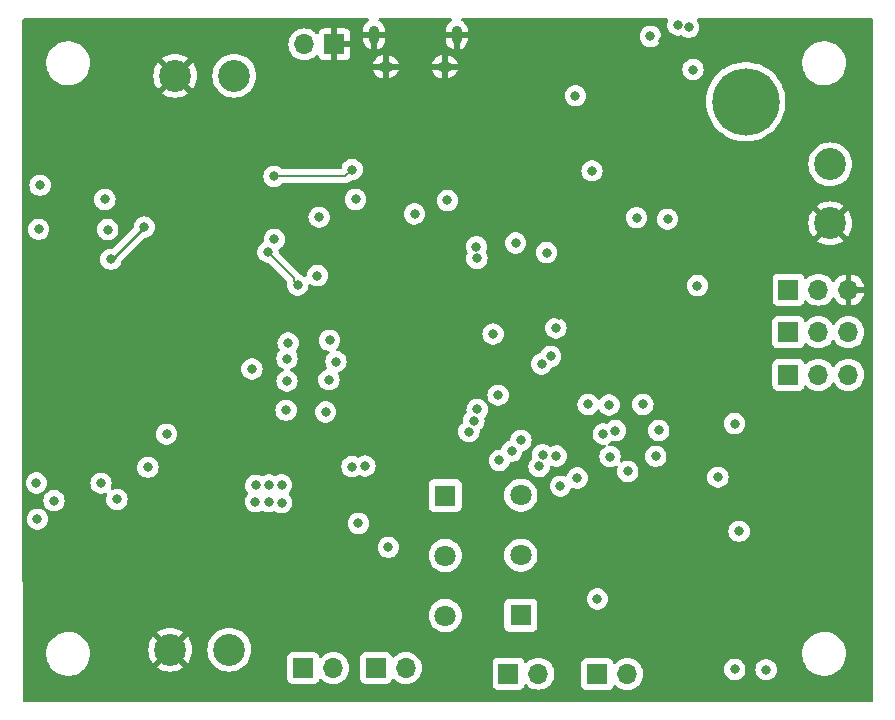
<source format=gbr>
%TF.GenerationSoftware,KiCad,Pcbnew,7.0.10-7.0.10~ubuntu22.04.1*%
%TF.CreationDate,2024-11-26T00:39:38-05:00*%
%TF.ProjectId,Chimera,4368696d-6572-4612-9e6b-696361645f70,rev?*%
%TF.SameCoordinates,Original*%
%TF.FileFunction,Copper,L2,Inr*%
%TF.FilePolarity,Positive*%
%FSLAX46Y46*%
G04 Gerber Fmt 4.6, Leading zero omitted, Abs format (unit mm)*
G04 Created by KiCad (PCBNEW 7.0.10-7.0.10~ubuntu22.04.1) date 2024-11-26 00:39:38*
%MOMM*%
%LPD*%
G01*
G04 APERTURE LIST*
%TA.AperFunction,ComponentPad*%
%ADD10R,1.700000X1.700000*%
%TD*%
%TA.AperFunction,ComponentPad*%
%ADD11O,1.700000X1.700000*%
%TD*%
%TA.AperFunction,ComponentPad*%
%ADD12O,0.890000X1.550000*%
%TD*%
%TA.AperFunction,ComponentPad*%
%ADD13O,1.250000X0.950000*%
%TD*%
%TA.AperFunction,ComponentPad*%
%ADD14C,2.700000*%
%TD*%
%TA.AperFunction,ComponentPad*%
%ADD15C,1.800000*%
%TD*%
%TA.AperFunction,ComponentPad*%
%ADD16R,1.800000X1.800000*%
%TD*%
%TA.AperFunction,ComponentPad*%
%ADD17C,5.700000*%
%TD*%
%TA.AperFunction,ViaPad*%
%ADD18C,0.800000*%
%TD*%
%TA.AperFunction,Conductor*%
%ADD19C,0.250000*%
%TD*%
%TA.AperFunction,Conductor*%
%ADD20C,0.177800*%
%TD*%
G04 APERTURE END LIST*
D10*
%TO.N,+7.5V*%
%TO.C,J2*%
X136720000Y-88295000D03*
D11*
%TO.N,Fork2*%
X139260000Y-88295000D03*
%TO.N,Servo_Current_Sense*%
X141800000Y-88295000D03*
%TD*%
D12*
%TO.N,GND*%
%TO.C,J9*%
X108640000Y-63120000D03*
D13*
X107640000Y-65820000D03*
X102640000Y-65820000D03*
D12*
X101640000Y-63120000D03*
%TD*%
D10*
%TO.N,+3.3V*%
%TO.C,T4*%
X120550000Y-117250000D03*
D11*
%TO.N,/Therm4*%
X123090000Y-117250000D03*
%TD*%
D14*
%TO.N,/Motor 1*%
%TO.C,Motor1*%
X89385000Y-115170000D03*
%TO.N,GND*%
X84385000Y-115170000D03*
%TD*%
D10*
%TO.N,GND*%
%TO.C,J8*%
X98290000Y-63925000D03*
D11*
%TO.N,Net-(J8-Pin_2)*%
X95750000Y-63925000D03*
%TD*%
D10*
%TO.N,+3.3V*%
%TO.C,T1*%
X95660000Y-116730000D03*
D11*
%TO.N,/Therm1*%
X98200000Y-116730000D03*
%TD*%
D15*
%TO.N,+3.3V*%
%TO.C,3.3V*%
X107675000Y-112280000D03*
%TO.N,unconnected-(S2-Pad2)*%
X107675000Y-107200000D03*
D16*
%TO.N,Net-(U5-OUTPUT)*%
X107675000Y-102120000D03*
%TD*%
D10*
%TO.N,+7.5V*%
%TO.C,J1*%
X136730000Y-91895000D03*
D11*
%TO.N,Fork1*%
X139270000Y-91895000D03*
%TO.N,Servo_Current_Sense*%
X141810000Y-91895000D03*
%TD*%
D17*
%TO.N,+BATT*%
%TO.C,Switch*%
X133125000Y-68775000D03*
%TD*%
D10*
%TO.N,+3.3V*%
%TO.C,T3*%
X113025000Y-117200000D03*
D11*
%TO.N,/Therm3*%
X115565000Y-117200000D03*
%TD*%
D10*
%TO.N,+3.3V*%
%TO.C,T2*%
X101805000Y-116720000D03*
D11*
%TO.N,/Therm2*%
X104345000Y-116720000D03*
%TD*%
D10*
%TO.N,+7.5V*%
%TO.C,J3*%
X136735000Y-84695000D03*
D11*
%TO.N,Flame_Servo*%
X139275000Y-84695000D03*
%TO.N,GND*%
X141815000Y-84695000D03*
%TD*%
D14*
%TO.N,/Motor 2*%
%TO.C,Motor2*%
X89810000Y-66570000D03*
%TO.N,GND*%
X84810000Y-66570000D03*
%TD*%
D16*
%TO.N,+BATT*%
%TO.C,7V*%
X114075000Y-112260000D03*
D15*
%TO.N,unconnected-(S1-Pad2)*%
X114075000Y-107180000D03*
%TO.N,Net-(IC1-EN)*%
X114075000Y-102100000D03*
%TD*%
D14*
%TO.N,+BATT*%
%TO.C,Battery*%
X140275000Y-74075000D03*
%TO.N,GND*%
X140275000Y-79075000D03*
%TD*%
D18*
%TO.N,+BATT*%
X74550000Y-102550000D03*
X128650000Y-66050000D03*
X129025000Y-84350000D03*
X79100000Y-79600000D03*
X127375000Y-62275000D03*
X78525000Y-101075000D03*
X132185000Y-116845000D03*
X73375000Y-75850000D03*
X73150000Y-104125000D03*
X73050000Y-101050000D03*
X79875000Y-102450000D03*
X132175000Y-96025000D03*
X128275000Y-62475000D03*
X73250000Y-79575000D03*
X78850000Y-77050000D03*
%TO.N,GND*%
X125775000Y-65025000D03*
X92750000Y-106075000D03*
X77375000Y-82150000D03*
X135500000Y-94650000D03*
X79300000Y-111150000D03*
X108825000Y-91275000D03*
X117425000Y-78550000D03*
X132775000Y-98225000D03*
X104600000Y-81370000D03*
X88225000Y-84650000D03*
X110500000Y-69300000D03*
X126000000Y-64275000D03*
X74950000Y-109350000D03*
X104750000Y-89400000D03*
X103650000Y-81330000D03*
X84600000Y-69800000D03*
X97525000Y-111400000D03*
X105580000Y-81370000D03*
X117425000Y-76500000D03*
X77925000Y-73625000D03*
X117425000Y-77500000D03*
X123200000Y-114050000D03*
X105490000Y-79480000D03*
X86525000Y-82450000D03*
X81625000Y-63525000D03*
X103175000Y-91575000D03*
X73475000Y-73775000D03*
X95350000Y-103075000D03*
X103530000Y-79430000D03*
X103580000Y-80330000D03*
X127375000Y-111500000D03*
X87275000Y-101000000D03*
X117425000Y-73025000D03*
X92425000Y-98325000D03*
X117425000Y-74200000D03*
X142600000Y-97025000D03*
X88275000Y-76381100D03*
X110525000Y-89400000D03*
X101175000Y-91550000D03*
X77950000Y-70600000D03*
X81375000Y-112875000D03*
X119375000Y-76175000D03*
X101450000Y-113850000D03*
X118425000Y-80175000D03*
X74925000Y-106700000D03*
X126075000Y-63600000D03*
X133350000Y-63525000D03*
X112425000Y-83525000D03*
X108925000Y-115475000D03*
X117725000Y-79500000D03*
X119150000Y-80900000D03*
X108775000Y-117550000D03*
X131217303Y-104340393D03*
X114100000Y-76625000D03*
X122250000Y-68175000D03*
X73325000Y-70325000D03*
X96825000Y-85550000D03*
X141000000Y-95725000D03*
X73425000Y-107975000D03*
X127275000Y-85600000D03*
X117325000Y-86850000D03*
X117400000Y-72000000D03*
X93225000Y-91400000D03*
X81750000Y-117675000D03*
X74500000Y-71950000D03*
X136150000Y-101750000D03*
X105530000Y-80420000D03*
X87850000Y-63475000D03*
X108450000Y-89350000D03*
X104560000Y-80350000D03*
X86225000Y-117750000D03*
X91250000Y-93625000D03*
X104520000Y-79450000D03*
X79281272Y-108372023D03*
X85400000Y-112925000D03*
X130250000Y-96050000D03*
X138650000Y-100450000D03*
X81525000Y-109850000D03*
X117425000Y-75300000D03*
X101300000Y-64875000D03*
X122575000Y-64425000D03*
%TO.N,+3.3V*%
X84075000Y-96925000D03*
X100075000Y-77050000D03*
X107858419Y-77139897D03*
X97000000Y-78550000D03*
X105075000Y-78275000D03*
X91300000Y-91400000D03*
X100875000Y-99625000D03*
X96850000Y-83500000D03*
X120550000Y-110875000D03*
X82500000Y-99725000D03*
X102850000Y-106500000D03*
X111725000Y-88450000D03*
X93200000Y-80425000D03*
X117045729Y-87945729D03*
%TO.N,+7.5V*%
X126500000Y-78725000D03*
X123875000Y-78600000D03*
X134835000Y-116870000D03*
%TO.N,+5V*%
X132550000Y-105150000D03*
X130760000Y-100570000D03*
%TO.N,Net-(U4-MODE)*%
X125050000Y-63250000D03*
%TO.N,Fork1*%
X109675000Y-96700000D03*
X112250000Y-99150000D03*
%TO.N,Net-(U2-DIAG)*%
X79360000Y-82120000D03*
X82185000Y-79395000D03*
%TO.N,Fork2*%
X113300000Y-98375000D03*
X110100278Y-95786527D03*
%TO.N,Flame_Servo*%
X114075000Y-97450000D03*
X110375000Y-94825000D03*
%TO.N,PG*%
X120100000Y-74625000D03*
X110350000Y-82050000D03*
X113638561Y-80736439D03*
%TO.N,IPROPI2*%
X92660000Y-81495000D03*
X95185000Y-84295000D03*
%TO.N,DRVOFF1*%
X93825000Y-102725000D03*
X93825000Y-101225000D03*
%TO.N,EN_IN1*%
X92750000Y-101225000D03*
X92725000Y-102650000D03*
%TO.N,PH_IN1*%
X91600000Y-102650000D03*
X91625000Y-101250000D03*
%TO.N,Enable*%
X110318517Y-81050493D03*
X118700000Y-68275000D03*
%TO.N,/MCU/SD_MISO*%
X94200000Y-94900000D03*
X97550000Y-95050000D03*
%TO.N,/MCU/SD CSn*%
X97875000Y-88975000D03*
X94375000Y-89200000D03*
%TO.N,/MCU/SD CK*%
X94275000Y-92425000D03*
X97825000Y-92325000D03*
%TO.N,/MCU/QSPI_SD2*%
X99785000Y-74520000D03*
X93185000Y-75095000D03*
%TO.N,/MCU/Transmitter-MCU_RX*%
X121550000Y-94455500D03*
X116600000Y-90338900D03*
X119775000Y-94400000D03*
X121050000Y-96900000D03*
%TO.N,/MCU/LED*%
X112150000Y-93625000D03*
X115912500Y-98662500D03*
%TO.N,/MCU/NEO*%
X100325000Y-104475000D03*
X99775000Y-99675000D03*
%TO.N,/MCU/SD_MOSI*%
X98425000Y-90775000D03*
X94275000Y-90525000D03*
%TO.N,/MCU/Transmitter-MCU_TX*%
X115825000Y-90975000D03*
X122075000Y-96625000D03*
%TO.N,Current_Sense*%
X125750000Y-96600000D03*
X124400000Y-94400000D03*
%TO.N,Net-(IC1-EN)*%
X118850000Y-100625000D03*
X117425000Y-101325000D03*
X125500000Y-98800000D03*
X123125000Y-100075000D03*
%TO.N,Net-(U5-OUTPUT)*%
X116250000Y-81550000D03*
X117075000Y-98775000D03*
X121625000Y-98825000D03*
X115625000Y-99650000D03*
%TD*%
D19*
%TO.N,Net-(U2-DIAG)*%
X82185000Y-79395000D02*
X79435000Y-82145000D01*
D20*
%TO.N,IPROPI2*%
X95185000Y-84295000D02*
X94835000Y-83945000D01*
X94835000Y-83945000D02*
X94835000Y-83670000D01*
X94835000Y-83670000D02*
X92660000Y-81495000D01*
%TO.N,/MCU/QSPI_SD2*%
X99785000Y-74520000D02*
X99210000Y-75095000D01*
X93185000Y-75095000D02*
X93160000Y-75095000D01*
X99210000Y-75095000D02*
X93185000Y-75095000D01*
%TD*%
%TA.AperFunction,Conductor*%
%TO.N,GND*%
G36*
X101203023Y-61740185D02*
G01*
X101248778Y-61792989D01*
X101258722Y-61862147D01*
X101229697Y-61925703D01*
X101201575Y-61949732D01*
X101058580Y-62038860D01*
X101058575Y-62038864D01*
X100919279Y-62171274D01*
X100809481Y-62329025D01*
X100733689Y-62505642D01*
X100695000Y-62693902D01*
X100695000Y-62870000D01*
X101390000Y-62870000D01*
X101390000Y-63370000D01*
X100695000Y-63370000D01*
X100695000Y-63497921D01*
X100709570Y-63641209D01*
X100767103Y-63824579D01*
X100767108Y-63824589D01*
X100860380Y-63992633D01*
X100860380Y-63992634D01*
X100985567Y-64138460D01*
X100985568Y-64138461D01*
X101137548Y-64256102D01*
X101137552Y-64256104D01*
X101310107Y-64340746D01*
X101390000Y-64361430D01*
X101390000Y-63469624D01*
X101404505Y-63542545D01*
X101459760Y-63625240D01*
X101542455Y-63680495D01*
X101640000Y-63699898D01*
X101737545Y-63680495D01*
X101820240Y-63625240D01*
X101875495Y-63542545D01*
X101890000Y-63469624D01*
X101890000Y-64365137D01*
X102058314Y-64302801D01*
X102058323Y-64302797D01*
X102221419Y-64201140D01*
X102221424Y-64201135D01*
X102360720Y-64068725D01*
X102470518Y-63910974D01*
X102546310Y-63734357D01*
X102585000Y-63546097D01*
X102585000Y-63370000D01*
X101890000Y-63370000D01*
X101890000Y-62870000D01*
X102585000Y-62870000D01*
X102585000Y-62742078D01*
X102570429Y-62598790D01*
X102512896Y-62415420D01*
X102512891Y-62415410D01*
X102419619Y-62247366D01*
X102419619Y-62247365D01*
X102294432Y-62101539D01*
X102294431Y-62101538D01*
X102142451Y-61983897D01*
X102142447Y-61983895D01*
X102085227Y-61955828D01*
X102033708Y-61908631D01*
X102015883Y-61841074D01*
X102037413Y-61774604D01*
X102091461Y-61730325D01*
X102139836Y-61720500D01*
X108135984Y-61720500D01*
X108203023Y-61740185D01*
X108248778Y-61792989D01*
X108258722Y-61862147D01*
X108229697Y-61925703D01*
X108201575Y-61949732D01*
X108058580Y-62038860D01*
X108058575Y-62038864D01*
X107919279Y-62171274D01*
X107809481Y-62329025D01*
X107733689Y-62505642D01*
X107695000Y-62693902D01*
X107695000Y-62870000D01*
X108390000Y-62870000D01*
X108390000Y-63370000D01*
X107695000Y-63370000D01*
X107695000Y-63497921D01*
X107709570Y-63641209D01*
X107767103Y-63824579D01*
X107767108Y-63824589D01*
X107860380Y-63992633D01*
X107860380Y-63992634D01*
X107985567Y-64138460D01*
X107985568Y-64138461D01*
X108137548Y-64256102D01*
X108137552Y-64256104D01*
X108310107Y-64340746D01*
X108390000Y-64361430D01*
X108390000Y-63469624D01*
X108404505Y-63542545D01*
X108459760Y-63625240D01*
X108542455Y-63680495D01*
X108640000Y-63699898D01*
X108737545Y-63680495D01*
X108820240Y-63625240D01*
X108875495Y-63542545D01*
X108890000Y-63469624D01*
X108890000Y-64365137D01*
X109058314Y-64302801D01*
X109058323Y-64302797D01*
X109221419Y-64201140D01*
X109221424Y-64201135D01*
X109360720Y-64068725D01*
X109470518Y-63910974D01*
X109546310Y-63734357D01*
X109585000Y-63546097D01*
X109585000Y-63370000D01*
X108890000Y-63370000D01*
X108890000Y-63250000D01*
X124144540Y-63250000D01*
X124164326Y-63438256D01*
X124164327Y-63438259D01*
X124222818Y-63618277D01*
X124222821Y-63618284D01*
X124317467Y-63782216D01*
X124429784Y-63906956D01*
X124444129Y-63922888D01*
X124597265Y-64034148D01*
X124597270Y-64034151D01*
X124770192Y-64111142D01*
X124770197Y-64111144D01*
X124955354Y-64150500D01*
X124955355Y-64150500D01*
X125144644Y-64150500D01*
X125144646Y-64150500D01*
X125329803Y-64111144D01*
X125502730Y-64034151D01*
X125655871Y-63922888D01*
X125782533Y-63782216D01*
X125877179Y-63618284D01*
X125935674Y-63438256D01*
X125955460Y-63250000D01*
X125935674Y-63061744D01*
X125877179Y-62881716D01*
X125782533Y-62717784D01*
X125655871Y-62577112D01*
X125652964Y-62575000D01*
X125502734Y-62465851D01*
X125502729Y-62465848D01*
X125329807Y-62388857D01*
X125329802Y-62388855D01*
X125184001Y-62357865D01*
X125144646Y-62349500D01*
X124955354Y-62349500D01*
X124922897Y-62356398D01*
X124770197Y-62388855D01*
X124770192Y-62388857D01*
X124597270Y-62465848D01*
X124597265Y-62465851D01*
X124444129Y-62577111D01*
X124317466Y-62717785D01*
X124222821Y-62881715D01*
X124222818Y-62881722D01*
X124164327Y-63061740D01*
X124164326Y-63061744D01*
X124144540Y-63250000D01*
X108890000Y-63250000D01*
X108890000Y-62870000D01*
X109585000Y-62870000D01*
X109585000Y-62742078D01*
X109570429Y-62598790D01*
X109512896Y-62415420D01*
X109512891Y-62415410D01*
X109419619Y-62247366D01*
X109419619Y-62247365D01*
X109294432Y-62101539D01*
X109294431Y-62101538D01*
X109142451Y-61983897D01*
X109142447Y-61983895D01*
X109085227Y-61955828D01*
X109033708Y-61908631D01*
X109015883Y-61841074D01*
X109037413Y-61774604D01*
X109091461Y-61730325D01*
X109139836Y-61720500D01*
X126440559Y-61720500D01*
X126507598Y-61740185D01*
X126553353Y-61792989D01*
X126563297Y-61862147D01*
X126549995Y-61900578D01*
X126550462Y-61900786D01*
X126548045Y-61906213D01*
X126547946Y-61906500D01*
X126547821Y-61906715D01*
X126547818Y-61906722D01*
X126504883Y-62038864D01*
X126489326Y-62086744D01*
X126469540Y-62275000D01*
X126489326Y-62463256D01*
X126489327Y-62463259D01*
X126547818Y-62643277D01*
X126547821Y-62643284D01*
X126642467Y-62807216D01*
X126769129Y-62947888D01*
X126922265Y-63059148D01*
X126922270Y-63059151D01*
X127095192Y-63136142D01*
X127095197Y-63136144D01*
X127280354Y-63175500D01*
X127280355Y-63175500D01*
X127469644Y-63175500D01*
X127469646Y-63175500D01*
X127599381Y-63147924D01*
X127669046Y-63153240D01*
X127698038Y-63168892D01*
X127805778Y-63247169D01*
X127822270Y-63259151D01*
X127995192Y-63336142D01*
X127995197Y-63336144D01*
X128180354Y-63375500D01*
X128180355Y-63375500D01*
X128369644Y-63375500D01*
X128369646Y-63375500D01*
X128554803Y-63336144D01*
X128727730Y-63259151D01*
X128880871Y-63147888D01*
X129007533Y-63007216D01*
X129102179Y-62843284D01*
X129160674Y-62663256D01*
X129180460Y-62475000D01*
X129160674Y-62286744D01*
X129102179Y-62106716D01*
X129007533Y-61942784D01*
X128993746Y-61927472D01*
X128963516Y-61864480D01*
X128972141Y-61795145D01*
X129016883Y-61741480D01*
X129083535Y-61720522D01*
X129085896Y-61720500D01*
X143785500Y-61720500D01*
X143852539Y-61740185D01*
X143898294Y-61792989D01*
X143909500Y-61844500D01*
X143909500Y-119460500D01*
X143889815Y-119527539D01*
X143837011Y-119573294D01*
X143785500Y-119584500D01*
X113659500Y-119584500D01*
X72008903Y-119570043D01*
X71941870Y-119550335D01*
X71896134Y-119497515D01*
X71884946Y-119446097D01*
X71884574Y-118585063D01*
X71884363Y-118097870D01*
X111674500Y-118097870D01*
X111674501Y-118097876D01*
X111680908Y-118157483D01*
X111731202Y-118292328D01*
X111731206Y-118292335D01*
X111817452Y-118407544D01*
X111817455Y-118407547D01*
X111932664Y-118493793D01*
X111932671Y-118493797D01*
X112067517Y-118544091D01*
X112067516Y-118544091D01*
X112074444Y-118544835D01*
X112127127Y-118550500D01*
X113922872Y-118550499D01*
X113982483Y-118544091D01*
X114117331Y-118493796D01*
X114232546Y-118407546D01*
X114318796Y-118292331D01*
X114367810Y-118160916D01*
X114409681Y-118104984D01*
X114475145Y-118080566D01*
X114543418Y-118095417D01*
X114571673Y-118116569D01*
X114693599Y-118238495D01*
X114790384Y-118306265D01*
X114887165Y-118374032D01*
X114887167Y-118374033D01*
X114887170Y-118374035D01*
X115101337Y-118473903D01*
X115329592Y-118535063D01*
X115506034Y-118550500D01*
X115564999Y-118555659D01*
X115565000Y-118555659D01*
X115565001Y-118555659D01*
X115623966Y-118550500D01*
X115800408Y-118535063D01*
X116028663Y-118473903D01*
X116242830Y-118374035D01*
X116436401Y-118238495D01*
X116527026Y-118147870D01*
X119199500Y-118147870D01*
X119199501Y-118147876D01*
X119205908Y-118207483D01*
X119256202Y-118342328D01*
X119256206Y-118342335D01*
X119342452Y-118457544D01*
X119342455Y-118457547D01*
X119457664Y-118543793D01*
X119457671Y-118543797D01*
X119592517Y-118594091D01*
X119592516Y-118594091D01*
X119599444Y-118594835D01*
X119652127Y-118600500D01*
X121447872Y-118600499D01*
X121507483Y-118594091D01*
X121642331Y-118543796D01*
X121757546Y-118457546D01*
X121843796Y-118342331D01*
X121892810Y-118210916D01*
X121934681Y-118154984D01*
X122000145Y-118130566D01*
X122068418Y-118145417D01*
X122096673Y-118166569D01*
X122218599Y-118288495D01*
X122315384Y-118356265D01*
X122412165Y-118424032D01*
X122412167Y-118424033D01*
X122412170Y-118424035D01*
X122626337Y-118523903D01*
X122854592Y-118585063D01*
X123031034Y-118600500D01*
X123089999Y-118605659D01*
X123090000Y-118605659D01*
X123090001Y-118605659D01*
X123148966Y-118600500D01*
X123325408Y-118585063D01*
X123553663Y-118523903D01*
X123767830Y-118424035D01*
X123961401Y-118288495D01*
X124128495Y-118121401D01*
X124264035Y-117927830D01*
X124363903Y-117713663D01*
X124425063Y-117485408D01*
X124445659Y-117250000D01*
X124425063Y-117014592D01*
X124379622Y-116845000D01*
X131279540Y-116845000D01*
X131299326Y-117033256D01*
X131299327Y-117033259D01*
X131357818Y-117213277D01*
X131357821Y-117213284D01*
X131452467Y-117377216D01*
X131504868Y-117435413D01*
X131579129Y-117517888D01*
X131732265Y-117629148D01*
X131732270Y-117629151D01*
X131905192Y-117706142D01*
X131905197Y-117706144D01*
X132090354Y-117745500D01*
X132090355Y-117745500D01*
X132279644Y-117745500D01*
X132279646Y-117745500D01*
X132464803Y-117706144D01*
X132637730Y-117629151D01*
X132790871Y-117517888D01*
X132917533Y-117377216D01*
X133012179Y-117213284D01*
X133070674Y-117033256D01*
X133087832Y-116870000D01*
X133929540Y-116870000D01*
X133949326Y-117058256D01*
X133949327Y-117058259D01*
X134007818Y-117238277D01*
X134007821Y-117238284D01*
X134102467Y-117402216D01*
X134132358Y-117435413D01*
X134229129Y-117542888D01*
X134382265Y-117654148D01*
X134382270Y-117654151D01*
X134555192Y-117731142D01*
X134555197Y-117731144D01*
X134740354Y-117770500D01*
X134740355Y-117770500D01*
X134929644Y-117770500D01*
X134929646Y-117770500D01*
X135114803Y-117731144D01*
X135287730Y-117654151D01*
X135440871Y-117542888D01*
X135567533Y-117402216D01*
X135662179Y-117238284D01*
X135720674Y-117058256D01*
X135740460Y-116870000D01*
X135720674Y-116681744D01*
X135662179Y-116501716D01*
X135567533Y-116337784D01*
X135440871Y-116197112D01*
X135440870Y-116197111D01*
X135287734Y-116085851D01*
X135287729Y-116085848D01*
X135114807Y-116008857D01*
X135114802Y-116008855D01*
X134960687Y-115976098D01*
X134929646Y-115969500D01*
X134740354Y-115969500D01*
X134709331Y-115976094D01*
X134555197Y-116008855D01*
X134555192Y-116008857D01*
X134382270Y-116085848D01*
X134382265Y-116085851D01*
X134229129Y-116197111D01*
X134102466Y-116337785D01*
X134007821Y-116501715D01*
X134007818Y-116501722D01*
X133957450Y-116656740D01*
X133949326Y-116681744D01*
X133929540Y-116870000D01*
X133087832Y-116870000D01*
X133090460Y-116845000D01*
X133070674Y-116656744D01*
X133012179Y-116476716D01*
X132917533Y-116312784D01*
X132790871Y-116172112D01*
X132776269Y-116161503D01*
X132637734Y-116060851D01*
X132637729Y-116060848D01*
X132464807Y-115983857D01*
X132464802Y-115983855D01*
X132319001Y-115952865D01*
X132279646Y-115944500D01*
X132090354Y-115944500D01*
X132057897Y-115951398D01*
X131905197Y-115983855D01*
X131905192Y-115983857D01*
X131732270Y-116060848D01*
X131732265Y-116060851D01*
X131579129Y-116172111D01*
X131452466Y-116312785D01*
X131357821Y-116476715D01*
X131357818Y-116476722D01*
X131299327Y-116656740D01*
X131299326Y-116656744D01*
X131279540Y-116845000D01*
X124379622Y-116845000D01*
X124363903Y-116786337D01*
X124264035Y-116572171D01*
X124263981Y-116572093D01*
X124128494Y-116378597D01*
X123961402Y-116211506D01*
X123961395Y-116211501D01*
X123767834Y-116075967D01*
X123767830Y-116075965D01*
X123735414Y-116060849D01*
X123553663Y-115976097D01*
X123553659Y-115976096D01*
X123553655Y-115976094D01*
X123325413Y-115914938D01*
X123325403Y-115914936D01*
X123090001Y-115894341D01*
X123089999Y-115894341D01*
X122854596Y-115914936D01*
X122854586Y-115914938D01*
X122626344Y-115976094D01*
X122626335Y-115976098D01*
X122412171Y-116075964D01*
X122412169Y-116075965D01*
X122218600Y-116211503D01*
X122096673Y-116333430D01*
X122035350Y-116366914D01*
X121965658Y-116361930D01*
X121909725Y-116320058D01*
X121892810Y-116289081D01*
X121843797Y-116157671D01*
X121843793Y-116157664D01*
X121757547Y-116042455D01*
X121757544Y-116042452D01*
X121642335Y-115956206D01*
X121642328Y-115956202D01*
X121507482Y-115905908D01*
X121507483Y-115905908D01*
X121447883Y-115899501D01*
X121447881Y-115899500D01*
X121447873Y-115899500D01*
X121447864Y-115899500D01*
X119652129Y-115899500D01*
X119652123Y-115899501D01*
X119592516Y-115905908D01*
X119457671Y-115956202D01*
X119457664Y-115956206D01*
X119342455Y-116042452D01*
X119342452Y-116042455D01*
X119256206Y-116157664D01*
X119256202Y-116157671D01*
X119205908Y-116292517D01*
X119199501Y-116352116D01*
X119199500Y-116352135D01*
X119199500Y-118147870D01*
X116527026Y-118147870D01*
X116603495Y-118071401D01*
X116739035Y-117877830D01*
X116838903Y-117663663D01*
X116900063Y-117435408D01*
X116920659Y-117200000D01*
X116900063Y-116964592D01*
X116838903Y-116736337D01*
X116739035Y-116522171D01*
X116724713Y-116501716D01*
X116603494Y-116328597D01*
X116436402Y-116161506D01*
X116436395Y-116161501D01*
X116430922Y-116157669D01*
X116382964Y-116124088D01*
X116242834Y-116025967D01*
X116242830Y-116025965D01*
X116206140Y-116008856D01*
X116028663Y-115926097D01*
X116028659Y-115926096D01*
X116028655Y-115926094D01*
X115800413Y-115864938D01*
X115800403Y-115864936D01*
X115565001Y-115844341D01*
X115564999Y-115844341D01*
X115329596Y-115864936D01*
X115329586Y-115864938D01*
X115101344Y-115926094D01*
X115101335Y-115926098D01*
X114887171Y-116025964D01*
X114887169Y-116025965D01*
X114693600Y-116161503D01*
X114571673Y-116283430D01*
X114510350Y-116316914D01*
X114440658Y-116311930D01*
X114384725Y-116270058D01*
X114367810Y-116239081D01*
X114318797Y-116107671D01*
X114318793Y-116107664D01*
X114232547Y-115992455D01*
X114232544Y-115992452D01*
X114117335Y-115906206D01*
X114117328Y-115906202D01*
X113982482Y-115855908D01*
X113982483Y-115855908D01*
X113922883Y-115849501D01*
X113922881Y-115849500D01*
X113922873Y-115849500D01*
X113922864Y-115849500D01*
X112127129Y-115849500D01*
X112127123Y-115849501D01*
X112067516Y-115855908D01*
X111932671Y-115906202D01*
X111932664Y-115906206D01*
X111817455Y-115992452D01*
X111817452Y-115992455D01*
X111731206Y-116107664D01*
X111731202Y-116107671D01*
X111680908Y-116242517D01*
X111674501Y-116302116D01*
X111674500Y-116302135D01*
X111674500Y-118097870D01*
X71884363Y-118097870D01*
X71884160Y-117627870D01*
X94309500Y-117627870D01*
X94309501Y-117627876D01*
X94315908Y-117687483D01*
X94366202Y-117822328D01*
X94366206Y-117822335D01*
X94452452Y-117937544D01*
X94452455Y-117937547D01*
X94567664Y-118023793D01*
X94567671Y-118023797D01*
X94702517Y-118074091D01*
X94702516Y-118074091D01*
X94709444Y-118074835D01*
X94762127Y-118080500D01*
X96557872Y-118080499D01*
X96617483Y-118074091D01*
X96752331Y-118023796D01*
X96867546Y-117937546D01*
X96953796Y-117822331D01*
X97002810Y-117690916D01*
X97044681Y-117634984D01*
X97110145Y-117610566D01*
X97178418Y-117625417D01*
X97206673Y-117646569D01*
X97328599Y-117768495D01*
X97425384Y-117836265D01*
X97522165Y-117904032D01*
X97522167Y-117904033D01*
X97522170Y-117904035D01*
X97736337Y-118003903D01*
X97736343Y-118003904D01*
X97736344Y-118003905D01*
X97773262Y-118013797D01*
X97964592Y-118065063D01*
X98141034Y-118080500D01*
X98199999Y-118085659D01*
X98200000Y-118085659D01*
X98200001Y-118085659D01*
X98239234Y-118082226D01*
X98435408Y-118065063D01*
X98663663Y-118003903D01*
X98877830Y-117904035D01*
X99071401Y-117768495D01*
X99222026Y-117617870D01*
X100454500Y-117617870D01*
X100454501Y-117617876D01*
X100460908Y-117677483D01*
X100511202Y-117812328D01*
X100511206Y-117812335D01*
X100597452Y-117927544D01*
X100597455Y-117927547D01*
X100712664Y-118013793D01*
X100712671Y-118013797D01*
X100847517Y-118064091D01*
X100847516Y-118064091D01*
X100854444Y-118064835D01*
X100907127Y-118070500D01*
X102702872Y-118070499D01*
X102762483Y-118064091D01*
X102897331Y-118013796D01*
X103012546Y-117927546D01*
X103098796Y-117812331D01*
X103147810Y-117680916D01*
X103189681Y-117624984D01*
X103255145Y-117600566D01*
X103323418Y-117615417D01*
X103351673Y-117636569D01*
X103473599Y-117758495D01*
X103564762Y-117822328D01*
X103667165Y-117894032D01*
X103667167Y-117894033D01*
X103667170Y-117894035D01*
X103881337Y-117993903D01*
X104109592Y-118055063D01*
X104286034Y-118070500D01*
X104344999Y-118075659D01*
X104345000Y-118075659D01*
X104345001Y-118075659D01*
X104384234Y-118072226D01*
X104580408Y-118055063D01*
X104808663Y-117993903D01*
X105022830Y-117894035D01*
X105216401Y-117758495D01*
X105383495Y-117591401D01*
X105519035Y-117397830D01*
X105618903Y-117183663D01*
X105680063Y-116955408D01*
X105700659Y-116720000D01*
X105699949Y-116711890D01*
X105687725Y-116572169D01*
X105680063Y-116484592D01*
X105627677Y-116289081D01*
X105618905Y-116256344D01*
X105618904Y-116256343D01*
X105618903Y-116256337D01*
X105519035Y-116042171D01*
X105507688Y-116025965D01*
X105383494Y-115848597D01*
X105216402Y-115681506D01*
X105216395Y-115681501D01*
X105089665Y-115592763D01*
X137895787Y-115592763D01*
X137925413Y-115862013D01*
X137925415Y-115862024D01*
X137989636Y-116107671D01*
X137993928Y-116124088D01*
X138099870Y-116373390D01*
X138221185Y-116572171D01*
X138240979Y-116604605D01*
X138240986Y-116604615D01*
X138414253Y-116812819D01*
X138414259Y-116812824D01*
X138573388Y-116955403D01*
X138615998Y-116993582D01*
X138841910Y-117143044D01*
X139087176Y-117258020D01*
X139087183Y-117258022D01*
X139087185Y-117258023D01*
X139346557Y-117336057D01*
X139346564Y-117336058D01*
X139346569Y-117336060D01*
X139614561Y-117375500D01*
X139614566Y-117375500D01*
X139817629Y-117375500D01*
X139817631Y-117375500D01*
X139817636Y-117375499D01*
X139817648Y-117375499D01*
X139855191Y-117372750D01*
X140020156Y-117360677D01*
X140132758Y-117335593D01*
X140284546Y-117301782D01*
X140284548Y-117301781D01*
X140284553Y-117301780D01*
X140537558Y-117205014D01*
X140773777Y-117072441D01*
X140988177Y-116906888D01*
X141176186Y-116711881D01*
X141333799Y-116491579D01*
X141431199Y-116302135D01*
X141457649Y-116250690D01*
X141457651Y-116250684D01*
X141457656Y-116250675D01*
X141540154Y-116008855D01*
X141545115Y-115994314D01*
X141545115Y-115994313D01*
X141545118Y-115994305D01*
X141594319Y-115727933D01*
X141604212Y-115457235D01*
X141574586Y-115187982D01*
X141506072Y-114925912D01*
X141400130Y-114676610D01*
X141259018Y-114445390D01*
X141169747Y-114338119D01*
X141085746Y-114237180D01*
X141085740Y-114237175D01*
X140884002Y-114056418D01*
X140658092Y-113906957D01*
X140658090Y-113906956D01*
X140412824Y-113791980D01*
X140412819Y-113791978D01*
X140412814Y-113791976D01*
X140153442Y-113713942D01*
X140153428Y-113713939D01*
X140037791Y-113696921D01*
X139885439Y-113674500D01*
X139682369Y-113674500D01*
X139682351Y-113674500D01*
X139479844Y-113689323D01*
X139479831Y-113689325D01*
X139215453Y-113748217D01*
X139215446Y-113748220D01*
X138962439Y-113844987D01*
X138726226Y-113977557D01*
X138511822Y-114143112D01*
X138323822Y-114338109D01*
X138323816Y-114338116D01*
X138166202Y-114558419D01*
X138166199Y-114558424D01*
X138042350Y-114799309D01*
X138042343Y-114799327D01*
X137954884Y-115055685D01*
X137954881Y-115055699D01*
X137905681Y-115322068D01*
X137905680Y-115322075D01*
X137895787Y-115592763D01*
X105089665Y-115592763D01*
X105022834Y-115545967D01*
X105022830Y-115545965D01*
X104972413Y-115522455D01*
X104808663Y-115446097D01*
X104808659Y-115446096D01*
X104808655Y-115446094D01*
X104580413Y-115384938D01*
X104580403Y-115384936D01*
X104345001Y-115364341D01*
X104344999Y-115364341D01*
X104109596Y-115384936D01*
X104109586Y-115384938D01*
X103881344Y-115446094D01*
X103881335Y-115446098D01*
X103667171Y-115545964D01*
X103667169Y-115545965D01*
X103473600Y-115681503D01*
X103351673Y-115803430D01*
X103290350Y-115836914D01*
X103220658Y-115831930D01*
X103164725Y-115790058D01*
X103147810Y-115759081D01*
X103098797Y-115627671D01*
X103098793Y-115627664D01*
X103012547Y-115512455D01*
X103012544Y-115512452D01*
X102897335Y-115426206D01*
X102897328Y-115426202D01*
X102762482Y-115375908D01*
X102762483Y-115375908D01*
X102702883Y-115369501D01*
X102702881Y-115369500D01*
X102702873Y-115369500D01*
X102702864Y-115369500D01*
X100907129Y-115369500D01*
X100907123Y-115369501D01*
X100847516Y-115375908D01*
X100712671Y-115426202D01*
X100712664Y-115426206D01*
X100597455Y-115512452D01*
X100597452Y-115512455D01*
X100511206Y-115627664D01*
X100511202Y-115627671D01*
X100460908Y-115762517D01*
X100454501Y-115822116D01*
X100454500Y-115822135D01*
X100454500Y-117617870D01*
X99222026Y-117617870D01*
X99238495Y-117601401D01*
X99374035Y-117407830D01*
X99473903Y-117193663D01*
X99535063Y-116965408D01*
X99555659Y-116730000D01*
X99535063Y-116494592D01*
X99473903Y-116266337D01*
X99374035Y-116052171D01*
X99367232Y-116042454D01*
X99238494Y-115858597D01*
X99071402Y-115691506D01*
X99071395Y-115691501D01*
X99057119Y-115681505D01*
X98994518Y-115637671D01*
X98877834Y-115555967D01*
X98877830Y-115555965D01*
X98808322Y-115523553D01*
X98663663Y-115456097D01*
X98663659Y-115456096D01*
X98663655Y-115456094D01*
X98435413Y-115394938D01*
X98435403Y-115394936D01*
X98200001Y-115374341D01*
X98199999Y-115374341D01*
X97964596Y-115394936D01*
X97964586Y-115394938D01*
X97736344Y-115456094D01*
X97736335Y-115456098D01*
X97522171Y-115555964D01*
X97522169Y-115555965D01*
X97328600Y-115691503D01*
X97206673Y-115813430D01*
X97145350Y-115846914D01*
X97075658Y-115841930D01*
X97019725Y-115800058D01*
X97002810Y-115769081D01*
X96953797Y-115637671D01*
X96953793Y-115637664D01*
X96867547Y-115522455D01*
X96867544Y-115522452D01*
X96752335Y-115436206D01*
X96752328Y-115436202D01*
X96617482Y-115385908D01*
X96617483Y-115385908D01*
X96557883Y-115379501D01*
X96557881Y-115379500D01*
X96557873Y-115379500D01*
X96557864Y-115379500D01*
X94762129Y-115379500D01*
X94762123Y-115379501D01*
X94702516Y-115385908D01*
X94567671Y-115436202D01*
X94567664Y-115436206D01*
X94452455Y-115522452D01*
X94452452Y-115522455D01*
X94366206Y-115637664D01*
X94366202Y-115637671D01*
X94315908Y-115772517D01*
X94309501Y-115832116D01*
X94309500Y-115832135D01*
X94309500Y-117627870D01*
X71884160Y-117627870D01*
X71883281Y-115592763D01*
X73895787Y-115592763D01*
X73925413Y-115862013D01*
X73925415Y-115862024D01*
X73989636Y-116107671D01*
X73993928Y-116124088D01*
X74099870Y-116373390D01*
X74221185Y-116572171D01*
X74240979Y-116604605D01*
X74240986Y-116604615D01*
X74414253Y-116812819D01*
X74414259Y-116812824D01*
X74573388Y-116955403D01*
X74615998Y-116993582D01*
X74841910Y-117143044D01*
X75087176Y-117258020D01*
X75087183Y-117258022D01*
X75087185Y-117258023D01*
X75346557Y-117336057D01*
X75346564Y-117336058D01*
X75346569Y-117336060D01*
X75614561Y-117375500D01*
X75614566Y-117375500D01*
X75817629Y-117375500D01*
X75817631Y-117375500D01*
X75817636Y-117375499D01*
X75817648Y-117375499D01*
X75855191Y-117372750D01*
X76020156Y-117360677D01*
X76132758Y-117335593D01*
X76284546Y-117301782D01*
X76284548Y-117301781D01*
X76284553Y-117301780D01*
X76537558Y-117205014D01*
X76773777Y-117072441D01*
X76988177Y-116906888D01*
X77176186Y-116711881D01*
X77333799Y-116491579D01*
X77431199Y-116302135D01*
X77457649Y-116250690D01*
X77457651Y-116250684D01*
X77457656Y-116250675D01*
X77540154Y-116008855D01*
X77545115Y-115994314D01*
X77545115Y-115994313D01*
X77545118Y-115994305D01*
X77594319Y-115727933D01*
X77604212Y-115457235D01*
X77574586Y-115187982D01*
X77569885Y-115170001D01*
X82530274Y-115170001D01*
X82549152Y-115433960D01*
X82605400Y-115692528D01*
X82697884Y-115940487D01*
X82824701Y-116172735D01*
X82824706Y-116172743D01*
X82912038Y-116289406D01*
X82912039Y-116289406D01*
X83594409Y-115607036D01*
X83601284Y-115622478D01*
X83712486Y-115775534D01*
X83853080Y-115902126D01*
X83950297Y-115958254D01*
X83265592Y-116642959D01*
X83265593Y-116642960D01*
X83382256Y-116730293D01*
X83382264Y-116730298D01*
X83614513Y-116857115D01*
X83614512Y-116857115D01*
X83862471Y-116949599D01*
X84121039Y-117005847D01*
X84384999Y-117024726D01*
X84385001Y-117024726D01*
X84648960Y-117005847D01*
X84907528Y-116949599D01*
X85155487Y-116857115D01*
X85387735Y-116730298D01*
X85387736Y-116730297D01*
X85504406Y-116642959D01*
X84819702Y-115958254D01*
X84916920Y-115902126D01*
X85057514Y-115775534D01*
X85168716Y-115622479D01*
X85175590Y-115607037D01*
X85857959Y-116289406D01*
X85945297Y-116172736D01*
X85945298Y-116172735D01*
X86072115Y-115940487D01*
X86164599Y-115692528D01*
X86220847Y-115433960D01*
X86239726Y-115170001D01*
X87529773Y-115170001D01*
X87548657Y-115434027D01*
X87548658Y-115434034D01*
X87604921Y-115692673D01*
X87697426Y-115940690D01*
X87697428Y-115940694D01*
X87824280Y-116173005D01*
X87824285Y-116173013D01*
X87982906Y-116384907D01*
X87982922Y-116384925D01*
X88170074Y-116572077D01*
X88170092Y-116572093D01*
X88381986Y-116730714D01*
X88381994Y-116730719D01*
X88614305Y-116857571D01*
X88614309Y-116857573D01*
X88614311Y-116857574D01*
X88862322Y-116950077D01*
X88862325Y-116950077D01*
X88862326Y-116950078D01*
X89057552Y-116992546D01*
X89120974Y-117006343D01*
X89364660Y-117023772D01*
X89384999Y-117025227D01*
X89385000Y-117025227D01*
X89385001Y-117025227D01*
X89403885Y-117023876D01*
X89649026Y-117006343D01*
X89907678Y-116950077D01*
X90155689Y-116857574D01*
X90388011Y-116730716D01*
X90599915Y-116572087D01*
X90787087Y-116384915D01*
X90945716Y-116173011D01*
X91072574Y-115940689D01*
X91165077Y-115692678D01*
X91221343Y-115434026D01*
X91240227Y-115170000D01*
X91221343Y-114905974D01*
X91201867Y-114816446D01*
X91165078Y-114647326D01*
X91131919Y-114558424D01*
X91072574Y-114399311D01*
X91039160Y-114338119D01*
X90945719Y-114166994D01*
X90945714Y-114166986D01*
X90787093Y-113955092D01*
X90787077Y-113955074D01*
X90599925Y-113767922D01*
X90599907Y-113767906D01*
X90388013Y-113609285D01*
X90388005Y-113609280D01*
X90155694Y-113482428D01*
X90155690Y-113482426D01*
X89907673Y-113389921D01*
X89649034Y-113333658D01*
X89649027Y-113333657D01*
X89385001Y-113314773D01*
X89384999Y-113314773D01*
X89120972Y-113333657D01*
X89120965Y-113333658D01*
X88862326Y-113389921D01*
X88614309Y-113482426D01*
X88614305Y-113482428D01*
X88381994Y-113609280D01*
X88381986Y-113609285D01*
X88170092Y-113767906D01*
X88170074Y-113767922D01*
X87982922Y-113955074D01*
X87982906Y-113955092D01*
X87824285Y-114166986D01*
X87824280Y-114166994D01*
X87697428Y-114399305D01*
X87697426Y-114399309D01*
X87604921Y-114647326D01*
X87548658Y-114905965D01*
X87548657Y-114905972D01*
X87529773Y-115169998D01*
X87529773Y-115170001D01*
X86239726Y-115170001D01*
X86239726Y-115169998D01*
X86220847Y-114906039D01*
X86164599Y-114647471D01*
X86072115Y-114399512D01*
X85945298Y-114167264D01*
X85945293Y-114167256D01*
X85857960Y-114050593D01*
X85857959Y-114050592D01*
X85175590Y-114732961D01*
X85168716Y-114717522D01*
X85057514Y-114564466D01*
X84916920Y-114437874D01*
X84819701Y-114381745D01*
X85504406Y-113697039D01*
X85504406Y-113697038D01*
X85387743Y-113609706D01*
X85387735Y-113609701D01*
X85155486Y-113482884D01*
X85155487Y-113482884D01*
X84907528Y-113390400D01*
X84648960Y-113334152D01*
X84385001Y-113315274D01*
X84384999Y-113315274D01*
X84121039Y-113334152D01*
X83862471Y-113390400D01*
X83614512Y-113482884D01*
X83382264Y-113609701D01*
X83265593Y-113697039D01*
X83950298Y-114381744D01*
X83853080Y-114437874D01*
X83712486Y-114564466D01*
X83601284Y-114717521D01*
X83594408Y-114732962D01*
X82912039Y-114050593D01*
X82824701Y-114167264D01*
X82697884Y-114399512D01*
X82605400Y-114647471D01*
X82549152Y-114906039D01*
X82530274Y-115169998D01*
X82530274Y-115170001D01*
X77569885Y-115170001D01*
X77506072Y-114925912D01*
X77400130Y-114676610D01*
X77259018Y-114445390D01*
X77169747Y-114338119D01*
X77085746Y-114237180D01*
X77085740Y-114237175D01*
X76884002Y-114056418D01*
X76658092Y-113906957D01*
X76658090Y-113906956D01*
X76412824Y-113791980D01*
X76412819Y-113791978D01*
X76412814Y-113791976D01*
X76153442Y-113713942D01*
X76153428Y-113713939D01*
X76037791Y-113696921D01*
X75885439Y-113674500D01*
X75682369Y-113674500D01*
X75682351Y-113674500D01*
X75479844Y-113689323D01*
X75479831Y-113689325D01*
X75215453Y-113748217D01*
X75215446Y-113748220D01*
X74962439Y-113844987D01*
X74726226Y-113977557D01*
X74511822Y-114143112D01*
X74323822Y-114338109D01*
X74323816Y-114338116D01*
X74166202Y-114558419D01*
X74166199Y-114558424D01*
X74042350Y-114799309D01*
X74042343Y-114799327D01*
X73954884Y-115055685D01*
X73954881Y-115055699D01*
X73905681Y-115322068D01*
X73905680Y-115322075D01*
X73895787Y-115592763D01*
X71883281Y-115592763D01*
X71881850Y-112280006D01*
X106269700Y-112280006D01*
X106288864Y-112511297D01*
X106288866Y-112511308D01*
X106345842Y-112736300D01*
X106439075Y-112948848D01*
X106566016Y-113143147D01*
X106566019Y-113143151D01*
X106566021Y-113143153D01*
X106723216Y-113313913D01*
X106723219Y-113313915D01*
X106723222Y-113313918D01*
X106906365Y-113456464D01*
X106906371Y-113456468D01*
X106906374Y-113456470D01*
X107110497Y-113566936D01*
X107217858Y-113603793D01*
X107330015Y-113642297D01*
X107330017Y-113642297D01*
X107330019Y-113642298D01*
X107558951Y-113680500D01*
X107558952Y-113680500D01*
X107791048Y-113680500D01*
X107791049Y-113680500D01*
X108019981Y-113642298D01*
X108239503Y-113566936D01*
X108443626Y-113456470D01*
X108626784Y-113313913D01*
X108724403Y-113207870D01*
X112674500Y-113207870D01*
X112674501Y-113207876D01*
X112680908Y-113267483D01*
X112731202Y-113402328D01*
X112731206Y-113402335D01*
X112817452Y-113517544D01*
X112817455Y-113517547D01*
X112932664Y-113603793D01*
X112932671Y-113603797D01*
X113067517Y-113654091D01*
X113067516Y-113654091D01*
X113074444Y-113654835D01*
X113127127Y-113660500D01*
X115022872Y-113660499D01*
X115082483Y-113654091D01*
X115217331Y-113603796D01*
X115332546Y-113517546D01*
X115418796Y-113402331D01*
X115469091Y-113267483D01*
X115475500Y-113207873D01*
X115475499Y-111312128D01*
X115469091Y-111252517D01*
X115465647Y-111243284D01*
X115418797Y-111117671D01*
X115418793Y-111117664D01*
X115332547Y-111002455D01*
X115332544Y-111002452D01*
X115217335Y-110916206D01*
X115217328Y-110916202D01*
X115106859Y-110875000D01*
X119644540Y-110875000D01*
X119664326Y-111063256D01*
X119664327Y-111063259D01*
X119722818Y-111243277D01*
X119722821Y-111243284D01*
X119817467Y-111407216D01*
X119944129Y-111547888D01*
X120097265Y-111659148D01*
X120097270Y-111659151D01*
X120270192Y-111736142D01*
X120270197Y-111736144D01*
X120455354Y-111775500D01*
X120455355Y-111775500D01*
X120644644Y-111775500D01*
X120644646Y-111775500D01*
X120829803Y-111736144D01*
X121002730Y-111659151D01*
X121155871Y-111547888D01*
X121282533Y-111407216D01*
X121377179Y-111243284D01*
X121435674Y-111063256D01*
X121455460Y-110875000D01*
X121435674Y-110686744D01*
X121377179Y-110506716D01*
X121282533Y-110342784D01*
X121155871Y-110202112D01*
X121155870Y-110202111D01*
X121002734Y-110090851D01*
X121002729Y-110090848D01*
X120829807Y-110013857D01*
X120829802Y-110013855D01*
X120684001Y-109982865D01*
X120644646Y-109974500D01*
X120455354Y-109974500D01*
X120422897Y-109981398D01*
X120270197Y-110013855D01*
X120270192Y-110013857D01*
X120097270Y-110090848D01*
X120097265Y-110090851D01*
X119944129Y-110202111D01*
X119817466Y-110342785D01*
X119722821Y-110506715D01*
X119722818Y-110506722D01*
X119664327Y-110686740D01*
X119664326Y-110686744D01*
X119644540Y-110875000D01*
X115106859Y-110875000D01*
X115082482Y-110865908D01*
X115082483Y-110865908D01*
X115022883Y-110859501D01*
X115022881Y-110859500D01*
X115022873Y-110859500D01*
X115022864Y-110859500D01*
X113127129Y-110859500D01*
X113127123Y-110859501D01*
X113067516Y-110865908D01*
X112932671Y-110916202D01*
X112932664Y-110916206D01*
X112817455Y-111002452D01*
X112817452Y-111002455D01*
X112731206Y-111117664D01*
X112731202Y-111117671D01*
X112680908Y-111252517D01*
X112674501Y-111312116D01*
X112674501Y-111312123D01*
X112674500Y-111312135D01*
X112674500Y-113207870D01*
X108724403Y-113207870D01*
X108783979Y-113143153D01*
X108910924Y-112948849D01*
X109004157Y-112736300D01*
X109061134Y-112511305D01*
X109080300Y-112280000D01*
X109080300Y-112279993D01*
X109061135Y-112048702D01*
X109061133Y-112048691D01*
X109004157Y-111823699D01*
X108910924Y-111611151D01*
X108783983Y-111416852D01*
X108783980Y-111416849D01*
X108783979Y-111416847D01*
X108626784Y-111246087D01*
X108626779Y-111246083D01*
X108626777Y-111246081D01*
X108443634Y-111103535D01*
X108443628Y-111103531D01*
X108239504Y-110993064D01*
X108239495Y-110993061D01*
X108019984Y-110917702D01*
X107848282Y-110889050D01*
X107791049Y-110879500D01*
X107558951Y-110879500D01*
X107513164Y-110887140D01*
X107330015Y-110917702D01*
X107110504Y-110993061D01*
X107110495Y-110993064D01*
X106906371Y-111103531D01*
X106906365Y-111103535D01*
X106723222Y-111246081D01*
X106723219Y-111246084D01*
X106566016Y-111416852D01*
X106439075Y-111611151D01*
X106345842Y-111823699D01*
X106288866Y-112048691D01*
X106288864Y-112048702D01*
X106269700Y-112279993D01*
X106269700Y-112280006D01*
X71881850Y-112280006D01*
X71879354Y-106500000D01*
X101944540Y-106500000D01*
X101964326Y-106688256D01*
X101964327Y-106688259D01*
X102022818Y-106868277D01*
X102022821Y-106868284D01*
X102117467Y-107032216D01*
X102244129Y-107172888D01*
X102397265Y-107284148D01*
X102397270Y-107284151D01*
X102570192Y-107361142D01*
X102570197Y-107361144D01*
X102755354Y-107400500D01*
X102755355Y-107400500D01*
X102944644Y-107400500D01*
X102944646Y-107400500D01*
X103129803Y-107361144D01*
X103302730Y-107284151D01*
X103418546Y-107200006D01*
X106269700Y-107200006D01*
X106288864Y-107431297D01*
X106288866Y-107431308D01*
X106345842Y-107656300D01*
X106439075Y-107868848D01*
X106566016Y-108063147D01*
X106566019Y-108063151D01*
X106566021Y-108063153D01*
X106723216Y-108233913D01*
X106723219Y-108233915D01*
X106723222Y-108233918D01*
X106906365Y-108376464D01*
X106906371Y-108376468D01*
X106906374Y-108376470D01*
X107110497Y-108486936D01*
X107224487Y-108526068D01*
X107330015Y-108562297D01*
X107330017Y-108562297D01*
X107330019Y-108562298D01*
X107558951Y-108600500D01*
X107558952Y-108600500D01*
X107791048Y-108600500D01*
X107791049Y-108600500D01*
X108019981Y-108562298D01*
X108239503Y-108486936D01*
X108443626Y-108376470D01*
X108626784Y-108233913D01*
X108783979Y-108063153D01*
X108910924Y-107868849D01*
X109004157Y-107656300D01*
X109061134Y-107431305D01*
X109062791Y-107411308D01*
X109080300Y-107200006D01*
X109080300Y-107199993D01*
X109078644Y-107180006D01*
X112669700Y-107180006D01*
X112688864Y-107411297D01*
X112688866Y-107411308D01*
X112745842Y-107636300D01*
X112839075Y-107848848D01*
X112966016Y-108043147D01*
X112966019Y-108043151D01*
X112966021Y-108043153D01*
X113123216Y-108213913D01*
X113123219Y-108213915D01*
X113123222Y-108213918D01*
X113306365Y-108356464D01*
X113306371Y-108356468D01*
X113306374Y-108356470D01*
X113510497Y-108466936D01*
X113568761Y-108486938D01*
X113730015Y-108542297D01*
X113730017Y-108542297D01*
X113730019Y-108542298D01*
X113958951Y-108580500D01*
X113958952Y-108580500D01*
X114191048Y-108580500D01*
X114191049Y-108580500D01*
X114419981Y-108542298D01*
X114639503Y-108466936D01*
X114843626Y-108356470D01*
X115026784Y-108213913D01*
X115183979Y-108043153D01*
X115310924Y-107848849D01*
X115404157Y-107636300D01*
X115461134Y-107411305D01*
X115461135Y-107411297D01*
X115480300Y-107180006D01*
X115480300Y-107179993D01*
X115461135Y-106948702D01*
X115461133Y-106948691D01*
X115404157Y-106723699D01*
X115310924Y-106511151D01*
X115183983Y-106316852D01*
X115183980Y-106316849D01*
X115183979Y-106316847D01*
X115026784Y-106146087D01*
X115026779Y-106146083D01*
X115026777Y-106146081D01*
X114843634Y-106003535D01*
X114843628Y-106003531D01*
X114639504Y-105893064D01*
X114639495Y-105893061D01*
X114419984Y-105817702D01*
X114248282Y-105789050D01*
X114191049Y-105779500D01*
X113958951Y-105779500D01*
X113913164Y-105787140D01*
X113730015Y-105817702D01*
X113510504Y-105893061D01*
X113510495Y-105893064D01*
X113306371Y-106003531D01*
X113306365Y-106003535D01*
X113123222Y-106146081D01*
X113123219Y-106146084D01*
X112966016Y-106316852D01*
X112839075Y-106511151D01*
X112745842Y-106723699D01*
X112688866Y-106948691D01*
X112688864Y-106948702D01*
X112669700Y-107179993D01*
X112669700Y-107180006D01*
X109078644Y-107180006D01*
X109061135Y-106968702D01*
X109061133Y-106968691D01*
X109004157Y-106743699D01*
X108910924Y-106531151D01*
X108783983Y-106336852D01*
X108783980Y-106336849D01*
X108783979Y-106336847D01*
X108626784Y-106166087D01*
X108626779Y-106166083D01*
X108626777Y-106166081D01*
X108443634Y-106023535D01*
X108443628Y-106023531D01*
X108239504Y-105913064D01*
X108239495Y-105913061D01*
X108019984Y-105837702D01*
X107848282Y-105809050D01*
X107791049Y-105799500D01*
X107558951Y-105799500D01*
X107513164Y-105807140D01*
X107330015Y-105837702D01*
X107110504Y-105913061D01*
X107110495Y-105913064D01*
X106906371Y-106023531D01*
X106906365Y-106023535D01*
X106723222Y-106166081D01*
X106723219Y-106166084D01*
X106566016Y-106336852D01*
X106439075Y-106531151D01*
X106345842Y-106743699D01*
X106288866Y-106968691D01*
X106288864Y-106968702D01*
X106269700Y-107199993D01*
X106269700Y-107200006D01*
X103418546Y-107200006D01*
X103455871Y-107172888D01*
X103582533Y-107032216D01*
X103677179Y-106868284D01*
X103735674Y-106688256D01*
X103755460Y-106500000D01*
X103735674Y-106311744D01*
X103677179Y-106131716D01*
X103582533Y-105967784D01*
X103455871Y-105827112D01*
X103455870Y-105827111D01*
X103302734Y-105715851D01*
X103302729Y-105715848D01*
X103129807Y-105638857D01*
X103129802Y-105638855D01*
X102984001Y-105607865D01*
X102944646Y-105599500D01*
X102755354Y-105599500D01*
X102722897Y-105606398D01*
X102570197Y-105638855D01*
X102570192Y-105638857D01*
X102397270Y-105715848D01*
X102397265Y-105715851D01*
X102244129Y-105827111D01*
X102117466Y-105967785D01*
X102022821Y-106131715D01*
X102022818Y-106131722D01*
X101964327Y-106311740D01*
X101964326Y-106311744D01*
X101944540Y-106500000D01*
X71879354Y-106500000D01*
X71878328Y-104125000D01*
X72244540Y-104125000D01*
X72264326Y-104313256D01*
X72264327Y-104313259D01*
X72322818Y-104493277D01*
X72322821Y-104493284D01*
X72417467Y-104657216D01*
X72529567Y-104781715D01*
X72544129Y-104797888D01*
X72697265Y-104909148D01*
X72697270Y-104909151D01*
X72870192Y-104986142D01*
X72870197Y-104986144D01*
X73055354Y-105025500D01*
X73055355Y-105025500D01*
X73244644Y-105025500D01*
X73244646Y-105025500D01*
X73429803Y-104986144D01*
X73602730Y-104909151D01*
X73755871Y-104797888D01*
X73882533Y-104657216D01*
X73977179Y-104493284D01*
X73983120Y-104475000D01*
X99419540Y-104475000D01*
X99439326Y-104663256D01*
X99439327Y-104663259D01*
X99497818Y-104843277D01*
X99497821Y-104843284D01*
X99592467Y-105007216D01*
X99719129Y-105147888D01*
X99872265Y-105259148D01*
X99872270Y-105259151D01*
X100045192Y-105336142D01*
X100045197Y-105336144D01*
X100230354Y-105375500D01*
X100230355Y-105375500D01*
X100419644Y-105375500D01*
X100419646Y-105375500D01*
X100604803Y-105336144D01*
X100777730Y-105259151D01*
X100927964Y-105150000D01*
X131644540Y-105150000D01*
X131664326Y-105338256D01*
X131664327Y-105338259D01*
X131722818Y-105518277D01*
X131722821Y-105518284D01*
X131817467Y-105682216D01*
X131944129Y-105822888D01*
X132097265Y-105934148D01*
X132097270Y-105934151D01*
X132270192Y-106011142D01*
X132270197Y-106011144D01*
X132455354Y-106050500D01*
X132455355Y-106050500D01*
X132644644Y-106050500D01*
X132644646Y-106050500D01*
X132829803Y-106011144D01*
X133002730Y-105934151D01*
X133155871Y-105822888D01*
X133282533Y-105682216D01*
X133377179Y-105518284D01*
X133435674Y-105338256D01*
X133455460Y-105150000D01*
X133435674Y-104961744D01*
X133377179Y-104781716D01*
X133282533Y-104617784D01*
X133155871Y-104477112D01*
X133152964Y-104475000D01*
X133002734Y-104365851D01*
X133002729Y-104365848D01*
X132829807Y-104288857D01*
X132829802Y-104288855D01*
X132684001Y-104257865D01*
X132644646Y-104249500D01*
X132455354Y-104249500D01*
X132422897Y-104256398D01*
X132270197Y-104288855D01*
X132270192Y-104288857D01*
X132097270Y-104365848D01*
X132097265Y-104365851D01*
X131944129Y-104477111D01*
X131817466Y-104617785D01*
X131722821Y-104781715D01*
X131722818Y-104781722D01*
X131664327Y-104961740D01*
X131664326Y-104961744D01*
X131644540Y-105150000D01*
X100927964Y-105150000D01*
X100930871Y-105147888D01*
X101057533Y-105007216D01*
X101152179Y-104843284D01*
X101210674Y-104663256D01*
X101230460Y-104475000D01*
X101210674Y-104286744D01*
X101152179Y-104106716D01*
X101057533Y-103942784D01*
X100930871Y-103802112D01*
X100930870Y-103802111D01*
X100777734Y-103690851D01*
X100777729Y-103690848D01*
X100604807Y-103613857D01*
X100604802Y-103613855D01*
X100459001Y-103582865D01*
X100419646Y-103574500D01*
X100230354Y-103574500D01*
X100197897Y-103581398D01*
X100045197Y-103613855D01*
X100045192Y-103613857D01*
X99872270Y-103690848D01*
X99872265Y-103690851D01*
X99719129Y-103802111D01*
X99592466Y-103942785D01*
X99497821Y-104106715D01*
X99497818Y-104106722D01*
X99451427Y-104249500D01*
X99439326Y-104286744D01*
X99419540Y-104475000D01*
X73983120Y-104475000D01*
X74035674Y-104313256D01*
X74055460Y-104125000D01*
X74035674Y-103936744D01*
X73977179Y-103756716D01*
X73882533Y-103592784D01*
X73755871Y-103452112D01*
X73755870Y-103452111D01*
X73602734Y-103340851D01*
X73602729Y-103340848D01*
X73429807Y-103263857D01*
X73429802Y-103263855D01*
X73284001Y-103232865D01*
X73244646Y-103224500D01*
X73055354Y-103224500D01*
X73022897Y-103231398D01*
X72870197Y-103263855D01*
X72870192Y-103263857D01*
X72697270Y-103340848D01*
X72697265Y-103340851D01*
X72544129Y-103452111D01*
X72417466Y-103592785D01*
X72322821Y-103756715D01*
X72322818Y-103756722D01*
X72264327Y-103936740D01*
X72264326Y-103936744D01*
X72244540Y-104125000D01*
X71878328Y-104125000D01*
X71877648Y-102550000D01*
X73644540Y-102550000D01*
X73664326Y-102738256D01*
X73664327Y-102738259D01*
X73722818Y-102918277D01*
X73722821Y-102918284D01*
X73817467Y-103082216D01*
X73864020Y-103133918D01*
X73944129Y-103222888D01*
X74097265Y-103334148D01*
X74097270Y-103334151D01*
X74270192Y-103411142D01*
X74270197Y-103411144D01*
X74455354Y-103450500D01*
X74455355Y-103450500D01*
X74644644Y-103450500D01*
X74644646Y-103450500D01*
X74829803Y-103411144D01*
X75002730Y-103334151D01*
X75155871Y-103222888D01*
X75282533Y-103082216D01*
X75377179Y-102918284D01*
X75435674Y-102738256D01*
X75455460Y-102550000D01*
X75435674Y-102361744D01*
X75377179Y-102181716D01*
X75282533Y-102017784D01*
X75155871Y-101877112D01*
X75144286Y-101868695D01*
X75002734Y-101765851D01*
X75002729Y-101765848D01*
X74829807Y-101688857D01*
X74829802Y-101688855D01*
X74684001Y-101657865D01*
X74644646Y-101649500D01*
X74455354Y-101649500D01*
X74422897Y-101656398D01*
X74270197Y-101688855D01*
X74270192Y-101688857D01*
X74097270Y-101765848D01*
X74097265Y-101765851D01*
X73944129Y-101877111D01*
X73817466Y-102017785D01*
X73722821Y-102181715D01*
X73722818Y-102181722D01*
X73664327Y-102361740D01*
X73664326Y-102361744D01*
X73644540Y-102550000D01*
X71877648Y-102550000D01*
X71877000Y-101050000D01*
X72144540Y-101050000D01*
X72164326Y-101238256D01*
X72164327Y-101238259D01*
X72222818Y-101418277D01*
X72222821Y-101418284D01*
X72317467Y-101582216D01*
X72444129Y-101722888D01*
X72597265Y-101834148D01*
X72597270Y-101834151D01*
X72770192Y-101911142D01*
X72770197Y-101911144D01*
X72955354Y-101950500D01*
X72955355Y-101950500D01*
X73144644Y-101950500D01*
X73144646Y-101950500D01*
X73329803Y-101911144D01*
X73502730Y-101834151D01*
X73655871Y-101722888D01*
X73782533Y-101582216D01*
X73877179Y-101418284D01*
X73935674Y-101238256D01*
X73952832Y-101075000D01*
X77619540Y-101075000D01*
X77639326Y-101263256D01*
X77639327Y-101263259D01*
X77697818Y-101443277D01*
X77697820Y-101443282D01*
X77697821Y-101443284D01*
X77792467Y-101607216D01*
X77896619Y-101722888D01*
X77919129Y-101747888D01*
X78072265Y-101859148D01*
X78072270Y-101859151D01*
X78245192Y-101936142D01*
X78245197Y-101936144D01*
X78430354Y-101975500D01*
X78430355Y-101975500D01*
X78619644Y-101975500D01*
X78619646Y-101975500D01*
X78804803Y-101936144D01*
X78896391Y-101895365D01*
X78965638Y-101886080D01*
X79028915Y-101915708D01*
X79066129Y-101974842D01*
X79065465Y-102044709D01*
X79054215Y-102070639D01*
X79047824Y-102081708D01*
X79047818Y-102081722D01*
X79011732Y-102192785D01*
X78989326Y-102261744D01*
X78969540Y-102450000D01*
X78989326Y-102638256D01*
X78989327Y-102638259D01*
X79047818Y-102818277D01*
X79047821Y-102818284D01*
X79142467Y-102982216D01*
X79269129Y-103122888D01*
X79422265Y-103234148D01*
X79422270Y-103234151D01*
X79595192Y-103311142D01*
X79595197Y-103311144D01*
X79780354Y-103350500D01*
X79780355Y-103350500D01*
X79969644Y-103350500D01*
X79969646Y-103350500D01*
X80154803Y-103311144D01*
X80327730Y-103234151D01*
X80480871Y-103122888D01*
X80607533Y-102982216D01*
X80702179Y-102818284D01*
X80756858Y-102650000D01*
X90694540Y-102650000D01*
X90714326Y-102838256D01*
X90714327Y-102838259D01*
X90772818Y-103018277D01*
X90772821Y-103018284D01*
X90867467Y-103182216D01*
X90940977Y-103263857D01*
X90994129Y-103322888D01*
X91147265Y-103434148D01*
X91147270Y-103434151D01*
X91320192Y-103511142D01*
X91320197Y-103511144D01*
X91505354Y-103550500D01*
X91505355Y-103550500D01*
X91694644Y-103550500D01*
X91694646Y-103550500D01*
X91879803Y-103511144D01*
X92052730Y-103434151D01*
X92089615Y-103407352D01*
X92155419Y-103383872D01*
X92223473Y-103399696D01*
X92235377Y-103407346D01*
X92272270Y-103434151D01*
X92386941Y-103485206D01*
X92445192Y-103511142D01*
X92445197Y-103511144D01*
X92630354Y-103550500D01*
X92630355Y-103550500D01*
X92819644Y-103550500D01*
X92819646Y-103550500D01*
X93004803Y-103511144D01*
X93168943Y-103438062D01*
X93238193Y-103428778D01*
X93292264Y-103451024D01*
X93372265Y-103509148D01*
X93372270Y-103509151D01*
X93545192Y-103586142D01*
X93545197Y-103586144D01*
X93730354Y-103625500D01*
X93730355Y-103625500D01*
X93919644Y-103625500D01*
X93919646Y-103625500D01*
X94104803Y-103586144D01*
X94277730Y-103509151D01*
X94430871Y-103397888D01*
X94557533Y-103257216D01*
X94652179Y-103093284D01*
X94660437Y-103067870D01*
X106274500Y-103067870D01*
X106274501Y-103067876D01*
X106280908Y-103127483D01*
X106331202Y-103262328D01*
X106331206Y-103262335D01*
X106417452Y-103377544D01*
X106417455Y-103377547D01*
X106532664Y-103463793D01*
X106532671Y-103463797D01*
X106667517Y-103514091D01*
X106667516Y-103514091D01*
X106674444Y-103514835D01*
X106727127Y-103520500D01*
X108622872Y-103520499D01*
X108682483Y-103514091D01*
X108817331Y-103463796D01*
X108932546Y-103377546D01*
X109018796Y-103262331D01*
X109069091Y-103127483D01*
X109075500Y-103067873D01*
X109075499Y-102100006D01*
X112669700Y-102100006D01*
X112688864Y-102331297D01*
X112688866Y-102331308D01*
X112745842Y-102556300D01*
X112839075Y-102768848D01*
X112966016Y-102963147D01*
X112966019Y-102963151D01*
X112966021Y-102963153D01*
X113123216Y-103133913D01*
X113123219Y-103133915D01*
X113123222Y-103133918D01*
X113306365Y-103276464D01*
X113306371Y-103276468D01*
X113306374Y-103276470D01*
X113510497Y-103386936D01*
X113624487Y-103426068D01*
X113730015Y-103462297D01*
X113730017Y-103462297D01*
X113730019Y-103462298D01*
X113958951Y-103500500D01*
X113958952Y-103500500D01*
X114191048Y-103500500D01*
X114191049Y-103500500D01*
X114419981Y-103462298D01*
X114639503Y-103386936D01*
X114843626Y-103276470D01*
X115026784Y-103133913D01*
X115183979Y-102963153D01*
X115310924Y-102768849D01*
X115404157Y-102556300D01*
X115461134Y-102331305D01*
X115461135Y-102331297D01*
X115480300Y-102100006D01*
X115480300Y-102099993D01*
X115461135Y-101868702D01*
X115461133Y-101868691D01*
X115404157Y-101643699D01*
X115310924Y-101431151D01*
X115241573Y-101325000D01*
X116519540Y-101325000D01*
X116539326Y-101513256D01*
X116539327Y-101513259D01*
X116597818Y-101693277D01*
X116597821Y-101693284D01*
X116692467Y-101857216D01*
X116798971Y-101975500D01*
X116819129Y-101997888D01*
X116972265Y-102109148D01*
X116972270Y-102109151D01*
X117145192Y-102186142D01*
X117145197Y-102186144D01*
X117330354Y-102225500D01*
X117330355Y-102225500D01*
X117519644Y-102225500D01*
X117519646Y-102225500D01*
X117704803Y-102186144D01*
X117877730Y-102109151D01*
X118030871Y-101997888D01*
X118157533Y-101857216D01*
X118252179Y-101693284D01*
X118308612Y-101519599D01*
X118348049Y-101461926D01*
X118412408Y-101434727D01*
X118476977Y-101444639D01*
X118570197Y-101486144D01*
X118755354Y-101525500D01*
X118755355Y-101525500D01*
X118944644Y-101525500D01*
X118944646Y-101525500D01*
X119129803Y-101486144D01*
X119302730Y-101409151D01*
X119455871Y-101297888D01*
X119582533Y-101157216D01*
X119677179Y-100993284D01*
X119735674Y-100813256D01*
X119755460Y-100625000D01*
X119735674Y-100436744D01*
X119679304Y-100263256D01*
X119677181Y-100256722D01*
X119677180Y-100256719D01*
X119677179Y-100256716D01*
X119582533Y-100092784D01*
X119455871Y-99952112D01*
X119431146Y-99934148D01*
X119302734Y-99840851D01*
X119302729Y-99840848D01*
X119129807Y-99763857D01*
X119129802Y-99763855D01*
X118982928Y-99732637D01*
X118944646Y-99724500D01*
X118755354Y-99724500D01*
X118722897Y-99731398D01*
X118570197Y-99763855D01*
X118570192Y-99763857D01*
X118397270Y-99840848D01*
X118397265Y-99840851D01*
X118244129Y-99952111D01*
X118117466Y-100092785D01*
X118022821Y-100256715D01*
X118022819Y-100256719D01*
X117966387Y-100430399D01*
X117926949Y-100488074D01*
X117862590Y-100515272D01*
X117798020Y-100505359D01*
X117704807Y-100463857D01*
X117704802Y-100463855D01*
X117547399Y-100430399D01*
X117519646Y-100424500D01*
X117330354Y-100424500D01*
X117302601Y-100430399D01*
X117145197Y-100463855D01*
X117145192Y-100463857D01*
X116972270Y-100540848D01*
X116972265Y-100540851D01*
X116819129Y-100652111D01*
X116692466Y-100792785D01*
X116597821Y-100956715D01*
X116597818Y-100956722D01*
X116539327Y-101136740D01*
X116539326Y-101136744D01*
X116519540Y-101325000D01*
X115241573Y-101325000D01*
X115183983Y-101236852D01*
X115183980Y-101236849D01*
X115183979Y-101236847D01*
X115026784Y-101066087D01*
X115026779Y-101066083D01*
X115026777Y-101066081D01*
X114843634Y-100923535D01*
X114843628Y-100923531D01*
X114639504Y-100813064D01*
X114639495Y-100813061D01*
X114419984Y-100737702D01*
X114234286Y-100706715D01*
X114191049Y-100699500D01*
X113958951Y-100699500D01*
X113915714Y-100706715D01*
X113730015Y-100737702D01*
X113510504Y-100813061D01*
X113510495Y-100813064D01*
X113306371Y-100923531D01*
X113306365Y-100923535D01*
X113123222Y-101066081D01*
X113123219Y-101066084D01*
X112966016Y-101236852D01*
X112839075Y-101431151D01*
X112745842Y-101643699D01*
X112688866Y-101868691D01*
X112688864Y-101868702D01*
X112669700Y-102099993D01*
X112669700Y-102100006D01*
X109075499Y-102100006D01*
X109075499Y-101172128D01*
X109069091Y-101112517D01*
X109065248Y-101102214D01*
X109018797Y-100977671D01*
X109018793Y-100977664D01*
X108932547Y-100862455D01*
X108932544Y-100862452D01*
X108817335Y-100776206D01*
X108817328Y-100776202D01*
X108682482Y-100725908D01*
X108682483Y-100725908D01*
X108622883Y-100719501D01*
X108622881Y-100719500D01*
X108622873Y-100719500D01*
X108622864Y-100719500D01*
X106727129Y-100719500D01*
X106727123Y-100719501D01*
X106667516Y-100725908D01*
X106532671Y-100776202D01*
X106532664Y-100776206D01*
X106417455Y-100862452D01*
X106417452Y-100862455D01*
X106331206Y-100977664D01*
X106331202Y-100977671D01*
X106280908Y-101112517D01*
X106278304Y-101136744D01*
X106274501Y-101172123D01*
X106274500Y-101172135D01*
X106274500Y-103067870D01*
X94660437Y-103067870D01*
X94710674Y-102913256D01*
X94730460Y-102725000D01*
X94710674Y-102536744D01*
X94652179Y-102356716D01*
X94557533Y-102192784D01*
X94436146Y-102057971D01*
X94405917Y-101994981D01*
X94414542Y-101925646D01*
X94436147Y-101892028D01*
X94441503Y-101886080D01*
X94557533Y-101757216D01*
X94652179Y-101593284D01*
X94710674Y-101413256D01*
X94730460Y-101225000D01*
X94710674Y-101036744D01*
X94652179Y-100856716D01*
X94557533Y-100692784D01*
X94430871Y-100552112D01*
X94430870Y-100552111D01*
X94277734Y-100440851D01*
X94277729Y-100440848D01*
X94104807Y-100363857D01*
X94104802Y-100363855D01*
X93959001Y-100332865D01*
X93919646Y-100324500D01*
X93730354Y-100324500D01*
X93697897Y-100331398D01*
X93545197Y-100363855D01*
X93545192Y-100363857D01*
X93372269Y-100440849D01*
X93360381Y-100449486D01*
X93294574Y-100472963D01*
X93226521Y-100457135D01*
X93214619Y-100449486D01*
X93202730Y-100440849D01*
X93029807Y-100363857D01*
X93029802Y-100363855D01*
X92884001Y-100332865D01*
X92844646Y-100324500D01*
X92655354Y-100324500D01*
X92622897Y-100331398D01*
X92470197Y-100363855D01*
X92470192Y-100363857D01*
X92297270Y-100440848D01*
X92297266Y-100440851D01*
X92243179Y-100480147D01*
X92177372Y-100503626D01*
X92109319Y-100487800D01*
X92097412Y-100480148D01*
X92077732Y-100465850D01*
X92077729Y-100465848D01*
X91904807Y-100388857D01*
X91904802Y-100388855D01*
X91759001Y-100357865D01*
X91719646Y-100349500D01*
X91530354Y-100349500D01*
X91497897Y-100356398D01*
X91345197Y-100388855D01*
X91345192Y-100388857D01*
X91172270Y-100465848D01*
X91172265Y-100465851D01*
X91019129Y-100577111D01*
X90892466Y-100717785D01*
X90797821Y-100881715D01*
X90797818Y-100881722D01*
X90761572Y-100993277D01*
X90739326Y-101061744D01*
X90719540Y-101250000D01*
X90739326Y-101438256D01*
X90739327Y-101438259D01*
X90797818Y-101618277D01*
X90797821Y-101618284D01*
X90892467Y-101782216D01*
X90939227Y-101834148D01*
X90956332Y-101853145D01*
X90986562Y-101916136D01*
X90977937Y-101985471D01*
X90956332Y-102019089D01*
X90867466Y-102117785D01*
X90772821Y-102281715D01*
X90772818Y-102281722D01*
X90718142Y-102450000D01*
X90714326Y-102461744D01*
X90694540Y-102650000D01*
X80756858Y-102650000D01*
X80760674Y-102638256D01*
X80780460Y-102450000D01*
X80760674Y-102261744D01*
X80702179Y-102081716D01*
X80607533Y-101917784D01*
X80480871Y-101777112D01*
X80465369Y-101765849D01*
X80327734Y-101665851D01*
X80327729Y-101665848D01*
X80154807Y-101588857D01*
X80154802Y-101588855D01*
X80009001Y-101557865D01*
X79969646Y-101549500D01*
X79780354Y-101549500D01*
X79747897Y-101556398D01*
X79595197Y-101588855D01*
X79595192Y-101588857D01*
X79503610Y-101629633D01*
X79434360Y-101638918D01*
X79371083Y-101609290D01*
X79333870Y-101550155D01*
X79334535Y-101480289D01*
X79345785Y-101454358D01*
X79352179Y-101443284D01*
X79410674Y-101263256D01*
X79430460Y-101075000D01*
X79410674Y-100886744D01*
X79352179Y-100706716D01*
X79257533Y-100542784D01*
X79130871Y-100402112D01*
X79130870Y-100402111D01*
X78977734Y-100290851D01*
X78977729Y-100290848D01*
X78804807Y-100213857D01*
X78804802Y-100213855D01*
X78655938Y-100182214D01*
X78619646Y-100174500D01*
X78430354Y-100174500D01*
X78397897Y-100181398D01*
X78245197Y-100213855D01*
X78245192Y-100213857D01*
X78072270Y-100290848D01*
X78072265Y-100290851D01*
X77919129Y-100402111D01*
X77792466Y-100542785D01*
X77697821Y-100706715D01*
X77697818Y-100706722D01*
X77639327Y-100886740D01*
X77639326Y-100886744D01*
X77619540Y-101075000D01*
X73952832Y-101075000D01*
X73955460Y-101050000D01*
X73935674Y-100861744D01*
X73877179Y-100681716D01*
X73782533Y-100517784D01*
X73655871Y-100377112D01*
X73637626Y-100363856D01*
X73502734Y-100265851D01*
X73502729Y-100265848D01*
X73329807Y-100188857D01*
X73329802Y-100188855D01*
X73180938Y-100157214D01*
X73144646Y-100149500D01*
X72955354Y-100149500D01*
X72922897Y-100156398D01*
X72770197Y-100188855D01*
X72770192Y-100188857D01*
X72597270Y-100265848D01*
X72597265Y-100265851D01*
X72444129Y-100377111D01*
X72317466Y-100517785D01*
X72222821Y-100681715D01*
X72222818Y-100681722D01*
X72164327Y-100861740D01*
X72164326Y-100861744D01*
X72144540Y-101050000D01*
X71877000Y-101050000D01*
X71876428Y-99725000D01*
X81594540Y-99725000D01*
X81614326Y-99913256D01*
X81614327Y-99913259D01*
X81672818Y-100093277D01*
X81672821Y-100093284D01*
X81767467Y-100257216D01*
X81863487Y-100363857D01*
X81894129Y-100397888D01*
X82047265Y-100509148D01*
X82047270Y-100509151D01*
X82220192Y-100586142D01*
X82220197Y-100586144D01*
X82405354Y-100625500D01*
X82405355Y-100625500D01*
X82594644Y-100625500D01*
X82594646Y-100625500D01*
X82779803Y-100586144D01*
X82952730Y-100509151D01*
X83105871Y-100397888D01*
X83232533Y-100257216D01*
X83327179Y-100093284D01*
X83385674Y-99913256D01*
X83405460Y-99725000D01*
X83400205Y-99675000D01*
X98869540Y-99675000D01*
X98889326Y-99863256D01*
X98889327Y-99863259D01*
X98947818Y-100043277D01*
X98947821Y-100043284D01*
X99042467Y-100207216D01*
X99117770Y-100290848D01*
X99169129Y-100347888D01*
X99322265Y-100459148D01*
X99322270Y-100459151D01*
X99495192Y-100536142D01*
X99495197Y-100536144D01*
X99680354Y-100575500D01*
X99680355Y-100575500D01*
X99869644Y-100575500D01*
X99869646Y-100575500D01*
X100054803Y-100536144D01*
X100227730Y-100459151D01*
X100287070Y-100416037D01*
X100352875Y-100392558D01*
X100416008Y-100407238D01*
X100416334Y-100406508D01*
X100420125Y-100408196D01*
X100420929Y-100408383D01*
X100421952Y-100408967D01*
X100422272Y-100409152D01*
X100595192Y-100486142D01*
X100595197Y-100486144D01*
X100780354Y-100525500D01*
X100780355Y-100525500D01*
X100969644Y-100525500D01*
X100969646Y-100525500D01*
X101154803Y-100486144D01*
X101327730Y-100409151D01*
X101480871Y-100297888D01*
X101607533Y-100157216D01*
X101702179Y-99993284D01*
X101760674Y-99813256D01*
X101780460Y-99625000D01*
X101760674Y-99436744D01*
X101702179Y-99256716D01*
X101640567Y-99150000D01*
X111344540Y-99150000D01*
X111364326Y-99338256D01*
X111364327Y-99338259D01*
X111422818Y-99518277D01*
X111422821Y-99518284D01*
X111517467Y-99682216D01*
X111590977Y-99763857D01*
X111644129Y-99822888D01*
X111797265Y-99934148D01*
X111797270Y-99934151D01*
X111970192Y-100011142D01*
X111970197Y-100011144D01*
X112155354Y-100050500D01*
X112155355Y-100050500D01*
X112344644Y-100050500D01*
X112344646Y-100050500D01*
X112529803Y-100011144D01*
X112702730Y-99934151D01*
X112855871Y-99822888D01*
X112982533Y-99682216D01*
X113001133Y-99650000D01*
X114719540Y-99650000D01*
X114739326Y-99838256D01*
X114739327Y-99838259D01*
X114797818Y-100018277D01*
X114797821Y-100018284D01*
X114892467Y-100182216D01*
X114965436Y-100263256D01*
X115019129Y-100322888D01*
X115172265Y-100434148D01*
X115172270Y-100434151D01*
X115345192Y-100511142D01*
X115345197Y-100511144D01*
X115530354Y-100550500D01*
X115530355Y-100550500D01*
X115719644Y-100550500D01*
X115719646Y-100550500D01*
X115904803Y-100511144D01*
X116077730Y-100434151D01*
X116230871Y-100322888D01*
X116357533Y-100182216D01*
X116452179Y-100018284D01*
X116510674Y-99838256D01*
X116525846Y-99693896D01*
X116552429Y-99629285D01*
X116609726Y-99589300D01*
X116679545Y-99586640D01*
X116699602Y-99593582D01*
X116734564Y-99609148D01*
X116795197Y-99636144D01*
X116980354Y-99675500D01*
X116980355Y-99675500D01*
X117169644Y-99675500D01*
X117169646Y-99675500D01*
X117354803Y-99636144D01*
X117527730Y-99559151D01*
X117680871Y-99447888D01*
X117807533Y-99307216D01*
X117902179Y-99143284D01*
X117960674Y-98963256D01*
X117980460Y-98775000D01*
X117960674Y-98586744D01*
X117902179Y-98406716D01*
X117807533Y-98242784D01*
X117680871Y-98102112D01*
X117680870Y-98102111D01*
X117527734Y-97990851D01*
X117527729Y-97990848D01*
X117354807Y-97913857D01*
X117354802Y-97913855D01*
X117209001Y-97882865D01*
X117169646Y-97874500D01*
X116980354Y-97874500D01*
X116930375Y-97885123D01*
X116795199Y-97913855D01*
X116624307Y-97989942D01*
X116555057Y-97999226D01*
X116500986Y-97976980D01*
X116365234Y-97878351D01*
X116365229Y-97878348D01*
X116192307Y-97801357D01*
X116192302Y-97801355D01*
X116046501Y-97770365D01*
X116007146Y-97762000D01*
X115817854Y-97762000D01*
X115785397Y-97768898D01*
X115632697Y-97801355D01*
X115632692Y-97801357D01*
X115459770Y-97878348D01*
X115459765Y-97878351D01*
X115306629Y-97989611D01*
X115179966Y-98130285D01*
X115085321Y-98294215D01*
X115085318Y-98294222D01*
X115032521Y-98456716D01*
X115026826Y-98474244D01*
X115007040Y-98662500D01*
X115026826Y-98850756D01*
X115032831Y-98869237D01*
X115034826Y-98939076D01*
X115007050Y-98990526D01*
X114892466Y-99117785D01*
X114797821Y-99281715D01*
X114797818Y-99281722D01*
X114747450Y-99436740D01*
X114739326Y-99461744D01*
X114719540Y-99650000D01*
X113001133Y-99650000D01*
X113077179Y-99518284D01*
X113128225Y-99361182D01*
X113167663Y-99303506D01*
X113232021Y-99276308D01*
X113246156Y-99275500D01*
X113394644Y-99275500D01*
X113394646Y-99275500D01*
X113579803Y-99236144D01*
X113752730Y-99159151D01*
X113905871Y-99047888D01*
X114032533Y-98907216D01*
X114127179Y-98743284D01*
X114185674Y-98563256D01*
X114199495Y-98431746D01*
X114226078Y-98367137D01*
X114283375Y-98327151D01*
X114297011Y-98323427D01*
X114354803Y-98311144D01*
X114354807Y-98311142D01*
X114354808Y-98311142D01*
X114413058Y-98285206D01*
X114527730Y-98234151D01*
X114680871Y-98122888D01*
X114807533Y-97982216D01*
X114902179Y-97818284D01*
X114960674Y-97638256D01*
X114980460Y-97450000D01*
X114960674Y-97261744D01*
X114902179Y-97081716D01*
X114807533Y-96917784D01*
X114791520Y-96900000D01*
X120144540Y-96900000D01*
X120164326Y-97088256D01*
X120164327Y-97088259D01*
X120222818Y-97268277D01*
X120222821Y-97268284D01*
X120317467Y-97432216D01*
X120433553Y-97561142D01*
X120444129Y-97572888D01*
X120597265Y-97684148D01*
X120597270Y-97684151D01*
X120770192Y-97761142D01*
X120770197Y-97761144D01*
X120955354Y-97800500D01*
X120955355Y-97800500D01*
X121128729Y-97800500D01*
X121195768Y-97820185D01*
X121241523Y-97872989D01*
X121251467Y-97942147D01*
X121222442Y-98005703D01*
X121179167Y-98037778D01*
X121175722Y-98039311D01*
X121172267Y-98040850D01*
X121172265Y-98040851D01*
X121019129Y-98152111D01*
X120892466Y-98292785D01*
X120797821Y-98456715D01*
X120797818Y-98456722D01*
X120745486Y-98617785D01*
X120739326Y-98636744D01*
X120719540Y-98825000D01*
X120739326Y-99013256D01*
X120739327Y-99013259D01*
X120797818Y-99193277D01*
X120797821Y-99193284D01*
X120892467Y-99357216D01*
X120932891Y-99402111D01*
X121019129Y-99497888D01*
X121172265Y-99609148D01*
X121172270Y-99609151D01*
X121345192Y-99686142D01*
X121345197Y-99686144D01*
X121530354Y-99725500D01*
X121530355Y-99725500D01*
X121719644Y-99725500D01*
X121719646Y-99725500D01*
X121904803Y-99686144D01*
X122077730Y-99609151D01*
X122098581Y-99594001D01*
X122164386Y-99570521D01*
X122232440Y-99586345D01*
X122281136Y-99636450D01*
X122295012Y-99704928D01*
X122289398Y-99732637D01*
X122239327Y-99886740D01*
X122239326Y-99886744D01*
X122219540Y-100075000D01*
X122239326Y-100263256D01*
X122239327Y-100263259D01*
X122297818Y-100443277D01*
X122297821Y-100443284D01*
X122392467Y-100607216D01*
X122519129Y-100747888D01*
X122672265Y-100859148D01*
X122672270Y-100859151D01*
X122845192Y-100936142D01*
X122845197Y-100936144D01*
X123030354Y-100975500D01*
X123030355Y-100975500D01*
X123219644Y-100975500D01*
X123219646Y-100975500D01*
X123404803Y-100936144D01*
X123577730Y-100859151D01*
X123730871Y-100747888D01*
X123857533Y-100607216D01*
X123879020Y-100570000D01*
X129854540Y-100570000D01*
X129874326Y-100758256D01*
X129874327Y-100758259D01*
X129932818Y-100938277D01*
X129932821Y-100938284D01*
X130027467Y-101102216D01*
X130090423Y-101172135D01*
X130154129Y-101242888D01*
X130307265Y-101354148D01*
X130307270Y-101354151D01*
X130480192Y-101431142D01*
X130480197Y-101431144D01*
X130665354Y-101470500D01*
X130665355Y-101470500D01*
X130854644Y-101470500D01*
X130854646Y-101470500D01*
X131039803Y-101431144D01*
X131212730Y-101354151D01*
X131365871Y-101242888D01*
X131492533Y-101102216D01*
X131587179Y-100938284D01*
X131645674Y-100758256D01*
X131665460Y-100570000D01*
X131645674Y-100381744D01*
X131587179Y-100201716D01*
X131492533Y-100037784D01*
X131365871Y-99897112D01*
X131351601Y-99886744D01*
X131212734Y-99785851D01*
X131212729Y-99785848D01*
X131039807Y-99708857D01*
X131039802Y-99708855D01*
X130882874Y-99675500D01*
X130854646Y-99669500D01*
X130665354Y-99669500D01*
X130637126Y-99675500D01*
X130480197Y-99708855D01*
X130480192Y-99708857D01*
X130307270Y-99785848D01*
X130307265Y-99785851D01*
X130154129Y-99897111D01*
X130027468Y-100037783D01*
X130027466Y-100037784D01*
X129932821Y-100201715D01*
X129932818Y-100201722D01*
X129875831Y-100377111D01*
X129874326Y-100381744D01*
X129854540Y-100570000D01*
X123879020Y-100570000D01*
X123952179Y-100443284D01*
X124010674Y-100263256D01*
X124030460Y-100075000D01*
X124010674Y-99886744D01*
X123952179Y-99706716D01*
X123857533Y-99542784D01*
X123730871Y-99402112D01*
X123730870Y-99402111D01*
X123577734Y-99290851D01*
X123577729Y-99290848D01*
X123404807Y-99213857D01*
X123404802Y-99213855D01*
X123259001Y-99182865D01*
X123219646Y-99174500D01*
X123030354Y-99174500D01*
X122997897Y-99181398D01*
X122845197Y-99213855D01*
X122845192Y-99213857D01*
X122672270Y-99290848D01*
X122672267Y-99290850D01*
X122651415Y-99306000D01*
X122585608Y-99329478D01*
X122517554Y-99313651D01*
X122468861Y-99263544D01*
X122454987Y-99195066D01*
X122460599Y-99167368D01*
X122510674Y-99013256D01*
X122530460Y-98825000D01*
X122527832Y-98800000D01*
X124594540Y-98800000D01*
X124614326Y-98988256D01*
X124614327Y-98988259D01*
X124672818Y-99168277D01*
X124672821Y-99168284D01*
X124767467Y-99332216D01*
X124830401Y-99402111D01*
X124894129Y-99472888D01*
X125047265Y-99584148D01*
X125047270Y-99584151D01*
X125220192Y-99661142D01*
X125220197Y-99661144D01*
X125405354Y-99700500D01*
X125405355Y-99700500D01*
X125594644Y-99700500D01*
X125594646Y-99700500D01*
X125779803Y-99661144D01*
X125952730Y-99584151D01*
X126105871Y-99472888D01*
X126232533Y-99332216D01*
X126327179Y-99168284D01*
X126385674Y-98988256D01*
X126405460Y-98800000D01*
X126385674Y-98611744D01*
X126327179Y-98431716D01*
X126232533Y-98267784D01*
X126105871Y-98127112D01*
X126105870Y-98127111D01*
X125952734Y-98015851D01*
X125952729Y-98015848D01*
X125779807Y-97938857D01*
X125779802Y-97938855D01*
X125619651Y-97904815D01*
X125594646Y-97899500D01*
X125405354Y-97899500D01*
X125380349Y-97904815D01*
X125220197Y-97938855D01*
X125220192Y-97938857D01*
X125047270Y-98015848D01*
X125047265Y-98015851D01*
X124894129Y-98127111D01*
X124767466Y-98267785D01*
X124672821Y-98431715D01*
X124672818Y-98431722D01*
X124622450Y-98586740D01*
X124614326Y-98611744D01*
X124594540Y-98800000D01*
X122527832Y-98800000D01*
X122510674Y-98636744D01*
X122452179Y-98456716D01*
X122357533Y-98292784D01*
X122230871Y-98152112D01*
X122200829Y-98130285D01*
X122077734Y-98040851D01*
X122077729Y-98040848D01*
X121904807Y-97963857D01*
X121904802Y-97963855D01*
X121759001Y-97932865D01*
X121719646Y-97924500D01*
X121546271Y-97924500D01*
X121479232Y-97904815D01*
X121433477Y-97852011D01*
X121423533Y-97782853D01*
X121452558Y-97719297D01*
X121495832Y-97687221D01*
X121502730Y-97684151D01*
X121655871Y-97572888D01*
X121695907Y-97528422D01*
X121755392Y-97491776D01*
X121813837Y-97490106D01*
X121980354Y-97525500D01*
X121980355Y-97525500D01*
X122169644Y-97525500D01*
X122169646Y-97525500D01*
X122354803Y-97486144D01*
X122527730Y-97409151D01*
X122680871Y-97297888D01*
X122807533Y-97157216D01*
X122902179Y-96993284D01*
X122960674Y-96813256D01*
X122980460Y-96625000D01*
X122977832Y-96600000D01*
X124844540Y-96600000D01*
X124864326Y-96788256D01*
X124864327Y-96788259D01*
X124922818Y-96968277D01*
X124922821Y-96968284D01*
X125017467Y-97132216D01*
X125107506Y-97232214D01*
X125144129Y-97272888D01*
X125297265Y-97384148D01*
X125297270Y-97384151D01*
X125470192Y-97461142D01*
X125470197Y-97461144D01*
X125655354Y-97500500D01*
X125655355Y-97500500D01*
X125844644Y-97500500D01*
X125844646Y-97500500D01*
X126029803Y-97461144D01*
X126202730Y-97384151D01*
X126355871Y-97272888D01*
X126482533Y-97132216D01*
X126577179Y-96968284D01*
X126635674Y-96788256D01*
X126655460Y-96600000D01*
X126635674Y-96411744D01*
X126577179Y-96231716D01*
X126482533Y-96067784D01*
X126444010Y-96025000D01*
X131269540Y-96025000D01*
X131289326Y-96213256D01*
X131289327Y-96213259D01*
X131347818Y-96393277D01*
X131347821Y-96393284D01*
X131442467Y-96557216D01*
X131510273Y-96632522D01*
X131569129Y-96697888D01*
X131722265Y-96809148D01*
X131722270Y-96809151D01*
X131895192Y-96886142D01*
X131895197Y-96886144D01*
X132080354Y-96925500D01*
X132080355Y-96925500D01*
X132269644Y-96925500D01*
X132269646Y-96925500D01*
X132454803Y-96886144D01*
X132627730Y-96809151D01*
X132780871Y-96697888D01*
X132907533Y-96557216D01*
X133002179Y-96393284D01*
X133060674Y-96213256D01*
X133080460Y-96025000D01*
X133060674Y-95836744D01*
X133002179Y-95656716D01*
X132907533Y-95492784D01*
X132780871Y-95352112D01*
X132780870Y-95352111D01*
X132627734Y-95240851D01*
X132627729Y-95240848D01*
X132454807Y-95163857D01*
X132454802Y-95163855D01*
X132309001Y-95132865D01*
X132269646Y-95124500D01*
X132080354Y-95124500D01*
X132047897Y-95131398D01*
X131895197Y-95163855D01*
X131895192Y-95163857D01*
X131722270Y-95240848D01*
X131722265Y-95240851D01*
X131569129Y-95352111D01*
X131442466Y-95492785D01*
X131347821Y-95656715D01*
X131347818Y-95656722D01*
X131289327Y-95836740D01*
X131289326Y-95836744D01*
X131269540Y-96025000D01*
X126444010Y-96025000D01*
X126355871Y-95927112D01*
X126333893Y-95911144D01*
X126202734Y-95815851D01*
X126202729Y-95815848D01*
X126029807Y-95738857D01*
X126029802Y-95738855D01*
X125884001Y-95707865D01*
X125844646Y-95699500D01*
X125655354Y-95699500D01*
X125622897Y-95706398D01*
X125470197Y-95738855D01*
X125470192Y-95738857D01*
X125297270Y-95815848D01*
X125297265Y-95815851D01*
X125144129Y-95927111D01*
X125017466Y-96067785D01*
X124922821Y-96231715D01*
X124922818Y-96231722D01*
X124870486Y-96392785D01*
X124864326Y-96411744D01*
X124844540Y-96600000D01*
X122977832Y-96600000D01*
X122960674Y-96436744D01*
X122902179Y-96256716D01*
X122807533Y-96092784D01*
X122680871Y-95952112D01*
X122680870Y-95952111D01*
X122527734Y-95840851D01*
X122527729Y-95840848D01*
X122354807Y-95763857D01*
X122354802Y-95763855D01*
X122209001Y-95732865D01*
X122169646Y-95724500D01*
X121980354Y-95724500D01*
X121947897Y-95731398D01*
X121795197Y-95763855D01*
X121795192Y-95763857D01*
X121622270Y-95840848D01*
X121622265Y-95840851D01*
X121469135Y-95952106D01*
X121469132Y-95952108D01*
X121429092Y-95996577D01*
X121369604Y-96033224D01*
X121311163Y-96034893D01*
X121144647Y-95999500D01*
X121144646Y-95999500D01*
X120955354Y-95999500D01*
X120922897Y-96006398D01*
X120770197Y-96038855D01*
X120770192Y-96038857D01*
X120597270Y-96115848D01*
X120597265Y-96115851D01*
X120444129Y-96227111D01*
X120317466Y-96367785D01*
X120222821Y-96531715D01*
X120222818Y-96531722D01*
X120168828Y-96697888D01*
X120164326Y-96711744D01*
X120144540Y-96900000D01*
X114791520Y-96900000D01*
X114680871Y-96777112D01*
X114680870Y-96777111D01*
X114527734Y-96665851D01*
X114527729Y-96665848D01*
X114354807Y-96588857D01*
X114354802Y-96588855D01*
X114203590Y-96556715D01*
X114169646Y-96549500D01*
X113980354Y-96549500D01*
X113947897Y-96556398D01*
X113795197Y-96588855D01*
X113795192Y-96588857D01*
X113622270Y-96665848D01*
X113622265Y-96665851D01*
X113469129Y-96777111D01*
X113342466Y-96917785D01*
X113247821Y-97081715D01*
X113247818Y-97081722D01*
X113223289Y-97157216D01*
X113189326Y-97261744D01*
X113177645Y-97372888D01*
X113175505Y-97393248D01*
X113148920Y-97457862D01*
X113091623Y-97497847D01*
X113077967Y-97501576D01*
X113020194Y-97513856D01*
X113020192Y-97513857D01*
X112847270Y-97590848D01*
X112847265Y-97590851D01*
X112694129Y-97702111D01*
X112567466Y-97842785D01*
X112472821Y-98006715D01*
X112472818Y-98006722D01*
X112421775Y-98163818D01*
X112382337Y-98221494D01*
X112317979Y-98248692D01*
X112303844Y-98249500D01*
X112155354Y-98249500D01*
X112122897Y-98256398D01*
X111970197Y-98288855D01*
X111970192Y-98288857D01*
X111797270Y-98365848D01*
X111797265Y-98365851D01*
X111644129Y-98477111D01*
X111517466Y-98617785D01*
X111422821Y-98781715D01*
X111422818Y-98781722D01*
X111364327Y-98961740D01*
X111364326Y-98961744D01*
X111344540Y-99150000D01*
X101640567Y-99150000D01*
X101607533Y-99092784D01*
X101480871Y-98952112D01*
X101465369Y-98940849D01*
X101327734Y-98840851D01*
X101327729Y-98840848D01*
X101154807Y-98763857D01*
X101154802Y-98763855D01*
X101009001Y-98732865D01*
X100969646Y-98724500D01*
X100780354Y-98724500D01*
X100747897Y-98731398D01*
X100595197Y-98763855D01*
X100595192Y-98763857D01*
X100422270Y-98840848D01*
X100422266Y-98840851D01*
X100362928Y-98883962D01*
X100297122Y-98907441D01*
X100233991Y-98892760D01*
X100233666Y-98893492D01*
X100229868Y-98891801D01*
X100229068Y-98891615D01*
X100228052Y-98891035D01*
X100227729Y-98890848D01*
X100054807Y-98813857D01*
X100054802Y-98813855D01*
X99903590Y-98781715D01*
X99869646Y-98774500D01*
X99680354Y-98774500D01*
X99647897Y-98781398D01*
X99495197Y-98813855D01*
X99495192Y-98813857D01*
X99322270Y-98890848D01*
X99322265Y-98890851D01*
X99169129Y-99002111D01*
X99042466Y-99142785D01*
X98947821Y-99306715D01*
X98947818Y-99306722D01*
X98905573Y-99436740D01*
X98889326Y-99486744D01*
X98869540Y-99675000D01*
X83400205Y-99675000D01*
X83385674Y-99536744D01*
X83328630Y-99361182D01*
X83327181Y-99356722D01*
X83327180Y-99356721D01*
X83327179Y-99356716D01*
X83232533Y-99192784D01*
X83105871Y-99052112D01*
X83105870Y-99052111D01*
X82952734Y-98940851D01*
X82952729Y-98940848D01*
X82779807Y-98863857D01*
X82779802Y-98863855D01*
X82634001Y-98832865D01*
X82594646Y-98824500D01*
X82405354Y-98824500D01*
X82372897Y-98831398D01*
X82220197Y-98863855D01*
X82220192Y-98863857D01*
X82047270Y-98940848D01*
X82047265Y-98940851D01*
X81894129Y-99052111D01*
X81767466Y-99192785D01*
X81672821Y-99356715D01*
X81672818Y-99356722D01*
X81643197Y-99447888D01*
X81614326Y-99536744D01*
X81594540Y-99725000D01*
X71876428Y-99725000D01*
X71875218Y-96925000D01*
X83169540Y-96925000D01*
X83189326Y-97113256D01*
X83189327Y-97113259D01*
X83247818Y-97293277D01*
X83247821Y-97293284D01*
X83342467Y-97457216D01*
X83446619Y-97572888D01*
X83469129Y-97597888D01*
X83622265Y-97709148D01*
X83622270Y-97709151D01*
X83795192Y-97786142D01*
X83795197Y-97786144D01*
X83980354Y-97825500D01*
X83980355Y-97825500D01*
X84169644Y-97825500D01*
X84169646Y-97825500D01*
X84354803Y-97786144D01*
X84527730Y-97709151D01*
X84680871Y-97597888D01*
X84807533Y-97457216D01*
X84902179Y-97293284D01*
X84960674Y-97113256D01*
X84980460Y-96925000D01*
X84960674Y-96736744D01*
X84948735Y-96700000D01*
X108769540Y-96700000D01*
X108789326Y-96888256D01*
X108789327Y-96888259D01*
X108847818Y-97068277D01*
X108847821Y-97068284D01*
X108942467Y-97232216D01*
X108997447Y-97293277D01*
X109069129Y-97372888D01*
X109222265Y-97484148D01*
X109222270Y-97484151D01*
X109395192Y-97561142D01*
X109395197Y-97561144D01*
X109580354Y-97600500D01*
X109580355Y-97600500D01*
X109769644Y-97600500D01*
X109769646Y-97600500D01*
X109954803Y-97561144D01*
X110127730Y-97484151D01*
X110280871Y-97372888D01*
X110407533Y-97232216D01*
X110502179Y-97068284D01*
X110560674Y-96888256D01*
X110580460Y-96700000D01*
X110573367Y-96632519D01*
X110585936Y-96563792D01*
X110623804Y-96519241D01*
X110634123Y-96511744D01*
X110706149Y-96459415D01*
X110832811Y-96318743D01*
X110927457Y-96154811D01*
X110985952Y-95974783D01*
X111005738Y-95786527D01*
X110985952Y-95598271D01*
X110982760Y-95588447D01*
X110980765Y-95518606D01*
X111008541Y-95467157D01*
X111107533Y-95357216D01*
X111202179Y-95193284D01*
X111260674Y-95013256D01*
X111280460Y-94825000D01*
X111260674Y-94636744D01*
X111202179Y-94456716D01*
X111107533Y-94292784D01*
X110980871Y-94152112D01*
X110930962Y-94115851D01*
X110827734Y-94040851D01*
X110827729Y-94040848D01*
X110654807Y-93963857D01*
X110654802Y-93963855D01*
X110509001Y-93932865D01*
X110469646Y-93924500D01*
X110280354Y-93924500D01*
X110247897Y-93931398D01*
X110095197Y-93963855D01*
X110095192Y-93963857D01*
X109922270Y-94040848D01*
X109922265Y-94040851D01*
X109769129Y-94152111D01*
X109642466Y-94292785D01*
X109547821Y-94456715D01*
X109547818Y-94456722D01*
X109489327Y-94636740D01*
X109489326Y-94636744D01*
X109475502Y-94768277D01*
X109469540Y-94825000D01*
X109489326Y-95013256D01*
X109489327Y-95013259D01*
X109492518Y-95023079D01*
X109494513Y-95092920D01*
X109466737Y-95144369D01*
X109367744Y-95254312D01*
X109273099Y-95418242D01*
X109273096Y-95418249D01*
X109217796Y-95588447D01*
X109214604Y-95598271D01*
X109194818Y-95786527D01*
X109200527Y-95840851D01*
X109201910Y-95854005D01*
X109189340Y-95922735D01*
X109151475Y-95967284D01*
X109069127Y-96027113D01*
X108942466Y-96167785D01*
X108847821Y-96331715D01*
X108847818Y-96331722D01*
X108789327Y-96511740D01*
X108789326Y-96511744D01*
X108769540Y-96700000D01*
X84948735Y-96700000D01*
X84903676Y-96561322D01*
X84902181Y-96556722D01*
X84902180Y-96556721D01*
X84902179Y-96556716D01*
X84807533Y-96392784D01*
X84680871Y-96252112D01*
X84680870Y-96252111D01*
X84527734Y-96140851D01*
X84527729Y-96140848D01*
X84354807Y-96063857D01*
X84354802Y-96063855D01*
X84181939Y-96027113D01*
X84169646Y-96024500D01*
X83980354Y-96024500D01*
X83968061Y-96027113D01*
X83795197Y-96063855D01*
X83795192Y-96063857D01*
X83622270Y-96140848D01*
X83622265Y-96140851D01*
X83469129Y-96252111D01*
X83342466Y-96392785D01*
X83247821Y-96556715D01*
X83247818Y-96556722D01*
X83197450Y-96711740D01*
X83189326Y-96736744D01*
X83169540Y-96925000D01*
X71875218Y-96925000D01*
X71874343Y-94900000D01*
X93294540Y-94900000D01*
X93314326Y-95088256D01*
X93314327Y-95088259D01*
X93372818Y-95268277D01*
X93372821Y-95268284D01*
X93467467Y-95432216D01*
X93522003Y-95492784D01*
X93594129Y-95572888D01*
X93747265Y-95684148D01*
X93747270Y-95684151D01*
X93920192Y-95761142D01*
X93920197Y-95761144D01*
X94105354Y-95800500D01*
X94105355Y-95800500D01*
X94294644Y-95800500D01*
X94294646Y-95800500D01*
X94479803Y-95761144D01*
X94652730Y-95684151D01*
X94805871Y-95572888D01*
X94932533Y-95432216D01*
X95027179Y-95268284D01*
X95085674Y-95088256D01*
X95089695Y-95050000D01*
X96644540Y-95050000D01*
X96664326Y-95238256D01*
X96664327Y-95238259D01*
X96722818Y-95418277D01*
X96722821Y-95418284D01*
X96817467Y-95582216D01*
X96884553Y-95656722D01*
X96944129Y-95722888D01*
X97097265Y-95834148D01*
X97097270Y-95834151D01*
X97270192Y-95911142D01*
X97270197Y-95911144D01*
X97455354Y-95950500D01*
X97455355Y-95950500D01*
X97644644Y-95950500D01*
X97644646Y-95950500D01*
X97829803Y-95911144D01*
X98002730Y-95834151D01*
X98155871Y-95722888D01*
X98282533Y-95582216D01*
X98377179Y-95418284D01*
X98435674Y-95238256D01*
X98455460Y-95050000D01*
X98435674Y-94861744D01*
X98377179Y-94681716D01*
X98282533Y-94517784D01*
X98155871Y-94377112D01*
X98155870Y-94377111D01*
X98002734Y-94265851D01*
X98002729Y-94265848D01*
X97829807Y-94188857D01*
X97829802Y-94188855D01*
X97680938Y-94157214D01*
X97644646Y-94149500D01*
X97455354Y-94149500D01*
X97422897Y-94156398D01*
X97270197Y-94188855D01*
X97270192Y-94188857D01*
X97097270Y-94265848D01*
X97097265Y-94265851D01*
X96944129Y-94377111D01*
X96817466Y-94517785D01*
X96722821Y-94681715D01*
X96722818Y-94681722D01*
X96670714Y-94842084D01*
X96664326Y-94861744D01*
X96644540Y-95050000D01*
X95089695Y-95050000D01*
X95105460Y-94900000D01*
X95085674Y-94711744D01*
X95027179Y-94531716D01*
X94932533Y-94367784D01*
X94805871Y-94227112D01*
X94784719Y-94211744D01*
X94652734Y-94115851D01*
X94652729Y-94115848D01*
X94479807Y-94038857D01*
X94479802Y-94038855D01*
X94334001Y-94007865D01*
X94294646Y-93999500D01*
X94105354Y-93999500D01*
X94072897Y-94006398D01*
X93920197Y-94038855D01*
X93920192Y-94038857D01*
X93747270Y-94115848D01*
X93747265Y-94115851D01*
X93594129Y-94227111D01*
X93467466Y-94367785D01*
X93372821Y-94531715D01*
X93372818Y-94531722D01*
X93314327Y-94711740D01*
X93314326Y-94711744D01*
X93294540Y-94900000D01*
X71874343Y-94900000D01*
X71873792Y-93625000D01*
X111244540Y-93625000D01*
X111264326Y-93813256D01*
X111264327Y-93813259D01*
X111322818Y-93993277D01*
X111322821Y-93993284D01*
X111417467Y-94157216D01*
X111516537Y-94267244D01*
X111544129Y-94297888D01*
X111697265Y-94409148D01*
X111697270Y-94409151D01*
X111870192Y-94486142D01*
X111870197Y-94486144D01*
X112055354Y-94525500D01*
X112055355Y-94525500D01*
X112244644Y-94525500D01*
X112244646Y-94525500D01*
X112429803Y-94486144D01*
X112602730Y-94409151D01*
X112615325Y-94400000D01*
X118869540Y-94400000D01*
X118889326Y-94588256D01*
X118889327Y-94588259D01*
X118947818Y-94768277D01*
X118947821Y-94768284D01*
X119042467Y-94932216D01*
X119169129Y-95072888D01*
X119322265Y-95184148D01*
X119322270Y-95184151D01*
X119495192Y-95261142D01*
X119495197Y-95261144D01*
X119680354Y-95300500D01*
X119680355Y-95300500D01*
X119869644Y-95300500D01*
X119869646Y-95300500D01*
X120054803Y-95261144D01*
X120227730Y-95184151D01*
X120380871Y-95072888D01*
X120507533Y-94932216D01*
X120539092Y-94877554D01*
X120589657Y-94829340D01*
X120658264Y-94816116D01*
X120723129Y-94842084D01*
X120753865Y-94877555D01*
X120817466Y-94987714D01*
X120817465Y-94987714D01*
X120944129Y-95128388D01*
X121097265Y-95239648D01*
X121097270Y-95239651D01*
X121270192Y-95316642D01*
X121270197Y-95316644D01*
X121455354Y-95356000D01*
X121455355Y-95356000D01*
X121644644Y-95356000D01*
X121644646Y-95356000D01*
X121829803Y-95316644D01*
X122002730Y-95239651D01*
X122155871Y-95128388D01*
X122282533Y-94987716D01*
X122377179Y-94823784D01*
X122435674Y-94643756D01*
X122455460Y-94455500D01*
X122449627Y-94400000D01*
X123494540Y-94400000D01*
X123514326Y-94588256D01*
X123514327Y-94588259D01*
X123572818Y-94768277D01*
X123572821Y-94768284D01*
X123667467Y-94932216D01*
X123794129Y-95072888D01*
X123947265Y-95184148D01*
X123947270Y-95184151D01*
X124120192Y-95261142D01*
X124120197Y-95261144D01*
X124305354Y-95300500D01*
X124305355Y-95300500D01*
X124494644Y-95300500D01*
X124494646Y-95300500D01*
X124679803Y-95261144D01*
X124852730Y-95184151D01*
X125005871Y-95072888D01*
X125132533Y-94932216D01*
X125227179Y-94768284D01*
X125285674Y-94588256D01*
X125305460Y-94400000D01*
X125285674Y-94211744D01*
X125227179Y-94031716D01*
X125132533Y-93867784D01*
X125005871Y-93727112D01*
X125005870Y-93727111D01*
X124852734Y-93615851D01*
X124852729Y-93615848D01*
X124679807Y-93538857D01*
X124679802Y-93538855D01*
X124534001Y-93507865D01*
X124494646Y-93499500D01*
X124305354Y-93499500D01*
X124272897Y-93506398D01*
X124120197Y-93538855D01*
X124120192Y-93538857D01*
X123947270Y-93615848D01*
X123947265Y-93615851D01*
X123794129Y-93727111D01*
X123667466Y-93867785D01*
X123572821Y-94031715D01*
X123572818Y-94031722D01*
X123521762Y-94188857D01*
X123514326Y-94211744D01*
X123494540Y-94400000D01*
X122449627Y-94400000D01*
X122435674Y-94267244D01*
X122377179Y-94087216D01*
X122282533Y-93923284D01*
X122155871Y-93782612D01*
X122155870Y-93782611D01*
X122002734Y-93671351D01*
X122002729Y-93671348D01*
X121829807Y-93594357D01*
X121829802Y-93594355D01*
X121684001Y-93563365D01*
X121644646Y-93555000D01*
X121455354Y-93555000D01*
X121422897Y-93561898D01*
X121270197Y-93594355D01*
X121270192Y-93594357D01*
X121097270Y-93671348D01*
X121097265Y-93671351D01*
X120944129Y-93782611D01*
X120817465Y-93923285D01*
X120785908Y-93977945D01*
X120735341Y-94026161D01*
X120666734Y-94039383D01*
X120601869Y-94013415D01*
X120571134Y-93977944D01*
X120507536Y-93867788D01*
X120507534Y-93867785D01*
X120380870Y-93727111D01*
X120227734Y-93615851D01*
X120227729Y-93615848D01*
X120054807Y-93538857D01*
X120054802Y-93538855D01*
X119909001Y-93507865D01*
X119869646Y-93499500D01*
X119680354Y-93499500D01*
X119647897Y-93506398D01*
X119495197Y-93538855D01*
X119495192Y-93538857D01*
X119322270Y-93615848D01*
X119322265Y-93615851D01*
X119169129Y-93727111D01*
X119042466Y-93867785D01*
X118947821Y-94031715D01*
X118947818Y-94031722D01*
X118896762Y-94188857D01*
X118889326Y-94211744D01*
X118869540Y-94400000D01*
X112615325Y-94400000D01*
X112755871Y-94297888D01*
X112882533Y-94157216D01*
X112977179Y-93993284D01*
X113035674Y-93813256D01*
X113055460Y-93625000D01*
X113035674Y-93436744D01*
X112977179Y-93256716D01*
X112882533Y-93092784D01*
X112755871Y-92952112D01*
X112730247Y-92933495D01*
X112602734Y-92840851D01*
X112602729Y-92840848D01*
X112494970Y-92792870D01*
X135379500Y-92792870D01*
X135379501Y-92792876D01*
X135385908Y-92852483D01*
X135436202Y-92987328D01*
X135436206Y-92987335D01*
X135522452Y-93102544D01*
X135522455Y-93102547D01*
X135637664Y-93188793D01*
X135637671Y-93188797D01*
X135772517Y-93239091D01*
X135772516Y-93239091D01*
X135779444Y-93239835D01*
X135832127Y-93245500D01*
X137627872Y-93245499D01*
X137687483Y-93239091D01*
X137822331Y-93188796D01*
X137937546Y-93102546D01*
X138023796Y-92987331D01*
X138072810Y-92855916D01*
X138114681Y-92799984D01*
X138180145Y-92775566D01*
X138248418Y-92790417D01*
X138276673Y-92811569D01*
X138398599Y-92933495D01*
X138490562Y-92997888D01*
X138592165Y-93069032D01*
X138592167Y-93069033D01*
X138592170Y-93069035D01*
X138806337Y-93168903D01*
X139034592Y-93230063D01*
X139211034Y-93245500D01*
X139269999Y-93250659D01*
X139270000Y-93250659D01*
X139270001Y-93250659D01*
X139328966Y-93245500D01*
X139505408Y-93230063D01*
X139733663Y-93168903D01*
X139947830Y-93069035D01*
X140141401Y-92933495D01*
X140308495Y-92766401D01*
X140438425Y-92580842D01*
X140493002Y-92537217D01*
X140562500Y-92530023D01*
X140624855Y-92561546D01*
X140641575Y-92580842D01*
X140771500Y-92766395D01*
X140771505Y-92766401D01*
X140938599Y-92933495D01*
X141030562Y-92997888D01*
X141132165Y-93069032D01*
X141132167Y-93069033D01*
X141132170Y-93069035D01*
X141346337Y-93168903D01*
X141574592Y-93230063D01*
X141751034Y-93245500D01*
X141809999Y-93250659D01*
X141810000Y-93250659D01*
X141810001Y-93250659D01*
X141868966Y-93245500D01*
X142045408Y-93230063D01*
X142273663Y-93168903D01*
X142487830Y-93069035D01*
X142681401Y-92933495D01*
X142848495Y-92766401D01*
X142984035Y-92572830D01*
X143083903Y-92358663D01*
X143145063Y-92130408D01*
X143165659Y-91895000D01*
X143145063Y-91659592D01*
X143098626Y-91486285D01*
X143083905Y-91431344D01*
X143083904Y-91431343D01*
X143083903Y-91431337D01*
X142984035Y-91217171D01*
X142980233Y-91211740D01*
X142848494Y-91023597D01*
X142681402Y-90856506D01*
X142681395Y-90856501D01*
X142487834Y-90720967D01*
X142487830Y-90720965D01*
X142471298Y-90713256D01*
X142273663Y-90621097D01*
X142273659Y-90621096D01*
X142273655Y-90621094D01*
X142045413Y-90559938D01*
X142045403Y-90559936D01*
X141810001Y-90539341D01*
X141809999Y-90539341D01*
X141574596Y-90559936D01*
X141574586Y-90559938D01*
X141346344Y-90621094D01*
X141346335Y-90621098D01*
X141132171Y-90720964D01*
X141132169Y-90720965D01*
X140938597Y-90856505D01*
X140771505Y-91023597D01*
X140641575Y-91209158D01*
X140586998Y-91252783D01*
X140517500Y-91259977D01*
X140455145Y-91228454D01*
X140438425Y-91209158D01*
X140308494Y-91023597D01*
X140141402Y-90856506D01*
X140141395Y-90856501D01*
X139947834Y-90720967D01*
X139947830Y-90720965D01*
X139931298Y-90713256D01*
X139733663Y-90621097D01*
X139733659Y-90621096D01*
X139733655Y-90621094D01*
X139505413Y-90559938D01*
X139505403Y-90559936D01*
X139270001Y-90539341D01*
X139269999Y-90539341D01*
X139034596Y-90559936D01*
X139034586Y-90559938D01*
X138806344Y-90621094D01*
X138806335Y-90621098D01*
X138592171Y-90720964D01*
X138592169Y-90720965D01*
X138398600Y-90856503D01*
X138276673Y-90978430D01*
X138215350Y-91011914D01*
X138145658Y-91006930D01*
X138089725Y-90965058D01*
X138072810Y-90934081D01*
X138023797Y-90802671D01*
X138023793Y-90802664D01*
X137937547Y-90687455D01*
X137937544Y-90687452D01*
X137822335Y-90601206D01*
X137822328Y-90601202D01*
X137687482Y-90550908D01*
X137687483Y-90550908D01*
X137627883Y-90544501D01*
X137627881Y-90544500D01*
X137627873Y-90544500D01*
X137627864Y-90544500D01*
X135832129Y-90544500D01*
X135832123Y-90544501D01*
X135772516Y-90550908D01*
X135637671Y-90601202D01*
X135637664Y-90601206D01*
X135522455Y-90687452D01*
X135522452Y-90687455D01*
X135436206Y-90802664D01*
X135436202Y-90802671D01*
X135385908Y-90937517D01*
X135379501Y-90997116D01*
X135379500Y-90997135D01*
X135379500Y-92792870D01*
X112494970Y-92792870D01*
X112429807Y-92763857D01*
X112429802Y-92763855D01*
X112284001Y-92732865D01*
X112244646Y-92724500D01*
X112055354Y-92724500D01*
X112022897Y-92731398D01*
X111870197Y-92763855D01*
X111870192Y-92763857D01*
X111697270Y-92840848D01*
X111697265Y-92840851D01*
X111544129Y-92952111D01*
X111417466Y-93092785D01*
X111322821Y-93256715D01*
X111322818Y-93256722D01*
X111264327Y-93436740D01*
X111264326Y-93436744D01*
X111244540Y-93625000D01*
X71873792Y-93625000D01*
X71873274Y-92425000D01*
X93369540Y-92425000D01*
X93389326Y-92613256D01*
X93389327Y-92613259D01*
X93447818Y-92793277D01*
X93447821Y-92793284D01*
X93542467Y-92957216D01*
X93643147Y-93069032D01*
X93669129Y-93097888D01*
X93822265Y-93209148D01*
X93822270Y-93209151D01*
X93995192Y-93286142D01*
X93995197Y-93286144D01*
X94180354Y-93325500D01*
X94180355Y-93325500D01*
X94369644Y-93325500D01*
X94369646Y-93325500D01*
X94554803Y-93286144D01*
X94727730Y-93209151D01*
X94880871Y-93097888D01*
X95007533Y-92957216D01*
X95102179Y-92793284D01*
X95160674Y-92613256D01*
X95180460Y-92425000D01*
X95169950Y-92325000D01*
X96919540Y-92325000D01*
X96939326Y-92513256D01*
X96939327Y-92513259D01*
X96997818Y-92693277D01*
X96997821Y-92693284D01*
X97092467Y-92857216D01*
X97161149Y-92933495D01*
X97219129Y-92997888D01*
X97372265Y-93109148D01*
X97372270Y-93109151D01*
X97545192Y-93186142D01*
X97545197Y-93186144D01*
X97730354Y-93225500D01*
X97730355Y-93225500D01*
X97919644Y-93225500D01*
X97919646Y-93225500D01*
X98104803Y-93186144D01*
X98277730Y-93109151D01*
X98430871Y-92997888D01*
X98557533Y-92857216D01*
X98652179Y-92693284D01*
X98710674Y-92513256D01*
X98730460Y-92325000D01*
X98710674Y-92136744D01*
X98652179Y-91956716D01*
X98652176Y-91956710D01*
X98578415Y-91828951D01*
X98561942Y-91761051D01*
X98584795Y-91695024D01*
X98639716Y-91651834D01*
X98660009Y-91645664D01*
X98704803Y-91636144D01*
X98877730Y-91559151D01*
X99030871Y-91447888D01*
X99157533Y-91307216D01*
X99252179Y-91143284D01*
X99306858Y-90975000D01*
X114919540Y-90975000D01*
X114939326Y-91163256D01*
X114939327Y-91163259D01*
X114997818Y-91343277D01*
X114997819Y-91343279D01*
X114997821Y-91343284D01*
X115092467Y-91507216D01*
X115165436Y-91588256D01*
X115219129Y-91647888D01*
X115372265Y-91759148D01*
X115372270Y-91759151D01*
X115545192Y-91836142D01*
X115545197Y-91836144D01*
X115730354Y-91875500D01*
X115730355Y-91875500D01*
X115919644Y-91875500D01*
X115919646Y-91875500D01*
X116104803Y-91836144D01*
X116277730Y-91759151D01*
X116430871Y-91647888D01*
X116557533Y-91507216D01*
X116652179Y-91343284D01*
X116663163Y-91309476D01*
X116702598Y-91251803D01*
X116755307Y-91226506D01*
X116879803Y-91200044D01*
X116879807Y-91200042D01*
X116879808Y-91200042D01*
X117007302Y-91143277D01*
X117052730Y-91123051D01*
X117205871Y-91011788D01*
X117332533Y-90871116D01*
X117427179Y-90707184D01*
X117485674Y-90527156D01*
X117505460Y-90338900D01*
X117485674Y-90150644D01*
X117427179Y-89970616D01*
X117332533Y-89806684D01*
X117205871Y-89666012D01*
X117205870Y-89666011D01*
X117052734Y-89554751D01*
X117052729Y-89554748D01*
X116879807Y-89477757D01*
X116879802Y-89477755D01*
X116734001Y-89446765D01*
X116694646Y-89438400D01*
X116505354Y-89438400D01*
X116472897Y-89445298D01*
X116320197Y-89477755D01*
X116320192Y-89477757D01*
X116147270Y-89554748D01*
X116147265Y-89554751D01*
X115994129Y-89666011D01*
X115867466Y-89806685D01*
X115772821Y-89970615D01*
X115772818Y-89970622D01*
X115761836Y-90004423D01*
X115722398Y-90062099D01*
X115669686Y-90087395D01*
X115545197Y-90113855D01*
X115545192Y-90113857D01*
X115372270Y-90190848D01*
X115372265Y-90190851D01*
X115219129Y-90302111D01*
X115092466Y-90442785D01*
X114997821Y-90606715D01*
X114997818Y-90606722D01*
X114943142Y-90775000D01*
X114939326Y-90786744D01*
X114919540Y-90975000D01*
X99306858Y-90975000D01*
X99310674Y-90963256D01*
X99330460Y-90775000D01*
X99310674Y-90586744D01*
X99252179Y-90406716D01*
X99157533Y-90242784D01*
X99030871Y-90102112D01*
X99030870Y-90102111D01*
X98877734Y-89990851D01*
X98877729Y-89990848D01*
X98704807Y-89913857D01*
X98704802Y-89913855D01*
X98520761Y-89874737D01*
X98459279Y-89841545D01*
X98425503Y-89780382D01*
X98430155Y-89710667D01*
X98471760Y-89654535D01*
X98473605Y-89653166D01*
X98480871Y-89647888D01*
X98607533Y-89507216D01*
X98702179Y-89343284D01*
X98760674Y-89163256D01*
X98780460Y-88975000D01*
X98760674Y-88786744D01*
X98702179Y-88606716D01*
X98611699Y-88450000D01*
X110819540Y-88450000D01*
X110839326Y-88638256D01*
X110839327Y-88638259D01*
X110897818Y-88818277D01*
X110897821Y-88818284D01*
X110992467Y-88982216D01*
X111119129Y-89122888D01*
X111272265Y-89234148D01*
X111272270Y-89234151D01*
X111445192Y-89311142D01*
X111445197Y-89311144D01*
X111630354Y-89350500D01*
X111630355Y-89350500D01*
X111819644Y-89350500D01*
X111819646Y-89350500D01*
X112004803Y-89311144D01*
X112177730Y-89234151D01*
X112234549Y-89192870D01*
X135369500Y-89192870D01*
X135369501Y-89192876D01*
X135375908Y-89252483D01*
X135426202Y-89387328D01*
X135426206Y-89387335D01*
X135512452Y-89502544D01*
X135512455Y-89502547D01*
X135627664Y-89588793D01*
X135627671Y-89588797D01*
X135762517Y-89639091D01*
X135762516Y-89639091D01*
X135769444Y-89639835D01*
X135822127Y-89645500D01*
X137617872Y-89645499D01*
X137677483Y-89639091D01*
X137812331Y-89588796D01*
X137927546Y-89502546D01*
X138013796Y-89387331D01*
X138062810Y-89255916D01*
X138104681Y-89199984D01*
X138170145Y-89175566D01*
X138238418Y-89190417D01*
X138266673Y-89211569D01*
X138388599Y-89333495D01*
X138466806Y-89388256D01*
X138582165Y-89469032D01*
X138582167Y-89469033D01*
X138582170Y-89469035D01*
X138796337Y-89568903D01*
X139024592Y-89630063D01*
X139201034Y-89645500D01*
X139259999Y-89650659D01*
X139260000Y-89650659D01*
X139260001Y-89650659D01*
X139318966Y-89645500D01*
X139495408Y-89630063D01*
X139723663Y-89568903D01*
X139937830Y-89469035D01*
X140131401Y-89333495D01*
X140298495Y-89166401D01*
X140428425Y-88980842D01*
X140483002Y-88937217D01*
X140552500Y-88930023D01*
X140614855Y-88961546D01*
X140631575Y-88980842D01*
X140761500Y-89166395D01*
X140761505Y-89166401D01*
X140928599Y-89333495D01*
X141006806Y-89388256D01*
X141122165Y-89469032D01*
X141122167Y-89469033D01*
X141122170Y-89469035D01*
X141336337Y-89568903D01*
X141564592Y-89630063D01*
X141741034Y-89645500D01*
X141799999Y-89650659D01*
X141800000Y-89650659D01*
X141800001Y-89650659D01*
X141858966Y-89645500D01*
X142035408Y-89630063D01*
X142263663Y-89568903D01*
X142477830Y-89469035D01*
X142671401Y-89333495D01*
X142838495Y-89166401D01*
X142974035Y-88972830D01*
X143073903Y-88758663D01*
X143135063Y-88530408D01*
X143155659Y-88295000D01*
X143135063Y-88059592D01*
X143073903Y-87831337D01*
X142974035Y-87617171D01*
X142968425Y-87609158D01*
X142838494Y-87423597D01*
X142671402Y-87256506D01*
X142671395Y-87256501D01*
X142477834Y-87120967D01*
X142477830Y-87120965D01*
X142477828Y-87120964D01*
X142263663Y-87021097D01*
X142263659Y-87021096D01*
X142263655Y-87021094D01*
X142035413Y-86959938D01*
X142035403Y-86959936D01*
X141800001Y-86939341D01*
X141799999Y-86939341D01*
X141564596Y-86959936D01*
X141564586Y-86959938D01*
X141336344Y-87021094D01*
X141336335Y-87021098D01*
X141122171Y-87120964D01*
X141122169Y-87120965D01*
X140928597Y-87256505D01*
X140761505Y-87423597D01*
X140631575Y-87609158D01*
X140576998Y-87652783D01*
X140507500Y-87659977D01*
X140445145Y-87628454D01*
X140428425Y-87609158D01*
X140298494Y-87423597D01*
X140131402Y-87256506D01*
X140131395Y-87256501D01*
X139937834Y-87120967D01*
X139937830Y-87120965D01*
X139937828Y-87120964D01*
X139723663Y-87021097D01*
X139723659Y-87021096D01*
X139723655Y-87021094D01*
X139495413Y-86959938D01*
X139495403Y-86959936D01*
X139260001Y-86939341D01*
X139259999Y-86939341D01*
X139024596Y-86959936D01*
X139024586Y-86959938D01*
X138796344Y-87021094D01*
X138796335Y-87021098D01*
X138582171Y-87120964D01*
X138582169Y-87120965D01*
X138388600Y-87256503D01*
X138266673Y-87378430D01*
X138205350Y-87411914D01*
X138135658Y-87406930D01*
X138079725Y-87365058D01*
X138062810Y-87334081D01*
X138013797Y-87202671D01*
X138013793Y-87202664D01*
X137927547Y-87087455D01*
X137927544Y-87087452D01*
X137812335Y-87001206D01*
X137812328Y-87001202D01*
X137677482Y-86950908D01*
X137677483Y-86950908D01*
X137617883Y-86944501D01*
X137617881Y-86944500D01*
X137617873Y-86944500D01*
X137617864Y-86944500D01*
X135822129Y-86944500D01*
X135822123Y-86944501D01*
X135762516Y-86950908D01*
X135627671Y-87001202D01*
X135627664Y-87001206D01*
X135512455Y-87087452D01*
X135512452Y-87087455D01*
X135426206Y-87202664D01*
X135426202Y-87202671D01*
X135375908Y-87337517D01*
X135369501Y-87397116D01*
X135369500Y-87397135D01*
X135369500Y-89192870D01*
X112234549Y-89192870D01*
X112330871Y-89122888D01*
X112457533Y-88982216D01*
X112552179Y-88818284D01*
X112610674Y-88638256D01*
X112630460Y-88450000D01*
X112610674Y-88261744D01*
X112552179Y-88081716D01*
X112473667Y-87945729D01*
X116140269Y-87945729D01*
X116160055Y-88133985D01*
X116160056Y-88133988D01*
X116218547Y-88314006D01*
X116218550Y-88314013D01*
X116313196Y-88477945D01*
X116360439Y-88530413D01*
X116439858Y-88618617D01*
X116592994Y-88729877D01*
X116592999Y-88729880D01*
X116765921Y-88806871D01*
X116765926Y-88806873D01*
X116951083Y-88846229D01*
X116951084Y-88846229D01*
X117140373Y-88846229D01*
X117140375Y-88846229D01*
X117325532Y-88806873D01*
X117498459Y-88729880D01*
X117651600Y-88618617D01*
X117778262Y-88477945D01*
X117872908Y-88314013D01*
X117931403Y-88133985D01*
X117951189Y-87945729D01*
X117931403Y-87757473D01*
X117872908Y-87577445D01*
X117778262Y-87413513D01*
X117651600Y-87272841D01*
X117629117Y-87256506D01*
X117498463Y-87161580D01*
X117498458Y-87161577D01*
X117325536Y-87084586D01*
X117325531Y-87084584D01*
X117179730Y-87053594D01*
X117140375Y-87045229D01*
X116951083Y-87045229D01*
X116918626Y-87052127D01*
X116765926Y-87084584D01*
X116765921Y-87084586D01*
X116592999Y-87161577D01*
X116592994Y-87161580D01*
X116439858Y-87272840D01*
X116313195Y-87413514D01*
X116218550Y-87577444D01*
X116218547Y-87577451D01*
X116160056Y-87757469D01*
X116160055Y-87757473D01*
X116140269Y-87945729D01*
X112473667Y-87945729D01*
X112457533Y-87917784D01*
X112330871Y-87777112D01*
X112330870Y-87777111D01*
X112177734Y-87665851D01*
X112177729Y-87665848D01*
X112004807Y-87588857D01*
X112004802Y-87588855D01*
X111859001Y-87557865D01*
X111819646Y-87549500D01*
X111630354Y-87549500D01*
X111597897Y-87556398D01*
X111445197Y-87588855D01*
X111445192Y-87588857D01*
X111272270Y-87665848D01*
X111272265Y-87665851D01*
X111119129Y-87777111D01*
X110992466Y-87917785D01*
X110897821Y-88081715D01*
X110897818Y-88081722D01*
X110839327Y-88261740D01*
X110839326Y-88261744D01*
X110819540Y-88450000D01*
X98611699Y-88450000D01*
X98607533Y-88442784D01*
X98480871Y-88302112D01*
X98477276Y-88299500D01*
X98327734Y-88190851D01*
X98327729Y-88190848D01*
X98154807Y-88113857D01*
X98154802Y-88113855D01*
X98003590Y-88081715D01*
X97969646Y-88074500D01*
X97780354Y-88074500D01*
X97747897Y-88081398D01*
X97595197Y-88113855D01*
X97595192Y-88113857D01*
X97422270Y-88190848D01*
X97422265Y-88190851D01*
X97269129Y-88302111D01*
X97142466Y-88442785D01*
X97047821Y-88606715D01*
X97047818Y-88606722D01*
X96989327Y-88786740D01*
X96989326Y-88786744D01*
X96969540Y-88975000D01*
X96989326Y-89163256D01*
X96989327Y-89163259D01*
X97047818Y-89343277D01*
X97047821Y-89343284D01*
X97142467Y-89507216D01*
X97253079Y-89630063D01*
X97269129Y-89647888D01*
X97422265Y-89759148D01*
X97422270Y-89759151D01*
X97595192Y-89836142D01*
X97595193Y-89836142D01*
X97595197Y-89836144D01*
X97779238Y-89875262D01*
X97840719Y-89908454D01*
X97874496Y-89969617D01*
X97869844Y-90039331D01*
X97828240Y-90095464D01*
X97826349Y-90096865D01*
X97819132Y-90102108D01*
X97819129Y-90102111D01*
X97692466Y-90242785D01*
X97597821Y-90406715D01*
X97597818Y-90406722D01*
X97539327Y-90586740D01*
X97539326Y-90586744D01*
X97519540Y-90775000D01*
X97539326Y-90963256D01*
X97539327Y-90963259D01*
X97597818Y-91143277D01*
X97597820Y-91143281D01*
X97597821Y-91143284D01*
X97635853Y-91209158D01*
X97671585Y-91271048D01*
X97688057Y-91338948D01*
X97665204Y-91404975D01*
X97610282Y-91448165D01*
X97589979Y-91454337D01*
X97545196Y-91463856D01*
X97545192Y-91463857D01*
X97372270Y-91540848D01*
X97372265Y-91540851D01*
X97219129Y-91652111D01*
X97092466Y-91792785D01*
X96997821Y-91956715D01*
X96997818Y-91956722D01*
X96941383Y-92130413D01*
X96939326Y-92136744D01*
X96919540Y-92325000D01*
X95169950Y-92325000D01*
X95160674Y-92236744D01*
X95102179Y-92056716D01*
X95007533Y-91892784D01*
X94880871Y-91752112D01*
X94880870Y-91752111D01*
X94727734Y-91640851D01*
X94727729Y-91640848D01*
X94609658Y-91588279D01*
X94556421Y-91543029D01*
X94536100Y-91476180D01*
X94555146Y-91408956D01*
X94607512Y-91362701D01*
X94609658Y-91361721D01*
X94660806Y-91338948D01*
X94727730Y-91309151D01*
X94880871Y-91197888D01*
X95007533Y-91057216D01*
X95102179Y-90893284D01*
X95160674Y-90713256D01*
X95180460Y-90525000D01*
X95160674Y-90336744D01*
X95102179Y-90156716D01*
X95007533Y-89992784D01*
X95007530Y-89992781D01*
X95006443Y-89991284D01*
X95006079Y-89990266D01*
X95004284Y-89987156D01*
X95004852Y-89986827D01*
X94982959Y-89925479D01*
X94998780Y-89857424D01*
X95014601Y-89835426D01*
X95107533Y-89732216D01*
X95202179Y-89568284D01*
X95260674Y-89388256D01*
X95280460Y-89200000D01*
X95260674Y-89011744D01*
X95202179Y-88831716D01*
X95107533Y-88667784D01*
X94980871Y-88527112D01*
X94980870Y-88527111D01*
X94827734Y-88415851D01*
X94827729Y-88415848D01*
X94654807Y-88338857D01*
X94654802Y-88338855D01*
X94509001Y-88307865D01*
X94469646Y-88299500D01*
X94280354Y-88299500D01*
X94247897Y-88306398D01*
X94095197Y-88338855D01*
X94095192Y-88338857D01*
X93922270Y-88415848D01*
X93922265Y-88415851D01*
X93769129Y-88527111D01*
X93642466Y-88667785D01*
X93547821Y-88831715D01*
X93547818Y-88831722D01*
X93498921Y-88982214D01*
X93489326Y-89011744D01*
X93469540Y-89200000D01*
X93489326Y-89388256D01*
X93489327Y-89388259D01*
X93547818Y-89568277D01*
X93547821Y-89568284D01*
X93642466Y-89732216D01*
X93643558Y-89733718D01*
X93643920Y-89734734D01*
X93645716Y-89737844D01*
X93645147Y-89738172D01*
X93667040Y-89799523D01*
X93651218Y-89867578D01*
X93635393Y-89889579D01*
X93542466Y-89992785D01*
X93447821Y-90156715D01*
X93447818Y-90156722D01*
X93389327Y-90336740D01*
X93389326Y-90336744D01*
X93369540Y-90525000D01*
X93389326Y-90713256D01*
X93389327Y-90713259D01*
X93447818Y-90893277D01*
X93447821Y-90893284D01*
X93542467Y-91057216D01*
X93637946Y-91163256D01*
X93669129Y-91197888D01*
X93822265Y-91309148D01*
X93822267Y-91309149D01*
X93822270Y-91309151D01*
X93898917Y-91343277D01*
X93940342Y-91361721D01*
X93993578Y-91406972D01*
X94013899Y-91473821D01*
X93994853Y-91541044D01*
X93942487Y-91587299D01*
X93940342Y-91588279D01*
X93822267Y-91640850D01*
X93822265Y-91640851D01*
X93669129Y-91752111D01*
X93542466Y-91892785D01*
X93447821Y-92056715D01*
X93447818Y-92056722D01*
X93389327Y-92236740D01*
X93389326Y-92236744D01*
X93369540Y-92425000D01*
X71873274Y-92425000D01*
X71872831Y-91400000D01*
X90394540Y-91400000D01*
X90414326Y-91588256D01*
X90414327Y-91588259D01*
X90472818Y-91768277D01*
X90472821Y-91768284D01*
X90567467Y-91932216D01*
X90679567Y-92056715D01*
X90694129Y-92072888D01*
X90847265Y-92184148D01*
X90847270Y-92184151D01*
X91020192Y-92261142D01*
X91020197Y-92261144D01*
X91205354Y-92300500D01*
X91205355Y-92300500D01*
X91394644Y-92300500D01*
X91394646Y-92300500D01*
X91579803Y-92261144D01*
X91752730Y-92184151D01*
X91905871Y-92072888D01*
X92032533Y-91932216D01*
X92127179Y-91768284D01*
X92185674Y-91588256D01*
X92205460Y-91400000D01*
X92185674Y-91211744D01*
X92127179Y-91031716D01*
X92032533Y-90867784D01*
X91905871Y-90727112D01*
X91905870Y-90727111D01*
X91752734Y-90615851D01*
X91752729Y-90615848D01*
X91579807Y-90538857D01*
X91579802Y-90538855D01*
X91434001Y-90507865D01*
X91394646Y-90499500D01*
X91205354Y-90499500D01*
X91172897Y-90506398D01*
X91020197Y-90538855D01*
X91020192Y-90538857D01*
X90847270Y-90615848D01*
X90847265Y-90615851D01*
X90694129Y-90727111D01*
X90567466Y-90867785D01*
X90472821Y-91031715D01*
X90472818Y-91031722D01*
X90415166Y-91209158D01*
X90414326Y-91211744D01*
X90394540Y-91400000D01*
X71872831Y-91400000D01*
X71870500Y-86002500D01*
X71870500Y-85592870D01*
X135384500Y-85592870D01*
X135384501Y-85592876D01*
X135390908Y-85652483D01*
X135441202Y-85787328D01*
X135441206Y-85787335D01*
X135527452Y-85902544D01*
X135527455Y-85902547D01*
X135642664Y-85988793D01*
X135642671Y-85988797D01*
X135777517Y-86039091D01*
X135777516Y-86039091D01*
X135784444Y-86039835D01*
X135837127Y-86045500D01*
X137632872Y-86045499D01*
X137692483Y-86039091D01*
X137827331Y-85988796D01*
X137942546Y-85902546D01*
X138028796Y-85787331D01*
X138077810Y-85655916D01*
X138119681Y-85599984D01*
X138185145Y-85575566D01*
X138253418Y-85590417D01*
X138281673Y-85611569D01*
X138403599Y-85733495D01*
X138500384Y-85801265D01*
X138597165Y-85869032D01*
X138597167Y-85869033D01*
X138597170Y-85869035D01*
X138811337Y-85968903D01*
X139039592Y-86030063D01*
X139216034Y-86045500D01*
X139274999Y-86050659D01*
X139275000Y-86050659D01*
X139275001Y-86050659D01*
X139333966Y-86045500D01*
X139510408Y-86030063D01*
X139738663Y-85968903D01*
X139952830Y-85869035D01*
X140146401Y-85733495D01*
X140313495Y-85566401D01*
X140443730Y-85380405D01*
X140498307Y-85336781D01*
X140567805Y-85329587D01*
X140630160Y-85361110D01*
X140646879Y-85380405D01*
X140776890Y-85566078D01*
X140943917Y-85733105D01*
X141137421Y-85868600D01*
X141351507Y-85968429D01*
X141351516Y-85968433D01*
X141565000Y-86025634D01*
X141565000Y-85130501D01*
X141672685Y-85179680D01*
X141779237Y-85195000D01*
X141850763Y-85195000D01*
X141957315Y-85179680D01*
X142065000Y-85130501D01*
X142065000Y-86025633D01*
X142278483Y-85968433D01*
X142278492Y-85968429D01*
X142492578Y-85868600D01*
X142686082Y-85733105D01*
X142853105Y-85566082D01*
X142988600Y-85372578D01*
X143088429Y-85158492D01*
X143088432Y-85158486D01*
X143145636Y-84945000D01*
X142248686Y-84945000D01*
X142274493Y-84904844D01*
X142315000Y-84766889D01*
X142315000Y-84623111D01*
X142274493Y-84485156D01*
X142248686Y-84445000D01*
X143145636Y-84445000D01*
X143145635Y-84444999D01*
X143088432Y-84231513D01*
X143088429Y-84231507D01*
X142988600Y-84017422D01*
X142988599Y-84017420D01*
X142853113Y-83823926D01*
X142853108Y-83823920D01*
X142686082Y-83656894D01*
X142492578Y-83521399D01*
X142278492Y-83421570D01*
X142278486Y-83421567D01*
X142065000Y-83364364D01*
X142065000Y-84259498D01*
X141957315Y-84210320D01*
X141850763Y-84195000D01*
X141779237Y-84195000D01*
X141672685Y-84210320D01*
X141565000Y-84259498D01*
X141565000Y-83364364D01*
X141564999Y-83364364D01*
X141351513Y-83421567D01*
X141351507Y-83421570D01*
X141137422Y-83521399D01*
X141137420Y-83521400D01*
X140943926Y-83656886D01*
X140943920Y-83656891D01*
X140776891Y-83823920D01*
X140776890Y-83823922D01*
X140646880Y-84009595D01*
X140592303Y-84053219D01*
X140522804Y-84060412D01*
X140460450Y-84028890D01*
X140443730Y-84009594D01*
X140313494Y-83823597D01*
X140146402Y-83656506D01*
X140146395Y-83656501D01*
X139952834Y-83520967D01*
X139952830Y-83520965D01*
X139952828Y-83520964D01*
X139738663Y-83421097D01*
X139738659Y-83421096D01*
X139738655Y-83421094D01*
X139510413Y-83359938D01*
X139510403Y-83359936D01*
X139275001Y-83339341D01*
X139274999Y-83339341D01*
X139039596Y-83359936D01*
X139039586Y-83359938D01*
X138811344Y-83421094D01*
X138811335Y-83421098D01*
X138597171Y-83520964D01*
X138597169Y-83520965D01*
X138403600Y-83656503D01*
X138281673Y-83778430D01*
X138220350Y-83811914D01*
X138150658Y-83806930D01*
X138094725Y-83765058D01*
X138077810Y-83734081D01*
X138028797Y-83602671D01*
X138028793Y-83602664D01*
X137942547Y-83487455D01*
X137942544Y-83487452D01*
X137827335Y-83401206D01*
X137827328Y-83401202D01*
X137692482Y-83350908D01*
X137692483Y-83350908D01*
X137632883Y-83344501D01*
X137632881Y-83344500D01*
X137632873Y-83344500D01*
X137632864Y-83344500D01*
X135837129Y-83344500D01*
X135837123Y-83344501D01*
X135777516Y-83350908D01*
X135642671Y-83401202D01*
X135642664Y-83401206D01*
X135527455Y-83487452D01*
X135527452Y-83487455D01*
X135441206Y-83602664D01*
X135441202Y-83602671D01*
X135390908Y-83737517D01*
X135384501Y-83797116D01*
X135384500Y-83797135D01*
X135384500Y-85592870D01*
X71870500Y-85592870D01*
X71870500Y-82120000D01*
X78454540Y-82120000D01*
X78474326Y-82308256D01*
X78474327Y-82308259D01*
X78532818Y-82488277D01*
X78532821Y-82488284D01*
X78627467Y-82652216D01*
X78691101Y-82722888D01*
X78754129Y-82792888D01*
X78907265Y-82904148D01*
X78907270Y-82904151D01*
X79080192Y-82981142D01*
X79080197Y-82981144D01*
X79265354Y-83020500D01*
X79265355Y-83020500D01*
X79454644Y-83020500D01*
X79454646Y-83020500D01*
X79639803Y-82981144D01*
X79812730Y-82904151D01*
X79965871Y-82792888D01*
X80092533Y-82652216D01*
X80187179Y-82488284D01*
X80245674Y-82308256D01*
X80251576Y-82252092D01*
X80278159Y-82187479D01*
X80287207Y-82177381D01*
X80969589Y-81495000D01*
X91754540Y-81495000D01*
X91774326Y-81683256D01*
X91774327Y-81683259D01*
X91832818Y-81863277D01*
X91832821Y-81863284D01*
X91927467Y-82027216D01*
X92054129Y-82167888D01*
X92207265Y-82279148D01*
X92207270Y-82279151D01*
X92380192Y-82356142D01*
X92380197Y-82356144D01*
X92565354Y-82395500D01*
X92675601Y-82395500D01*
X92742640Y-82415185D01*
X92763282Y-82431819D01*
X94205299Y-83873837D01*
X94238784Y-83935160D01*
X94240557Y-83945330D01*
X94245600Y-83983629D01*
X94245600Y-83983631D01*
X94260770Y-84098862D01*
X94280132Y-84145606D01*
X94288891Y-84206016D01*
X94280680Y-84284151D01*
X94279540Y-84295000D01*
X94299326Y-84483256D01*
X94299327Y-84483259D01*
X94357818Y-84663277D01*
X94357821Y-84663284D01*
X94452467Y-84827216D01*
X94579129Y-84967888D01*
X94732265Y-85079148D01*
X94732270Y-85079151D01*
X94905192Y-85156142D01*
X94905197Y-85156144D01*
X95090354Y-85195500D01*
X95090355Y-85195500D01*
X95279644Y-85195500D01*
X95279646Y-85195500D01*
X95464803Y-85156144D01*
X95637730Y-85079151D01*
X95790871Y-84967888D01*
X95917533Y-84827216D01*
X96012179Y-84663284D01*
X96070674Y-84483256D01*
X96090460Y-84295000D01*
X96090459Y-84294995D01*
X96090835Y-84291423D01*
X96117419Y-84226808D01*
X96174717Y-84186823D01*
X96244536Y-84184163D01*
X96287041Y-84204066D01*
X96397265Y-84284148D01*
X96397270Y-84284151D01*
X96570192Y-84361142D01*
X96570197Y-84361144D01*
X96755354Y-84400500D01*
X96755355Y-84400500D01*
X96944644Y-84400500D01*
X96944646Y-84400500D01*
X97129803Y-84361144D01*
X97154833Y-84350000D01*
X128119540Y-84350000D01*
X128139326Y-84538256D01*
X128139327Y-84538259D01*
X128197818Y-84718277D01*
X128197821Y-84718284D01*
X128292467Y-84882216D01*
X128369607Y-84967888D01*
X128419129Y-85022888D01*
X128572265Y-85134148D01*
X128572270Y-85134151D01*
X128745192Y-85211142D01*
X128745197Y-85211144D01*
X128930354Y-85250500D01*
X128930355Y-85250500D01*
X129119644Y-85250500D01*
X129119646Y-85250500D01*
X129304803Y-85211144D01*
X129477730Y-85134151D01*
X129630871Y-85022888D01*
X129757533Y-84882216D01*
X129852179Y-84718284D01*
X129910674Y-84538256D01*
X129930460Y-84350000D01*
X129910674Y-84161744D01*
X129852179Y-83981716D01*
X129757533Y-83817784D01*
X129630871Y-83677112D01*
X129630870Y-83677111D01*
X129477734Y-83565851D01*
X129477729Y-83565848D01*
X129304807Y-83488857D01*
X129304802Y-83488855D01*
X129159001Y-83457865D01*
X129119646Y-83449500D01*
X128930354Y-83449500D01*
X128897897Y-83456398D01*
X128745197Y-83488855D01*
X128745192Y-83488857D01*
X128572270Y-83565848D01*
X128572265Y-83565851D01*
X128419129Y-83677111D01*
X128292466Y-83817785D01*
X128197821Y-83981715D01*
X128197818Y-83981722D01*
X128139327Y-84161740D01*
X128139326Y-84161744D01*
X128119540Y-84350000D01*
X97154833Y-84350000D01*
X97302730Y-84284151D01*
X97455871Y-84172888D01*
X97582533Y-84032216D01*
X97677179Y-83868284D01*
X97735674Y-83688256D01*
X97755460Y-83500000D01*
X97735674Y-83311744D01*
X97677179Y-83131716D01*
X97582533Y-82967784D01*
X97455871Y-82827112D01*
X97408766Y-82792888D01*
X97302734Y-82715851D01*
X97302729Y-82715848D01*
X97129807Y-82638857D01*
X97129802Y-82638855D01*
X96984001Y-82607865D01*
X96944646Y-82599500D01*
X96755354Y-82599500D01*
X96722897Y-82606398D01*
X96570197Y-82638855D01*
X96570192Y-82638857D01*
X96397270Y-82715848D01*
X96397265Y-82715851D01*
X96244129Y-82827111D01*
X96117466Y-82967785D01*
X96022821Y-83131715D01*
X96022818Y-83131722D01*
X95964327Y-83311740D01*
X95964326Y-83311744D01*
X95945815Y-83487864D01*
X95944164Y-83503577D01*
X95917579Y-83568191D01*
X95860282Y-83608176D01*
X95790463Y-83610836D01*
X95747958Y-83590933D01*
X95637734Y-83510851D01*
X95637729Y-83510848D01*
X95464807Y-83433857D01*
X95464803Y-83433856D01*
X95427968Y-83426026D01*
X95366486Y-83392833D01*
X95355535Y-83378630D01*
X95354787Y-83379205D01*
X95349840Y-83372759D01*
X95349840Y-83372757D01*
X95255365Y-83249635D01*
X95255364Y-83249634D01*
X95230895Y-83230858D01*
X95218702Y-83220164D01*
X94409680Y-82411142D01*
X93600440Y-81601903D01*
X93566956Y-81540581D01*
X93564802Y-81501257D01*
X93565460Y-81495000D01*
X93550077Y-81348642D01*
X93562646Y-81279915D01*
X93610378Y-81228891D01*
X93622953Y-81222408D01*
X93652730Y-81209151D01*
X93805871Y-81097888D01*
X93848546Y-81050493D01*
X109413057Y-81050493D01*
X109432843Y-81238749D01*
X109432844Y-81238752D01*
X109491335Y-81418770D01*
X109491338Y-81418777D01*
X109535345Y-81495000D01*
X109547187Y-81515510D01*
X109563660Y-81583410D01*
X109547188Y-81639508D01*
X109522821Y-81681713D01*
X109464327Y-81861740D01*
X109464326Y-81861744D01*
X109444540Y-82050000D01*
X109464326Y-82238256D01*
X109464327Y-82238259D01*
X109522818Y-82418277D01*
X109522821Y-82418284D01*
X109617467Y-82582216D01*
X109737790Y-82715848D01*
X109744129Y-82722888D01*
X109897265Y-82834148D01*
X109897270Y-82834151D01*
X110070192Y-82911142D01*
X110070197Y-82911144D01*
X110255354Y-82950500D01*
X110255355Y-82950500D01*
X110444644Y-82950500D01*
X110444646Y-82950500D01*
X110629803Y-82911144D01*
X110802730Y-82834151D01*
X110955871Y-82722888D01*
X111082533Y-82582216D01*
X111177179Y-82418284D01*
X111235674Y-82238256D01*
X111255460Y-82050000D01*
X111235674Y-81861744D01*
X111177179Y-81681716D01*
X111128605Y-81597583D01*
X111121329Y-81584981D01*
X111104856Y-81517081D01*
X111121330Y-81460980D01*
X111145696Y-81418778D01*
X111164227Y-81361744D01*
X111204191Y-81238749D01*
X111223977Y-81050493D01*
X111204191Y-80862237D01*
X111163317Y-80736439D01*
X112733101Y-80736439D01*
X112752887Y-80924695D01*
X112752888Y-80924698D01*
X112811379Y-81104716D01*
X112811382Y-81104723D01*
X112906028Y-81268655D01*
X112989846Y-81361744D01*
X113032690Y-81409327D01*
X113185826Y-81520587D01*
X113185831Y-81520590D01*
X113358753Y-81597581D01*
X113358758Y-81597583D01*
X113543915Y-81636939D01*
X113543916Y-81636939D01*
X113733205Y-81636939D01*
X113733207Y-81636939D01*
X113918364Y-81597583D01*
X114025236Y-81550000D01*
X115344540Y-81550000D01*
X115364326Y-81738256D01*
X115364327Y-81738259D01*
X115422818Y-81918277D01*
X115422821Y-81918284D01*
X115517467Y-82082216D01*
X115594607Y-82167888D01*
X115644129Y-82222888D01*
X115797265Y-82334148D01*
X115797270Y-82334151D01*
X115970192Y-82411142D01*
X115970197Y-82411144D01*
X116155354Y-82450500D01*
X116155355Y-82450500D01*
X116344644Y-82450500D01*
X116344646Y-82450500D01*
X116529803Y-82411144D01*
X116702730Y-82334151D01*
X116855871Y-82222888D01*
X116982533Y-82082216D01*
X117077179Y-81918284D01*
X117135674Y-81738256D01*
X117155460Y-81550000D01*
X117135674Y-81361744D01*
X117077179Y-81181716D01*
X116982533Y-81017784D01*
X116855871Y-80877112D01*
X116855870Y-80877111D01*
X116702734Y-80765851D01*
X116702729Y-80765848D01*
X116529807Y-80688857D01*
X116529802Y-80688855D01*
X116384001Y-80657865D01*
X116344646Y-80649500D01*
X116155354Y-80649500D01*
X116122897Y-80656398D01*
X115970197Y-80688855D01*
X115970192Y-80688857D01*
X115797270Y-80765848D01*
X115797265Y-80765851D01*
X115644129Y-80877111D01*
X115517466Y-81017785D01*
X115422821Y-81181715D01*
X115422818Y-81181722D01*
X115372739Y-81335851D01*
X115364326Y-81361744D01*
X115344540Y-81550000D01*
X114025236Y-81550000D01*
X114091291Y-81520590D01*
X114244432Y-81409327D01*
X114371094Y-81268655D01*
X114465740Y-81104723D01*
X114524235Y-80924695D01*
X114544021Y-80736439D01*
X114524235Y-80548183D01*
X114465740Y-80368155D01*
X114371094Y-80204223D01*
X114244432Y-80063551D01*
X114235033Y-80056722D01*
X114091295Y-79952290D01*
X114091290Y-79952287D01*
X113918368Y-79875296D01*
X113918363Y-79875294D01*
X113772562Y-79844304D01*
X113733207Y-79835939D01*
X113543915Y-79835939D01*
X113511458Y-79842837D01*
X113358758Y-79875294D01*
X113358753Y-79875296D01*
X113185831Y-79952287D01*
X113185826Y-79952290D01*
X113032690Y-80063550D01*
X112906027Y-80204224D01*
X112811382Y-80368154D01*
X112811379Y-80368161D01*
X112752959Y-80547960D01*
X112752887Y-80548183D01*
X112733101Y-80736439D01*
X111163317Y-80736439D01*
X111145696Y-80682209D01*
X111051050Y-80518277D01*
X110924388Y-80377605D01*
X110924387Y-80377604D01*
X110771251Y-80266344D01*
X110771246Y-80266341D01*
X110598324Y-80189350D01*
X110598319Y-80189348D01*
X110452518Y-80158358D01*
X110413163Y-80149993D01*
X110223871Y-80149993D01*
X110191414Y-80156891D01*
X110038714Y-80189348D01*
X110038709Y-80189350D01*
X109865787Y-80266341D01*
X109865782Y-80266344D01*
X109712646Y-80377604D01*
X109585983Y-80518278D01*
X109491338Y-80682208D01*
X109491335Y-80682215D01*
X109432844Y-80862233D01*
X109432843Y-80862237D01*
X109413057Y-81050493D01*
X93848546Y-81050493D01*
X93932533Y-80957216D01*
X94027179Y-80793284D01*
X94085674Y-80613256D01*
X94105460Y-80425000D01*
X94085674Y-80236744D01*
X94027179Y-80056716D01*
X93932533Y-79892784D01*
X93805871Y-79752112D01*
X93805870Y-79752111D01*
X93652734Y-79640851D01*
X93652729Y-79640848D01*
X93479807Y-79563857D01*
X93479802Y-79563855D01*
X93308661Y-79527479D01*
X93294646Y-79524500D01*
X93105354Y-79524500D01*
X93091339Y-79527479D01*
X92920197Y-79563855D01*
X92920192Y-79563857D01*
X92747270Y-79640848D01*
X92747265Y-79640851D01*
X92594129Y-79752111D01*
X92467466Y-79892785D01*
X92372821Y-80056715D01*
X92372818Y-80056722D01*
X92324892Y-80204224D01*
X92314326Y-80236744D01*
X92299521Y-80377605D01*
X92294540Y-80425000D01*
X92309922Y-80571354D01*
X92297352Y-80640084D01*
X92249620Y-80691107D01*
X92237040Y-80697593D01*
X92207268Y-80710849D01*
X92054129Y-80822111D01*
X91927466Y-80962785D01*
X91832821Y-81126715D01*
X91832818Y-81126722D01*
X91783043Y-81279915D01*
X91774326Y-81306744D01*
X91754540Y-81495000D01*
X80969589Y-81495000D01*
X82132772Y-80331819D01*
X82194095Y-80298334D01*
X82220453Y-80295500D01*
X82279644Y-80295500D01*
X82279646Y-80295500D01*
X82464803Y-80256144D01*
X82637730Y-80179151D01*
X82790871Y-80067888D01*
X82917533Y-79927216D01*
X83012179Y-79763284D01*
X83070674Y-79583256D01*
X83090460Y-79395000D01*
X83070674Y-79206744D01*
X83012179Y-79026716D01*
X82917533Y-78862784D01*
X82790871Y-78722112D01*
X82790870Y-78722111D01*
X82637734Y-78610851D01*
X82637729Y-78610848D01*
X82501064Y-78550000D01*
X96094540Y-78550000D01*
X96114326Y-78738256D01*
X96114327Y-78738259D01*
X96172818Y-78918277D01*
X96172821Y-78918284D01*
X96267467Y-79082216D01*
X96346143Y-79169594D01*
X96394129Y-79222888D01*
X96547265Y-79334148D01*
X96547270Y-79334151D01*
X96720192Y-79411142D01*
X96720197Y-79411144D01*
X96905354Y-79450500D01*
X96905355Y-79450500D01*
X97094644Y-79450500D01*
X97094646Y-79450500D01*
X97279803Y-79411144D01*
X97452730Y-79334151D01*
X97605871Y-79222888D01*
X97732533Y-79082216D01*
X97827179Y-78918284D01*
X97885674Y-78738256D01*
X97905460Y-78550000D01*
X97885674Y-78361744D01*
X97857489Y-78275000D01*
X104169540Y-78275000D01*
X104189326Y-78463256D01*
X104189327Y-78463259D01*
X104247818Y-78643277D01*
X104247821Y-78643284D01*
X104342467Y-78807216D01*
X104450421Y-78927111D01*
X104469129Y-78947888D01*
X104622265Y-79059148D01*
X104622270Y-79059151D01*
X104795192Y-79136142D01*
X104795197Y-79136144D01*
X104980354Y-79175500D01*
X104980355Y-79175500D01*
X105169644Y-79175500D01*
X105169646Y-79175500D01*
X105354803Y-79136144D01*
X105527730Y-79059151D01*
X105680871Y-78947888D01*
X105807533Y-78807216D01*
X105902179Y-78643284D01*
X105916243Y-78600000D01*
X122969540Y-78600000D01*
X122989326Y-78788256D01*
X122989327Y-78788259D01*
X123047818Y-78968277D01*
X123047821Y-78968284D01*
X123142467Y-79132216D01*
X123232063Y-79231722D01*
X123269129Y-79272888D01*
X123422265Y-79384148D01*
X123422270Y-79384151D01*
X123595192Y-79461142D01*
X123595197Y-79461144D01*
X123780354Y-79500500D01*
X123780355Y-79500500D01*
X123969644Y-79500500D01*
X123969646Y-79500500D01*
X124154803Y-79461144D01*
X124327730Y-79384151D01*
X124480871Y-79272888D01*
X124607533Y-79132216D01*
X124702179Y-78968284D01*
X124760674Y-78788256D01*
X124767322Y-78725000D01*
X125594540Y-78725000D01*
X125614326Y-78913256D01*
X125614327Y-78913259D01*
X125672818Y-79093277D01*
X125672821Y-79093284D01*
X125767467Y-79257216D01*
X125881757Y-79384148D01*
X125894129Y-79397888D01*
X126047265Y-79509148D01*
X126047270Y-79509151D01*
X126220192Y-79586142D01*
X126220197Y-79586144D01*
X126405354Y-79625500D01*
X126405355Y-79625500D01*
X126594644Y-79625500D01*
X126594646Y-79625500D01*
X126779803Y-79586144D01*
X126952730Y-79509151D01*
X127105871Y-79397888D01*
X127232533Y-79257216D01*
X127327179Y-79093284D01*
X127333120Y-79075001D01*
X138420274Y-79075001D01*
X138439152Y-79338960D01*
X138495400Y-79597528D01*
X138587884Y-79845487D01*
X138714701Y-80077735D01*
X138714706Y-80077743D01*
X138802038Y-80194406D01*
X138802039Y-80194406D01*
X139484409Y-79512036D01*
X139491284Y-79527478D01*
X139602486Y-79680534D01*
X139743080Y-79807126D01*
X139840297Y-79863254D01*
X139155592Y-80547959D01*
X139155593Y-80547960D01*
X139272256Y-80635293D01*
X139272264Y-80635298D01*
X139504513Y-80762115D01*
X139504512Y-80762115D01*
X139752471Y-80854599D01*
X140011039Y-80910847D01*
X140274999Y-80929726D01*
X140275001Y-80929726D01*
X140538960Y-80910847D01*
X140797528Y-80854599D01*
X141045487Y-80762115D01*
X141277735Y-80635298D01*
X141277736Y-80635297D01*
X141394406Y-80547959D01*
X140709702Y-79863254D01*
X140806920Y-79807126D01*
X140947514Y-79680534D01*
X141058716Y-79527479D01*
X141065590Y-79512037D01*
X141747959Y-80194406D01*
X141835297Y-80077736D01*
X141835298Y-80077735D01*
X141962115Y-79845487D01*
X142054599Y-79597528D01*
X142110847Y-79338960D01*
X142129726Y-79075001D01*
X142129726Y-79074998D01*
X142110847Y-78811039D01*
X142054599Y-78552471D01*
X141962115Y-78304512D01*
X141835298Y-78072264D01*
X141835293Y-78072256D01*
X141747960Y-77955593D01*
X141747959Y-77955592D01*
X141065590Y-78637961D01*
X141058716Y-78622522D01*
X140947514Y-78469466D01*
X140806920Y-78342874D01*
X140709701Y-78286745D01*
X141394406Y-77602039D01*
X141394406Y-77602038D01*
X141277743Y-77514706D01*
X141277735Y-77514701D01*
X141045486Y-77387884D01*
X141045487Y-77387884D01*
X140797528Y-77295400D01*
X140538960Y-77239152D01*
X140275001Y-77220274D01*
X140274999Y-77220274D01*
X140011039Y-77239152D01*
X139752471Y-77295400D01*
X139504512Y-77387884D01*
X139272264Y-77514701D01*
X139155593Y-77602039D01*
X139840298Y-78286744D01*
X139743080Y-78342874D01*
X139602486Y-78469466D01*
X139491284Y-78622521D01*
X139484408Y-78637962D01*
X138802039Y-77955593D01*
X138714701Y-78072264D01*
X138587884Y-78304512D01*
X138495400Y-78552471D01*
X138439152Y-78811039D01*
X138420274Y-79074998D01*
X138420274Y-79075001D01*
X127333120Y-79075001D01*
X127385674Y-78913256D01*
X127405460Y-78725000D01*
X127385674Y-78536744D01*
X127327179Y-78356716D01*
X127232533Y-78192784D01*
X127105871Y-78052112D01*
X127058624Y-78017785D01*
X126952734Y-77940851D01*
X126952729Y-77940848D01*
X126779807Y-77863857D01*
X126779802Y-77863855D01*
X126634001Y-77832865D01*
X126594646Y-77824500D01*
X126405354Y-77824500D01*
X126372897Y-77831398D01*
X126220197Y-77863855D01*
X126220192Y-77863857D01*
X126047270Y-77940848D01*
X126047265Y-77940851D01*
X125894129Y-78052111D01*
X125767466Y-78192785D01*
X125672821Y-78356715D01*
X125672818Y-78356722D01*
X125615264Y-78533856D01*
X125614326Y-78536744D01*
X125594540Y-78725000D01*
X124767322Y-78725000D01*
X124780460Y-78600000D01*
X124760674Y-78411744D01*
X124702179Y-78231716D01*
X124607533Y-78067784D01*
X124480871Y-77927112D01*
X124458893Y-77911144D01*
X124327734Y-77815851D01*
X124327729Y-77815848D01*
X124154807Y-77738857D01*
X124154802Y-77738855D01*
X124009001Y-77707865D01*
X123969646Y-77699500D01*
X123780354Y-77699500D01*
X123747897Y-77706398D01*
X123595197Y-77738855D01*
X123595192Y-77738857D01*
X123422270Y-77815848D01*
X123422265Y-77815851D01*
X123269129Y-77927111D01*
X123142466Y-78067785D01*
X123047821Y-78231715D01*
X123047818Y-78231722D01*
X123005573Y-78361740D01*
X122989326Y-78411744D01*
X122969540Y-78600000D01*
X105916243Y-78600000D01*
X105960674Y-78463256D01*
X105980460Y-78275000D01*
X105960674Y-78086744D01*
X105902179Y-77906716D01*
X105807533Y-77742784D01*
X105680871Y-77602112D01*
X105680771Y-77602039D01*
X105527734Y-77490851D01*
X105527729Y-77490848D01*
X105354807Y-77413857D01*
X105354802Y-77413855D01*
X105209001Y-77382865D01*
X105169646Y-77374500D01*
X104980354Y-77374500D01*
X104947897Y-77381398D01*
X104795197Y-77413855D01*
X104795192Y-77413857D01*
X104622270Y-77490848D01*
X104622265Y-77490851D01*
X104469129Y-77602111D01*
X104342466Y-77742785D01*
X104247821Y-77906715D01*
X104247818Y-77906722D01*
X104195486Y-78067785D01*
X104189326Y-78086744D01*
X104169540Y-78275000D01*
X97857489Y-78275000D01*
X97827179Y-78181716D01*
X97732533Y-78017784D01*
X97605871Y-77877112D01*
X97587626Y-77863856D01*
X97452734Y-77765851D01*
X97452729Y-77765848D01*
X97279807Y-77688857D01*
X97279802Y-77688855D01*
X97134001Y-77657865D01*
X97094646Y-77649500D01*
X96905354Y-77649500D01*
X96872897Y-77656398D01*
X96720197Y-77688855D01*
X96720192Y-77688857D01*
X96547270Y-77765848D01*
X96547265Y-77765851D01*
X96394129Y-77877111D01*
X96267466Y-78017785D01*
X96172821Y-78181715D01*
X96172818Y-78181722D01*
X96114327Y-78361740D01*
X96114326Y-78361744D01*
X96094540Y-78550000D01*
X82501064Y-78550000D01*
X82464807Y-78533857D01*
X82464802Y-78533855D01*
X82319001Y-78502865D01*
X82279646Y-78494500D01*
X82090354Y-78494500D01*
X82057897Y-78501398D01*
X81905197Y-78533855D01*
X81905192Y-78533857D01*
X81732270Y-78610848D01*
X81732265Y-78610851D01*
X81579129Y-78722111D01*
X81452466Y-78862785D01*
X81357821Y-79026715D01*
X81357818Y-79026722D01*
X81299335Y-79206715D01*
X81299326Y-79206744D01*
X81285430Y-79338960D01*
X81281679Y-79374649D01*
X81255094Y-79439263D01*
X81246039Y-79449368D01*
X79512227Y-81183181D01*
X79450904Y-81216666D01*
X79424546Y-81219500D01*
X79265354Y-81219500D01*
X79247820Y-81223227D01*
X79080197Y-81258855D01*
X79080192Y-81258857D01*
X78907270Y-81335848D01*
X78907265Y-81335851D01*
X78754129Y-81447111D01*
X78627466Y-81587785D01*
X78532821Y-81751715D01*
X78532818Y-81751722D01*
X78478699Y-81918284D01*
X78474326Y-81931744D01*
X78454540Y-82120000D01*
X71870500Y-82120000D01*
X71870500Y-79575000D01*
X72344540Y-79575000D01*
X72364326Y-79763256D01*
X72364327Y-79763259D01*
X72422818Y-79943277D01*
X72422821Y-79943284D01*
X72517467Y-80107216D01*
X72604813Y-80204223D01*
X72644129Y-80247888D01*
X72797265Y-80359148D01*
X72797270Y-80359151D01*
X72970192Y-80436142D01*
X72970197Y-80436144D01*
X73155354Y-80475500D01*
X73155355Y-80475500D01*
X73344644Y-80475500D01*
X73344646Y-80475500D01*
X73529803Y-80436144D01*
X73702730Y-80359151D01*
X73855871Y-80247888D01*
X73982533Y-80107216D01*
X74077179Y-79943284D01*
X74135674Y-79763256D01*
X74152832Y-79600000D01*
X78194540Y-79600000D01*
X78214326Y-79788256D01*
X78214327Y-79788259D01*
X78272818Y-79968277D01*
X78272821Y-79968284D01*
X78367467Y-80132216D01*
X78461581Y-80236740D01*
X78494129Y-80272888D01*
X78647265Y-80384148D01*
X78647270Y-80384151D01*
X78820192Y-80461142D01*
X78820197Y-80461144D01*
X79005354Y-80500500D01*
X79005355Y-80500500D01*
X79194644Y-80500500D01*
X79194646Y-80500500D01*
X79379803Y-80461144D01*
X79552730Y-80384151D01*
X79705871Y-80272888D01*
X79832533Y-80132216D01*
X79927179Y-79968284D01*
X79985674Y-79788256D01*
X80005460Y-79600000D01*
X79985674Y-79411744D01*
X79927179Y-79231716D01*
X79832533Y-79067784D01*
X79705871Y-78927112D01*
X79705870Y-78927111D01*
X79552734Y-78815851D01*
X79552729Y-78815848D01*
X79379807Y-78738857D01*
X79379802Y-78738855D01*
X79234001Y-78707865D01*
X79194646Y-78699500D01*
X79005354Y-78699500D01*
X78972897Y-78706398D01*
X78820197Y-78738855D01*
X78820192Y-78738857D01*
X78647270Y-78815848D01*
X78647265Y-78815851D01*
X78494129Y-78927111D01*
X78367466Y-79067785D01*
X78272821Y-79231715D01*
X78272818Y-79231722D01*
X78214521Y-79411144D01*
X78214326Y-79411744D01*
X78194540Y-79600000D01*
X74152832Y-79600000D01*
X74155460Y-79575000D01*
X74135674Y-79386744D01*
X74077179Y-79206716D01*
X73982533Y-79042784D01*
X73855871Y-78902112D01*
X73801742Y-78862785D01*
X73702734Y-78790851D01*
X73702729Y-78790848D01*
X73529807Y-78713857D01*
X73529802Y-78713855D01*
X73384001Y-78682865D01*
X73344646Y-78674500D01*
X73155354Y-78674500D01*
X73122897Y-78681398D01*
X72970197Y-78713855D01*
X72970192Y-78713857D01*
X72797270Y-78790848D01*
X72797265Y-78790851D01*
X72644129Y-78902111D01*
X72517466Y-79042785D01*
X72422821Y-79206715D01*
X72422818Y-79206722D01*
X72364327Y-79386740D01*
X72364326Y-79386744D01*
X72344540Y-79575000D01*
X71870500Y-79575000D01*
X71870500Y-77050000D01*
X77944540Y-77050000D01*
X77964326Y-77238256D01*
X77964327Y-77238259D01*
X78022818Y-77418277D01*
X78022821Y-77418284D01*
X78117467Y-77582216D01*
X78213487Y-77688857D01*
X78244129Y-77722888D01*
X78397265Y-77834148D01*
X78397270Y-77834151D01*
X78570192Y-77911142D01*
X78570197Y-77911144D01*
X78755354Y-77950500D01*
X78755355Y-77950500D01*
X78944644Y-77950500D01*
X78944646Y-77950500D01*
X79129803Y-77911144D01*
X79302730Y-77834151D01*
X79455871Y-77722888D01*
X79582533Y-77582216D01*
X79677179Y-77418284D01*
X79735674Y-77238256D01*
X79755460Y-77050000D01*
X99169540Y-77050000D01*
X99189326Y-77238256D01*
X99189327Y-77238259D01*
X99247818Y-77418277D01*
X99247821Y-77418284D01*
X99342467Y-77582216D01*
X99438487Y-77688857D01*
X99469129Y-77722888D01*
X99622265Y-77834148D01*
X99622270Y-77834151D01*
X99795192Y-77911142D01*
X99795197Y-77911144D01*
X99980354Y-77950500D01*
X99980355Y-77950500D01*
X100169644Y-77950500D01*
X100169646Y-77950500D01*
X100354803Y-77911144D01*
X100527730Y-77834151D01*
X100680871Y-77722888D01*
X100807533Y-77582216D01*
X100902179Y-77418284D01*
X100960674Y-77238256D01*
X100971012Y-77139897D01*
X106952959Y-77139897D01*
X106972745Y-77328153D01*
X106972746Y-77328156D01*
X107031237Y-77508174D01*
X107031240Y-77508181D01*
X107125886Y-77672113D01*
X107252548Y-77812785D01*
X107405684Y-77924045D01*
X107405689Y-77924048D01*
X107578611Y-78001039D01*
X107578616Y-78001041D01*
X107763773Y-78040397D01*
X107763774Y-78040397D01*
X107953063Y-78040397D01*
X107953065Y-78040397D01*
X108138222Y-78001041D01*
X108311149Y-77924048D01*
X108464290Y-77812785D01*
X108590952Y-77672113D01*
X108685598Y-77508181D01*
X108744093Y-77328153D01*
X108763879Y-77139897D01*
X108744093Y-76951641D01*
X108685598Y-76771613D01*
X108590952Y-76607681D01*
X108464290Y-76467009D01*
X108464289Y-76467008D01*
X108311153Y-76355748D01*
X108311148Y-76355745D01*
X108138226Y-76278754D01*
X108138221Y-76278752D01*
X107992420Y-76247762D01*
X107953065Y-76239397D01*
X107763773Y-76239397D01*
X107731316Y-76246295D01*
X107578616Y-76278752D01*
X107578611Y-76278754D01*
X107405689Y-76355745D01*
X107405684Y-76355748D01*
X107252548Y-76467008D01*
X107125885Y-76607682D01*
X107031240Y-76771612D01*
X107031237Y-76771619D01*
X107001954Y-76861744D01*
X106972745Y-76951641D01*
X106952959Y-77139897D01*
X100971012Y-77139897D01*
X100980460Y-77050000D01*
X100960674Y-76861744D01*
X100902179Y-76681716D01*
X100807533Y-76517784D01*
X100680871Y-76377112D01*
X100651466Y-76355748D01*
X100527734Y-76265851D01*
X100527729Y-76265848D01*
X100354807Y-76188857D01*
X100354802Y-76188855D01*
X100209001Y-76157865D01*
X100169646Y-76149500D01*
X99980354Y-76149500D01*
X99947897Y-76156398D01*
X99795197Y-76188855D01*
X99795192Y-76188857D01*
X99622270Y-76265848D01*
X99622265Y-76265851D01*
X99469129Y-76377111D01*
X99342466Y-76517785D01*
X99247821Y-76681715D01*
X99247818Y-76681722D01*
X99189327Y-76861740D01*
X99189326Y-76861744D01*
X99169540Y-77050000D01*
X79755460Y-77050000D01*
X79735674Y-76861744D01*
X79677179Y-76681716D01*
X79582533Y-76517784D01*
X79455871Y-76377112D01*
X79426466Y-76355748D01*
X79302734Y-76265851D01*
X79302729Y-76265848D01*
X79129807Y-76188857D01*
X79129802Y-76188855D01*
X78984001Y-76157865D01*
X78944646Y-76149500D01*
X78755354Y-76149500D01*
X78722897Y-76156398D01*
X78570197Y-76188855D01*
X78570192Y-76188857D01*
X78397270Y-76265848D01*
X78397265Y-76265851D01*
X78244129Y-76377111D01*
X78117466Y-76517785D01*
X78022821Y-76681715D01*
X78022818Y-76681722D01*
X77964327Y-76861740D01*
X77964326Y-76861744D01*
X77944540Y-77050000D01*
X71870500Y-77050000D01*
X71870500Y-75850000D01*
X72469540Y-75850000D01*
X72489326Y-76038256D01*
X72489327Y-76038259D01*
X72547818Y-76218277D01*
X72547821Y-76218284D01*
X72642467Y-76382216D01*
X72718815Y-76467009D01*
X72769129Y-76522888D01*
X72922265Y-76634148D01*
X72922270Y-76634151D01*
X73095192Y-76711142D01*
X73095197Y-76711144D01*
X73280354Y-76750500D01*
X73280355Y-76750500D01*
X73469644Y-76750500D01*
X73469646Y-76750500D01*
X73654803Y-76711144D01*
X73827730Y-76634151D01*
X73980871Y-76522888D01*
X74107533Y-76382216D01*
X74202179Y-76218284D01*
X74260674Y-76038256D01*
X74280460Y-75850000D01*
X74260674Y-75661744D01*
X74202179Y-75481716D01*
X74107533Y-75317784D01*
X73980871Y-75177112D01*
X73980870Y-75177111D01*
X73867854Y-75095000D01*
X92279540Y-75095000D01*
X92299326Y-75283256D01*
X92299327Y-75283259D01*
X92357818Y-75463277D01*
X92357821Y-75463284D01*
X92452467Y-75627216D01*
X92540898Y-75725428D01*
X92579129Y-75767888D01*
X92732265Y-75879148D01*
X92732270Y-75879151D01*
X92905192Y-75956142D01*
X92905197Y-75956144D01*
X93090354Y-75995500D01*
X93090355Y-75995500D01*
X93279644Y-75995500D01*
X93279646Y-75995500D01*
X93464803Y-75956144D01*
X93637730Y-75879151D01*
X93790871Y-75767888D01*
X93795657Y-75762573D01*
X93829103Y-75725428D01*
X93888590Y-75688779D01*
X93921253Y-75684400D01*
X99163242Y-75684400D01*
X99179428Y-75685461D01*
X99209999Y-75689486D01*
X99210000Y-75689486D01*
X99210001Y-75689486D01*
X99226035Y-75687374D01*
X99363864Y-75669229D01*
X99507243Y-75609840D01*
X99630365Y-75515365D01*
X99649137Y-75490899D01*
X99659832Y-75478705D01*
X99681718Y-75456819D01*
X99743041Y-75423334D01*
X99769399Y-75420500D01*
X99879644Y-75420500D01*
X99879646Y-75420500D01*
X100064803Y-75381144D01*
X100237730Y-75304151D01*
X100390871Y-75192888D01*
X100517533Y-75052216D01*
X100612179Y-74888284D01*
X100670674Y-74708256D01*
X100679424Y-74625000D01*
X119194540Y-74625000D01*
X119214326Y-74813256D01*
X119214327Y-74813259D01*
X119272818Y-74993277D01*
X119272821Y-74993284D01*
X119367467Y-75157216D01*
X119480954Y-75283256D01*
X119494129Y-75297888D01*
X119647265Y-75409148D01*
X119647270Y-75409151D01*
X119820192Y-75486142D01*
X119820197Y-75486144D01*
X120005354Y-75525500D01*
X120005355Y-75525500D01*
X120194644Y-75525500D01*
X120194646Y-75525500D01*
X120379803Y-75486144D01*
X120552730Y-75409151D01*
X120705871Y-75297888D01*
X120832533Y-75157216D01*
X120927179Y-74993284D01*
X120985674Y-74813256D01*
X121005460Y-74625000D01*
X120985674Y-74436744D01*
X120927179Y-74256716D01*
X120832533Y-74092784D01*
X120816521Y-74075001D01*
X138419773Y-74075001D01*
X138438657Y-74339027D01*
X138438658Y-74339034D01*
X138494921Y-74597673D01*
X138587426Y-74845690D01*
X138587428Y-74845694D01*
X138714280Y-75078005D01*
X138714285Y-75078013D01*
X138872906Y-75289907D01*
X138872922Y-75289925D01*
X139060074Y-75477077D01*
X139060092Y-75477093D01*
X139271986Y-75635714D01*
X139271994Y-75635719D01*
X139504305Y-75762571D01*
X139504309Y-75762573D01*
X139504311Y-75762574D01*
X139752322Y-75855077D01*
X139752325Y-75855077D01*
X139752326Y-75855078D01*
X139862975Y-75879148D01*
X140010974Y-75911343D01*
X140254660Y-75928772D01*
X140274999Y-75930227D01*
X140275000Y-75930227D01*
X140275001Y-75930227D01*
X140293885Y-75928876D01*
X140539026Y-75911343D01*
X140797678Y-75855077D01*
X141045689Y-75762574D01*
X141278011Y-75635716D01*
X141489915Y-75477087D01*
X141677087Y-75289915D01*
X141835716Y-75078011D01*
X141962574Y-74845689D01*
X142055077Y-74597678D01*
X142111343Y-74339026D01*
X142130227Y-74075000D01*
X142111343Y-73810974D01*
X142055077Y-73552322D01*
X141962574Y-73304311D01*
X141835716Y-73071989D01*
X141835714Y-73071986D01*
X141677093Y-72860092D01*
X141677077Y-72860074D01*
X141489925Y-72672922D01*
X141489907Y-72672906D01*
X141278013Y-72514285D01*
X141278005Y-72514280D01*
X141045694Y-72387428D01*
X141045690Y-72387426D01*
X140797673Y-72294921D01*
X140539034Y-72238658D01*
X140539027Y-72238657D01*
X140275001Y-72219773D01*
X140274999Y-72219773D01*
X140010972Y-72238657D01*
X140010965Y-72238658D01*
X139752326Y-72294921D01*
X139504309Y-72387426D01*
X139504305Y-72387428D01*
X139271994Y-72514280D01*
X139271986Y-72514285D01*
X139060092Y-72672906D01*
X139060074Y-72672922D01*
X138872922Y-72860074D01*
X138872906Y-72860092D01*
X138714285Y-73071986D01*
X138714280Y-73071994D01*
X138587428Y-73304305D01*
X138587426Y-73304309D01*
X138494921Y-73552326D01*
X138438658Y-73810965D01*
X138438657Y-73810972D01*
X138419773Y-74074998D01*
X138419773Y-74075001D01*
X120816521Y-74075001D01*
X120705871Y-73952112D01*
X120705870Y-73952111D01*
X120552734Y-73840851D01*
X120552729Y-73840848D01*
X120379807Y-73763857D01*
X120379802Y-73763855D01*
X120234001Y-73732865D01*
X120194646Y-73724500D01*
X120005354Y-73724500D01*
X119972897Y-73731398D01*
X119820197Y-73763855D01*
X119820192Y-73763857D01*
X119647270Y-73840848D01*
X119647265Y-73840851D01*
X119494129Y-73952111D01*
X119367466Y-74092785D01*
X119272821Y-74256715D01*
X119272818Y-74256722D01*
X119219080Y-74422112D01*
X119214326Y-74436744D01*
X119194540Y-74625000D01*
X100679424Y-74625000D01*
X100690460Y-74520000D01*
X100670674Y-74331744D01*
X100612179Y-74151716D01*
X100517533Y-73987784D01*
X100390871Y-73847112D01*
X100390870Y-73847111D01*
X100237734Y-73735851D01*
X100237729Y-73735848D01*
X100064807Y-73658857D01*
X100064802Y-73658855D01*
X99919001Y-73627865D01*
X99879646Y-73619500D01*
X99690354Y-73619500D01*
X99657897Y-73626398D01*
X99505197Y-73658855D01*
X99505192Y-73658857D01*
X99332270Y-73735848D01*
X99332265Y-73735851D01*
X99179129Y-73847111D01*
X99052466Y-73987785D01*
X98957821Y-74151715D01*
X98957818Y-74151722D01*
X98899327Y-74331739D01*
X98899326Y-74331741D01*
X98892724Y-74394562D01*
X98866139Y-74459177D01*
X98808842Y-74499161D01*
X98769403Y-74505600D01*
X93921253Y-74505600D01*
X93854214Y-74485915D01*
X93829103Y-74464572D01*
X93790876Y-74422116D01*
X93790869Y-74422110D01*
X93637734Y-74310851D01*
X93637729Y-74310848D01*
X93464807Y-74233857D01*
X93464802Y-74233855D01*
X93319001Y-74202865D01*
X93279646Y-74194500D01*
X93090354Y-74194500D01*
X93057897Y-74201398D01*
X92905197Y-74233855D01*
X92905192Y-74233857D01*
X92732270Y-74310848D01*
X92732265Y-74310851D01*
X92579129Y-74422111D01*
X92452466Y-74562785D01*
X92357821Y-74726715D01*
X92357818Y-74726722D01*
X92319162Y-74845694D01*
X92299326Y-74906744D01*
X92279540Y-75095000D01*
X73867854Y-75095000D01*
X73827734Y-75065851D01*
X73827729Y-75065848D01*
X73654807Y-74988857D01*
X73654802Y-74988855D01*
X73509001Y-74957865D01*
X73469646Y-74949500D01*
X73280354Y-74949500D01*
X73247897Y-74956398D01*
X73095197Y-74988855D01*
X73095192Y-74988857D01*
X72922270Y-75065848D01*
X72922265Y-75065851D01*
X72769129Y-75177111D01*
X72642466Y-75317785D01*
X72547821Y-75481715D01*
X72547818Y-75481722D01*
X72497783Y-75635716D01*
X72489326Y-75661744D01*
X72469540Y-75850000D01*
X71870500Y-75850000D01*
X71870500Y-65592763D01*
X73895787Y-65592763D01*
X73925413Y-65862013D01*
X73925415Y-65862024D01*
X73982152Y-66079045D01*
X73993928Y-66124088D01*
X74099870Y-66373390D01*
X74215955Y-66563602D01*
X74240979Y-66604605D01*
X74240986Y-66604615D01*
X74414253Y-66812819D01*
X74414259Y-66812824D01*
X74519240Y-66906887D01*
X74615998Y-66993582D01*
X74841910Y-67143044D01*
X75087176Y-67258020D01*
X75087183Y-67258022D01*
X75087185Y-67258023D01*
X75346557Y-67336057D01*
X75346564Y-67336058D01*
X75346569Y-67336060D01*
X75614561Y-67375500D01*
X75614566Y-67375500D01*
X75817629Y-67375500D01*
X75817631Y-67375500D01*
X75817636Y-67375499D01*
X75817648Y-67375499D01*
X75855191Y-67372750D01*
X76020156Y-67360677D01*
X76132758Y-67335593D01*
X76284546Y-67301782D01*
X76284548Y-67301781D01*
X76284553Y-67301780D01*
X76537558Y-67205014D01*
X76773777Y-67072441D01*
X76988177Y-66906888D01*
X77176186Y-66711881D01*
X77277693Y-66570001D01*
X82955274Y-66570001D01*
X82974152Y-66833960D01*
X83030400Y-67092528D01*
X83122884Y-67340487D01*
X83249701Y-67572735D01*
X83249706Y-67572743D01*
X83337038Y-67689406D01*
X83337039Y-67689406D01*
X84019409Y-67007036D01*
X84026284Y-67022478D01*
X84137486Y-67175534D01*
X84278080Y-67302126D01*
X84375297Y-67358254D01*
X83690592Y-68042959D01*
X83690593Y-68042960D01*
X83807256Y-68130293D01*
X83807264Y-68130298D01*
X84039513Y-68257115D01*
X84039512Y-68257115D01*
X84287471Y-68349599D01*
X84546039Y-68405847D01*
X84809999Y-68424726D01*
X84810001Y-68424726D01*
X85073960Y-68405847D01*
X85332528Y-68349599D01*
X85580487Y-68257115D01*
X85812735Y-68130298D01*
X85812736Y-68130297D01*
X85929406Y-68042959D01*
X85244702Y-67358254D01*
X85341920Y-67302126D01*
X85482514Y-67175534D01*
X85593716Y-67022479D01*
X85600590Y-67007037D01*
X86282959Y-67689406D01*
X86370297Y-67572736D01*
X86370298Y-67572735D01*
X86497115Y-67340487D01*
X86589599Y-67092528D01*
X86645847Y-66833960D01*
X86664726Y-66570001D01*
X87954773Y-66570001D01*
X87973657Y-66834027D01*
X87973658Y-66834034D01*
X88029921Y-67092673D01*
X88122426Y-67340690D01*
X88122428Y-67340694D01*
X88249280Y-67573005D01*
X88249285Y-67573013D01*
X88407906Y-67784907D01*
X88407922Y-67784925D01*
X88595074Y-67972077D01*
X88595092Y-67972093D01*
X88806986Y-68130714D01*
X88806994Y-68130719D01*
X89039305Y-68257571D01*
X89039309Y-68257573D01*
X89039311Y-68257574D01*
X89287322Y-68350077D01*
X89287325Y-68350077D01*
X89287326Y-68350078D01*
X89482552Y-68392546D01*
X89545974Y-68406343D01*
X89789660Y-68423772D01*
X89809999Y-68425227D01*
X89810000Y-68425227D01*
X89810001Y-68425227D01*
X89828885Y-68423876D01*
X90074026Y-68406343D01*
X90332678Y-68350077D01*
X90533968Y-68275000D01*
X117794540Y-68275000D01*
X117814326Y-68463256D01*
X117814327Y-68463259D01*
X117872818Y-68643277D01*
X117872821Y-68643284D01*
X117967467Y-68807216D01*
X118094129Y-68947888D01*
X118247265Y-69059148D01*
X118247270Y-69059151D01*
X118420192Y-69136142D01*
X118420197Y-69136144D01*
X118605354Y-69175500D01*
X118605355Y-69175500D01*
X118794644Y-69175500D01*
X118794646Y-69175500D01*
X118979803Y-69136144D01*
X119152730Y-69059151D01*
X119305871Y-68947888D01*
X119432533Y-68807216D01*
X119451132Y-68775002D01*
X129769579Y-68775002D01*
X129789248Y-69137782D01*
X129789250Y-69137799D01*
X129848024Y-69496303D01*
X129848030Y-69496329D01*
X129945221Y-69846381D01*
X129945226Y-69846396D01*
X130079700Y-70183901D01*
X130079706Y-70183913D01*
X130249878Y-70504892D01*
X130249881Y-70504897D01*
X130249883Y-70504900D01*
X130453773Y-70805614D01*
X130688979Y-71082521D01*
X130952746Y-71332375D01*
X131241981Y-71552245D01*
X131553292Y-71739555D01*
X131553294Y-71739556D01*
X131553296Y-71739557D01*
X131553300Y-71739559D01*
X131883020Y-71892103D01*
X131883031Y-71892108D01*
X132227330Y-72008116D01*
X132582153Y-72086218D01*
X132943341Y-72125500D01*
X132943347Y-72125500D01*
X133306653Y-72125500D01*
X133306659Y-72125500D01*
X133667847Y-72086218D01*
X134022670Y-72008116D01*
X134366969Y-71892108D01*
X134696708Y-71739555D01*
X135008019Y-71552245D01*
X135297254Y-71332375D01*
X135561021Y-71082521D01*
X135796227Y-70805614D01*
X136000117Y-70504900D01*
X136170298Y-70183905D01*
X136304775Y-69846391D01*
X136401973Y-69496316D01*
X136460751Y-69137785D01*
X136480421Y-68775000D01*
X136460751Y-68412215D01*
X136459788Y-68406343D01*
X136401975Y-68053696D01*
X136401974Y-68053695D01*
X136401973Y-68053684D01*
X136361169Y-67906722D01*
X136304778Y-67703618D01*
X136304773Y-67703603D01*
X136189328Y-67413857D01*
X136170298Y-67366095D01*
X136052043Y-67143042D01*
X136000121Y-67045107D01*
X136000119Y-67045104D01*
X136000117Y-67045100D01*
X135796227Y-66744386D01*
X135561021Y-66467479D01*
X135297254Y-66217625D01*
X135297244Y-66217617D01*
X135221936Y-66160370D01*
X135008019Y-65997755D01*
X134696708Y-65810445D01*
X134696707Y-65810444D01*
X134696703Y-65810442D01*
X134696699Y-65810440D01*
X134366979Y-65657896D01*
X134366974Y-65657894D01*
X134366969Y-65657892D01*
X134199143Y-65601344D01*
X134173675Y-65592763D01*
X137895787Y-65592763D01*
X137925413Y-65862013D01*
X137925415Y-65862024D01*
X137982152Y-66079045D01*
X137993928Y-66124088D01*
X138099870Y-66373390D01*
X138215955Y-66563602D01*
X138240979Y-66604605D01*
X138240986Y-66604615D01*
X138414253Y-66812819D01*
X138414259Y-66812824D01*
X138519240Y-66906887D01*
X138615998Y-66993582D01*
X138841910Y-67143044D01*
X139087176Y-67258020D01*
X139087183Y-67258022D01*
X139087185Y-67258023D01*
X139346557Y-67336057D01*
X139346564Y-67336058D01*
X139346569Y-67336060D01*
X139614561Y-67375500D01*
X139614566Y-67375500D01*
X139817629Y-67375500D01*
X139817631Y-67375500D01*
X139817636Y-67375499D01*
X139817648Y-67375499D01*
X139855191Y-67372750D01*
X140020156Y-67360677D01*
X140132758Y-67335593D01*
X140284546Y-67301782D01*
X140284548Y-67301781D01*
X140284553Y-67301780D01*
X140537558Y-67205014D01*
X140773777Y-67072441D01*
X140988177Y-66906888D01*
X141176186Y-66711881D01*
X141333799Y-66491579D01*
X141412555Y-66338398D01*
X141457649Y-66250690D01*
X141457651Y-66250684D01*
X141457656Y-66250675D01*
X141545118Y-65994305D01*
X141594319Y-65727933D01*
X141604212Y-65457235D01*
X141574586Y-65187982D01*
X141506072Y-64925912D01*
X141400130Y-64676610D01*
X141259018Y-64445390D01*
X141229300Y-64409680D01*
X141085746Y-64237180D01*
X141085740Y-64237175D01*
X140884002Y-64056418D01*
X140658092Y-63906957D01*
X140658090Y-63906956D01*
X140412824Y-63791980D01*
X140412819Y-63791978D01*
X140412814Y-63791976D01*
X140153442Y-63713942D01*
X140153428Y-63713939D01*
X140037791Y-63696921D01*
X139885439Y-63674500D01*
X139682369Y-63674500D01*
X139682351Y-63674500D01*
X139479844Y-63689323D01*
X139479831Y-63689325D01*
X139215453Y-63748217D01*
X139215446Y-63748220D01*
X138962439Y-63844987D01*
X138726226Y-63977557D01*
X138726224Y-63977558D01*
X138726223Y-63977559D01*
X138706700Y-63992634D01*
X138511822Y-64143112D01*
X138323822Y-64338109D01*
X138323816Y-64338116D01*
X138166202Y-64558419D01*
X138166199Y-64558424D01*
X138042350Y-64799309D01*
X138042343Y-64799327D01*
X137954884Y-65055685D01*
X137954881Y-65055699D01*
X137905681Y-65322068D01*
X137905680Y-65322075D01*
X137895787Y-65592763D01*
X134173675Y-65592763D01*
X134022669Y-65541883D01*
X133667845Y-65463781D01*
X133306660Y-65424500D01*
X133306659Y-65424500D01*
X132943341Y-65424500D01*
X132943339Y-65424500D01*
X132582154Y-65463781D01*
X132227330Y-65541883D01*
X131990338Y-65621736D01*
X131883031Y-65657892D01*
X131883028Y-65657893D01*
X131883020Y-65657896D01*
X131553300Y-65810440D01*
X131553296Y-65810442D01*
X131467585Y-65862013D01*
X131241981Y-65997755D01*
X131215002Y-66018264D01*
X130952755Y-66217617D01*
X130952745Y-66217625D01*
X130688978Y-66467479D01*
X130453772Y-66744386D01*
X130249884Y-67045098D01*
X130249878Y-67045107D01*
X130079706Y-67366086D01*
X130079700Y-67366098D01*
X129945226Y-67703603D01*
X129945221Y-67703618D01*
X129848030Y-68053670D01*
X129848024Y-68053696D01*
X129789250Y-68412200D01*
X129789248Y-68412217D01*
X129769579Y-68774997D01*
X129769579Y-68775002D01*
X119451132Y-68775002D01*
X119527179Y-68643284D01*
X119585674Y-68463256D01*
X119605460Y-68275000D01*
X119585674Y-68086744D01*
X119527179Y-67906716D01*
X119432533Y-67742784D01*
X119305871Y-67602112D01*
X119265817Y-67573011D01*
X119152734Y-67490851D01*
X119152729Y-67490848D01*
X118979807Y-67413857D01*
X118979802Y-67413855D01*
X118834001Y-67382865D01*
X118794646Y-67374500D01*
X118605354Y-67374500D01*
X118572897Y-67381398D01*
X118420197Y-67413855D01*
X118420192Y-67413857D01*
X118247270Y-67490848D01*
X118247265Y-67490851D01*
X118094129Y-67602111D01*
X117967466Y-67742785D01*
X117872821Y-67906715D01*
X117872818Y-67906722D01*
X117825064Y-68053696D01*
X117814326Y-68086744D01*
X117794540Y-68275000D01*
X90533968Y-68275000D01*
X90580689Y-68257574D01*
X90813011Y-68130716D01*
X91024915Y-67972087D01*
X91212087Y-67784915D01*
X91370716Y-67573011D01*
X91497574Y-67340689D01*
X91590077Y-67092678D01*
X91646343Y-66834026D01*
X91665227Y-66570000D01*
X91664769Y-66563602D01*
X91662525Y-66532230D01*
X91646343Y-66305974D01*
X91595011Y-66070000D01*
X101542869Y-66070000D01*
X101610122Y-66251591D01*
X101610126Y-66251598D01*
X101715019Y-66419883D01*
X101851633Y-66563601D01*
X101851635Y-66563602D01*
X102014390Y-66676884D01*
X102196615Y-66755082D01*
X102390000Y-66794823D01*
X102390000Y-66080497D01*
X102462912Y-66095000D01*
X102817088Y-66095000D01*
X102890000Y-66080497D01*
X102890000Y-66789858D01*
X102987279Y-66779967D01*
X103176471Y-66720607D01*
X103176486Y-66720600D01*
X103349856Y-66624372D01*
X103349861Y-66624369D01*
X103500315Y-66495208D01*
X103500317Y-66495207D01*
X103621693Y-66338402D01*
X103621695Y-66338398D01*
X103709022Y-66160370D01*
X103732420Y-66070000D01*
X106542869Y-66070000D01*
X106610122Y-66251591D01*
X106610126Y-66251598D01*
X106715019Y-66419883D01*
X106851633Y-66563601D01*
X106851635Y-66563602D01*
X107014390Y-66676884D01*
X107196615Y-66755082D01*
X107390000Y-66794823D01*
X107390000Y-66080497D01*
X107462912Y-66095000D01*
X107817088Y-66095000D01*
X107890000Y-66080497D01*
X107890000Y-66789858D01*
X107987279Y-66779967D01*
X108176471Y-66720607D01*
X108176486Y-66720600D01*
X108349856Y-66624372D01*
X108349861Y-66624369D01*
X108500315Y-66495208D01*
X108500317Y-66495207D01*
X108621693Y-66338402D01*
X108621695Y-66338398D01*
X108709022Y-66160370D01*
X108732420Y-66070000D01*
X107910837Y-66070000D01*
X107940769Y-66050000D01*
X127744540Y-66050000D01*
X127764326Y-66238256D01*
X127764327Y-66238259D01*
X127822818Y-66418277D01*
X127822821Y-66418284D01*
X127917467Y-66582216D01*
X127955422Y-66624369D01*
X128044129Y-66722888D01*
X128197265Y-66834148D01*
X128197270Y-66834151D01*
X128370192Y-66911142D01*
X128370197Y-66911144D01*
X128555354Y-66950500D01*
X128555355Y-66950500D01*
X128744644Y-66950500D01*
X128744646Y-66950500D01*
X128929803Y-66911144D01*
X129102730Y-66834151D01*
X129255871Y-66722888D01*
X129382533Y-66582216D01*
X129477179Y-66418284D01*
X129535674Y-66238256D01*
X129555460Y-66050000D01*
X129535674Y-65861744D01*
X129477179Y-65681716D01*
X129382533Y-65517784D01*
X129255871Y-65377112D01*
X129225563Y-65355092D01*
X129102734Y-65265851D01*
X129102729Y-65265848D01*
X128929807Y-65188857D01*
X128929802Y-65188855D01*
X128784001Y-65157865D01*
X128744646Y-65149500D01*
X128555354Y-65149500D01*
X128522897Y-65156398D01*
X128370197Y-65188855D01*
X128370192Y-65188857D01*
X128197270Y-65265848D01*
X128197265Y-65265851D01*
X128044129Y-65377111D01*
X127917466Y-65517785D01*
X127822821Y-65681715D01*
X127822818Y-65681722D01*
X127764327Y-65861740D01*
X127764326Y-65861744D01*
X127744540Y-66050000D01*
X107940769Y-66050000D01*
X107988264Y-66018264D01*
X108049045Y-65927300D01*
X108070388Y-65820000D01*
X108049045Y-65712700D01*
X107988264Y-65621736D01*
X107910837Y-65570000D01*
X108737130Y-65570000D01*
X108737130Y-65569999D01*
X108669877Y-65388408D01*
X108669873Y-65388401D01*
X108564980Y-65220116D01*
X108428366Y-65076398D01*
X108428364Y-65076397D01*
X108265609Y-64963115D01*
X108083384Y-64884917D01*
X107890000Y-64845175D01*
X107890000Y-65559502D01*
X107817088Y-65545000D01*
X107462912Y-65545000D01*
X107390000Y-65559502D01*
X107390000Y-64850140D01*
X107389999Y-64850140D01*
X107292716Y-64860034D01*
X107103528Y-64919392D01*
X107103513Y-64919399D01*
X106930143Y-65015627D01*
X106930138Y-65015630D01*
X106779684Y-65144791D01*
X106779682Y-65144792D01*
X106658306Y-65301597D01*
X106658304Y-65301601D01*
X106570977Y-65479629D01*
X106547579Y-65569999D01*
X106547580Y-65570000D01*
X107369163Y-65570000D01*
X107291736Y-65621736D01*
X107230955Y-65712700D01*
X107209612Y-65820000D01*
X107230955Y-65927300D01*
X107291736Y-66018264D01*
X107369163Y-66070000D01*
X106542869Y-66070000D01*
X103732420Y-66070000D01*
X102910837Y-66070000D01*
X102988264Y-66018264D01*
X103049045Y-65927300D01*
X103070388Y-65820000D01*
X103049045Y-65712700D01*
X102988264Y-65621736D01*
X102910837Y-65570000D01*
X103737130Y-65570000D01*
X103737130Y-65569999D01*
X103669877Y-65388408D01*
X103669873Y-65388401D01*
X103564980Y-65220116D01*
X103428366Y-65076398D01*
X103428364Y-65076397D01*
X103265609Y-64963115D01*
X103083384Y-64884917D01*
X102890000Y-64845175D01*
X102890000Y-65559502D01*
X102817088Y-65545000D01*
X102462912Y-65545000D01*
X102390000Y-65559502D01*
X102390000Y-64850140D01*
X102389999Y-64850140D01*
X102292716Y-64860034D01*
X102103528Y-64919392D01*
X102103513Y-64919399D01*
X101930143Y-65015627D01*
X101930138Y-65015630D01*
X101779684Y-65144791D01*
X101779682Y-65144792D01*
X101658306Y-65301597D01*
X101658304Y-65301601D01*
X101570977Y-65479629D01*
X101547579Y-65569999D01*
X101547580Y-65570000D01*
X102369163Y-65570000D01*
X102291736Y-65621736D01*
X102230955Y-65712700D01*
X102209612Y-65820000D01*
X102230955Y-65927300D01*
X102291736Y-66018264D01*
X102369163Y-66070000D01*
X101542869Y-66070000D01*
X91595011Y-66070000D01*
X91590660Y-66050000D01*
X91590078Y-66047326D01*
X91579238Y-66018264D01*
X91497574Y-65799311D01*
X91458598Y-65727933D01*
X91370719Y-65566994D01*
X91370714Y-65566986D01*
X91212093Y-65355092D01*
X91212077Y-65355074D01*
X91024925Y-65167922D01*
X91024907Y-65167906D01*
X90813013Y-65009285D01*
X90813005Y-65009280D01*
X90580694Y-64882428D01*
X90580690Y-64882426D01*
X90332673Y-64789921D01*
X90074034Y-64733658D01*
X90074027Y-64733657D01*
X89810001Y-64714773D01*
X89809999Y-64714773D01*
X89545972Y-64733657D01*
X89545965Y-64733658D01*
X89287326Y-64789921D01*
X89039309Y-64882426D01*
X89039305Y-64882428D01*
X88806994Y-65009280D01*
X88806986Y-65009285D01*
X88595092Y-65167906D01*
X88595074Y-65167922D01*
X88407922Y-65355074D01*
X88407906Y-65355092D01*
X88249285Y-65566986D01*
X88249280Y-65566994D01*
X88122428Y-65799305D01*
X88122426Y-65799309D01*
X88029921Y-66047326D01*
X87973658Y-66305965D01*
X87973657Y-66305972D01*
X87954773Y-66569998D01*
X87954773Y-66570001D01*
X86664726Y-66570001D01*
X86664726Y-66569998D01*
X86645847Y-66306039D01*
X86589599Y-66047471D01*
X86497115Y-65799512D01*
X86370298Y-65567264D01*
X86370293Y-65567256D01*
X86282960Y-65450593D01*
X86282959Y-65450592D01*
X85600590Y-66132961D01*
X85593716Y-66117522D01*
X85482514Y-65964466D01*
X85341920Y-65837874D01*
X85244701Y-65781745D01*
X85929406Y-65097039D01*
X85929406Y-65097038D01*
X85812743Y-65009706D01*
X85812735Y-65009701D01*
X85580486Y-64882884D01*
X85580487Y-64882884D01*
X85332528Y-64790400D01*
X85073960Y-64734152D01*
X84810001Y-64715274D01*
X84809999Y-64715274D01*
X84546039Y-64734152D01*
X84287471Y-64790400D01*
X84039512Y-64882884D01*
X83807264Y-65009701D01*
X83690593Y-65097039D01*
X84375298Y-65781744D01*
X84278080Y-65837874D01*
X84137486Y-65964466D01*
X84026284Y-66117521D01*
X84019408Y-66132962D01*
X83337039Y-65450593D01*
X83249701Y-65567264D01*
X83122884Y-65799512D01*
X83030400Y-66047471D01*
X82974152Y-66306039D01*
X82955274Y-66569998D01*
X82955274Y-66570001D01*
X77277693Y-66570001D01*
X77333799Y-66491579D01*
X77412555Y-66338398D01*
X77457649Y-66250690D01*
X77457651Y-66250684D01*
X77457656Y-66250675D01*
X77545118Y-65994305D01*
X77594319Y-65727933D01*
X77604212Y-65457235D01*
X77574586Y-65187982D01*
X77506072Y-64925912D01*
X77400130Y-64676610D01*
X77259018Y-64445390D01*
X77229300Y-64409680D01*
X77085746Y-64237180D01*
X77085740Y-64237175D01*
X76884002Y-64056418D01*
X76685364Y-63925000D01*
X94394341Y-63925000D01*
X94414936Y-64160403D01*
X94414938Y-64160413D01*
X94476094Y-64388655D01*
X94476096Y-64388659D01*
X94476097Y-64388663D01*
X94555256Y-64558419D01*
X94575965Y-64602830D01*
X94575967Y-64602834D01*
X94627626Y-64676610D01*
X94711505Y-64796401D01*
X94878599Y-64963495D01*
X94955135Y-65017086D01*
X95072165Y-65099032D01*
X95072167Y-65099033D01*
X95072170Y-65099035D01*
X95286337Y-65198903D01*
X95514592Y-65260063D01*
X95685319Y-65275000D01*
X95749999Y-65280659D01*
X95750000Y-65280659D01*
X95750001Y-65280659D01*
X95814681Y-65275000D01*
X95985408Y-65260063D01*
X96213663Y-65198903D01*
X96427830Y-65099035D01*
X96621401Y-64963495D01*
X96743717Y-64841178D01*
X96805036Y-64807696D01*
X96874728Y-64812680D01*
X96930662Y-64854551D01*
X96947577Y-64885528D01*
X96996646Y-65017088D01*
X96996649Y-65017093D01*
X97082809Y-65132187D01*
X97082812Y-65132190D01*
X97197906Y-65218350D01*
X97197913Y-65218354D01*
X97332620Y-65268596D01*
X97332627Y-65268598D01*
X97392155Y-65274999D01*
X97392172Y-65275000D01*
X98040000Y-65275000D01*
X98040000Y-64360501D01*
X98147685Y-64409680D01*
X98254237Y-64425000D01*
X98325763Y-64425000D01*
X98432315Y-64409680D01*
X98540000Y-64360501D01*
X98540000Y-65275000D01*
X99187828Y-65275000D01*
X99187844Y-65274999D01*
X99247372Y-65268598D01*
X99247379Y-65268596D01*
X99382086Y-65218354D01*
X99382093Y-65218350D01*
X99497187Y-65132190D01*
X99497190Y-65132187D01*
X99583350Y-65017093D01*
X99583354Y-65017086D01*
X99633596Y-64882379D01*
X99633598Y-64882372D01*
X99639999Y-64822844D01*
X99640000Y-64822827D01*
X99640000Y-64175000D01*
X98723686Y-64175000D01*
X98749493Y-64134844D01*
X98790000Y-63996889D01*
X98790000Y-63853111D01*
X98749493Y-63715156D01*
X98723686Y-63675000D01*
X99640000Y-63675000D01*
X99640000Y-63027172D01*
X99639999Y-63027155D01*
X99633598Y-62967627D01*
X99633596Y-62967620D01*
X99583354Y-62832913D01*
X99583350Y-62832906D01*
X99497190Y-62717812D01*
X99497187Y-62717809D01*
X99382093Y-62631649D01*
X99382086Y-62631645D01*
X99247379Y-62581403D01*
X99247372Y-62581401D01*
X99187844Y-62575000D01*
X98540000Y-62575000D01*
X98540000Y-63489498D01*
X98432315Y-63440320D01*
X98325763Y-63425000D01*
X98254237Y-63425000D01*
X98147685Y-63440320D01*
X98040000Y-63489498D01*
X98040000Y-62575000D01*
X97392155Y-62575000D01*
X97332627Y-62581401D01*
X97332620Y-62581403D01*
X97197913Y-62631645D01*
X97197906Y-62631649D01*
X97082812Y-62717809D01*
X97082809Y-62717812D01*
X96996649Y-62832906D01*
X96996645Y-62832913D01*
X96947578Y-62964470D01*
X96905707Y-63020404D01*
X96840242Y-63044821D01*
X96771969Y-63029969D01*
X96743715Y-63008819D01*
X96682784Y-62947888D01*
X96621401Y-62886505D01*
X96621397Y-62886502D01*
X96621396Y-62886501D01*
X96427834Y-62750967D01*
X96427830Y-62750965D01*
X96356673Y-62717784D01*
X96213663Y-62651097D01*
X96213659Y-62651096D01*
X96213655Y-62651094D01*
X95985413Y-62589938D01*
X95985403Y-62589936D01*
X95750001Y-62569341D01*
X95749999Y-62569341D01*
X95514596Y-62589936D01*
X95514586Y-62589938D01*
X95286344Y-62651094D01*
X95286335Y-62651098D01*
X95072171Y-62750964D01*
X95072169Y-62750965D01*
X94878597Y-62886505D01*
X94711505Y-63053597D01*
X94575965Y-63247169D01*
X94575964Y-63247171D01*
X94476098Y-63461335D01*
X94476094Y-63461344D01*
X94414938Y-63689586D01*
X94414936Y-63689596D01*
X94394341Y-63924999D01*
X94394341Y-63925000D01*
X76685364Y-63925000D01*
X76658092Y-63906957D01*
X76658090Y-63906956D01*
X76412824Y-63791980D01*
X76412819Y-63791978D01*
X76412814Y-63791976D01*
X76153442Y-63713942D01*
X76153428Y-63713939D01*
X76037791Y-63696921D01*
X75885439Y-63674500D01*
X75682369Y-63674500D01*
X75682351Y-63674500D01*
X75479844Y-63689323D01*
X75479831Y-63689325D01*
X75215453Y-63748217D01*
X75215446Y-63748220D01*
X74962439Y-63844987D01*
X74726226Y-63977557D01*
X74726224Y-63977558D01*
X74726223Y-63977559D01*
X74706700Y-63992634D01*
X74511822Y-64143112D01*
X74323822Y-64338109D01*
X74323816Y-64338116D01*
X74166202Y-64558419D01*
X74166199Y-64558424D01*
X74042350Y-64799309D01*
X74042343Y-64799327D01*
X73954884Y-65055685D01*
X73954881Y-65055699D01*
X73905681Y-65322068D01*
X73905680Y-65322075D01*
X73895787Y-65592763D01*
X71870500Y-65592763D01*
X71870500Y-61844500D01*
X71890185Y-61777461D01*
X71942989Y-61731706D01*
X71994500Y-61720500D01*
X101135984Y-61720500D01*
X101203023Y-61740185D01*
G37*
%TD.AperFunction*%
%TD*%
M02*

</source>
